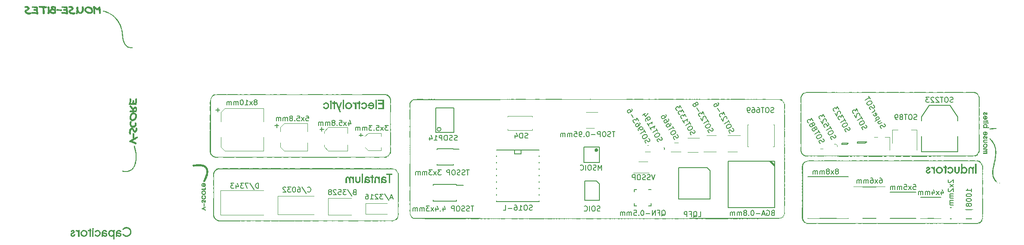
<source format=gbr>
G04 #@! TF.GenerationSoftware,KiCad,Pcbnew,5.0.0-fee4fd1~66~ubuntu16.04.1*
G04 #@! TF.CreationDate,2018-08-13T01:22:54+01:00*
G04 #@! TF.ProjectId,ruler,72756C65722E6B696361645F70636200,rev?*
G04 #@! TF.SameCoordinates,Original*
G04 #@! TF.FileFunction,Legend,Bot*
G04 #@! TF.FilePolarity,Positive*
%FSLAX45Y45*%
G04 Gerber Fmt 4.5, Leading zero omitted, Abs format (unit mm)*
G04 Created by KiCad (PCBNEW 5.0.0-fee4fd1~66~ubuntu16.04.1) date Mon Aug 13 01:22:54 2018*
%MOMM*%
%LPD*%
G01*
G04 APERTURE LIST*
%ADD10C,0.010000*%
%ADD11C,0.120000*%
%ADD12C,0.150000*%
%ADD13C,0.203200*%
%ADD14C,0.100000*%
%ADD15C,0.127000*%
%ADD16C,0.300000*%
%ADD17C,0.900000*%
%ADD18R,4.400000X2.900000*%
%ADD19R,3.000000X2.000000*%
%ADD20R,3.400000X2.000000*%
%ADD21R,2.600000X2.000000*%
%ADD22R,1.400000X1.900000*%
%ADD23R,1.416000X2.432000*%
%ADD24R,4.057600X2.432000*%
%ADD25R,0.800000X0.910000*%
%ADD26R,1.100000X0.800000*%
%ADD27R,0.650000X0.800000*%
%ADD28R,0.950000X1.250000*%
%ADD29R,1.000000X1.400000*%
%ADD30R,2.000000X6.300000*%
%ADD31R,1.900000X4.600000*%
%ADD32R,1.600000X4.100000*%
%ADD33R,1.950000X1.000000*%
%ADD34R,0.900000X1.600000*%
%ADD35R,1.600000X0.900000*%
%ADD36C,0.900380*%
%ADD37R,1.300000X1.300000*%
%ADD38O,0.700000X1.150000*%
%ADD39O,1.150000X0.700000*%
%ADD40R,2.950000X3.100000*%
%ADD41R,2.950000X2.900000*%
%ADD42R,2.350000X2.900000*%
%ADD43R,2.350000X1.900000*%
%ADD44R,1.421080X0.808940*%
%ADD45R,1.100000X0.910000*%
%ADD46R,1.500000X0.800000*%
%ADD47R,2.200000X8.100000*%
%ADD48R,1.050000X2.400000*%
%ADD49R,0.600000X0.600000*%
%ADD50R,1.460000X0.800000*%
%ADD51R,1.460000X1.050000*%
%ADD52R,1.797000X0.831800*%
%ADD53R,2.305000X1.035000*%
%ADD54R,1.400000X1.800000*%
%ADD55R,0.900000X0.775000*%
%ADD56R,1.050000X0.700000*%
%ADD57R,1.470000X0.700000*%
%ADD58R,2.700000X0.700000*%
%ADD59C,1.250000*%
%ADD60R,1.400000X2.200000*%
%ADD61R,2.600000X2.240000*%
%ADD62C,1.400000*%
%ADD63C,0.490002*%
%ADD64R,0.470000X0.580000*%
%ADD65C,0.525004*%
%ADD66R,0.650000X0.620000*%
%ADD67C,0.482000*%
%ADD68R,1.040000X0.740000*%
%ADD69R,0.740000X1.040000*%
%ADD70R,0.840000X1.290000*%
%ADD71R,4.340000X3.440000*%
%ADD72R,4.840000X1.690000*%
%ADD73R,1.850000X0.850000*%
%ADD74R,2.400000X1.040000*%
%ADD75R,1.200000X0.700000*%
G04 APERTURE END LIST*
D10*
G04 #@! TO.C,DRAWING1*
G36*
X22144901Y-9731847D02*
X22149145Y-9733188D01*
X22152835Y-9735802D01*
X22156329Y-9740004D01*
X22159986Y-9746103D01*
X22162745Y-9751490D01*
X22165614Y-9757256D01*
X22167692Y-9761129D01*
X22169298Y-9763500D01*
X22170746Y-9764764D01*
X22172352Y-9765314D01*
X22174009Y-9765507D01*
X22178325Y-9765055D01*
X22180953Y-9762758D01*
X22181999Y-9758507D01*
X22182028Y-9757421D01*
X22181231Y-9753750D01*
X22179235Y-9750195D01*
X22176633Y-9747579D01*
X22174314Y-9746710D01*
X22172943Y-9746107D01*
X22172810Y-9744056D01*
X22173908Y-9740192D01*
X22174155Y-9739498D01*
X22175562Y-9736529D01*
X22177290Y-9735499D01*
X22179905Y-9736320D01*
X22182889Y-9738168D01*
X22188319Y-9742872D01*
X22191565Y-9748413D01*
X22192888Y-9755293D01*
X22192950Y-9757502D01*
X22192749Y-9762399D01*
X22191929Y-9765913D01*
X22190159Y-9769183D01*
X22189177Y-9770587D01*
X22184471Y-9775140D01*
X22178734Y-9777713D01*
X22172551Y-9778216D01*
X22166511Y-9776562D01*
X22163219Y-9774513D01*
X22161270Y-9772270D01*
X22158700Y-9768336D01*
X22155905Y-9763351D01*
X22154196Y-9759937D01*
X22150770Y-9753068D01*
X22147938Y-9748259D01*
X22145419Y-9745181D01*
X22142934Y-9743509D01*
X22140200Y-9742918D01*
X22139527Y-9742900D01*
X22134142Y-9743980D01*
X22130143Y-9747095D01*
X22127683Y-9752060D01*
X22126910Y-9758175D01*
X22128087Y-9763414D01*
X22131256Y-9767876D01*
X22135871Y-9770918D01*
X22138322Y-9771662D01*
X22140823Y-9772362D01*
X22141879Y-9773660D01*
X22141983Y-9776387D01*
X22141897Y-9777679D01*
X22141432Y-9781082D01*
X22140383Y-9782696D01*
X22138340Y-9783263D01*
X22135340Y-9782904D01*
X22131385Y-9781585D01*
X22129524Y-9780723D01*
X22125153Y-9777848D01*
X22121065Y-9774173D01*
X22120036Y-9772991D01*
X22117844Y-9769841D01*
X22116576Y-9766668D01*
X22115915Y-9762483D01*
X22115698Y-9759445D01*
X22115560Y-9754352D01*
X22115993Y-9750647D01*
X22117226Y-9747201D01*
X22118771Y-9744182D01*
X22123424Y-9737783D01*
X22129239Y-9733630D01*
X22136319Y-9731661D01*
X22139744Y-9731470D01*
X22144901Y-9731847D01*
X22144901Y-9731847D01*
G37*
X22144901Y-9731847D02*
X22149145Y-9733188D01*
X22152835Y-9735802D01*
X22156329Y-9740004D01*
X22159986Y-9746103D01*
X22162745Y-9751490D01*
X22165614Y-9757256D01*
X22167692Y-9761129D01*
X22169298Y-9763500D01*
X22170746Y-9764764D01*
X22172352Y-9765314D01*
X22174009Y-9765507D01*
X22178325Y-9765055D01*
X22180953Y-9762758D01*
X22181999Y-9758507D01*
X22182028Y-9757421D01*
X22181231Y-9753750D01*
X22179235Y-9750195D01*
X22176633Y-9747579D01*
X22174314Y-9746710D01*
X22172943Y-9746107D01*
X22172810Y-9744056D01*
X22173908Y-9740192D01*
X22174155Y-9739498D01*
X22175562Y-9736529D01*
X22177290Y-9735499D01*
X22179905Y-9736320D01*
X22182889Y-9738168D01*
X22188319Y-9742872D01*
X22191565Y-9748413D01*
X22192888Y-9755293D01*
X22192950Y-9757502D01*
X22192749Y-9762399D01*
X22191929Y-9765913D01*
X22190159Y-9769183D01*
X22189177Y-9770587D01*
X22184471Y-9775140D01*
X22178734Y-9777713D01*
X22172551Y-9778216D01*
X22166511Y-9776562D01*
X22163219Y-9774513D01*
X22161270Y-9772270D01*
X22158700Y-9768336D01*
X22155905Y-9763351D01*
X22154196Y-9759937D01*
X22150770Y-9753068D01*
X22147938Y-9748259D01*
X22145419Y-9745181D01*
X22142934Y-9743509D01*
X22140200Y-9742918D01*
X22139527Y-9742900D01*
X22134142Y-9743980D01*
X22130143Y-9747095D01*
X22127683Y-9752060D01*
X22126910Y-9758175D01*
X22128087Y-9763414D01*
X22131256Y-9767876D01*
X22135871Y-9770918D01*
X22138322Y-9771662D01*
X22140823Y-9772362D01*
X22141879Y-9773660D01*
X22141983Y-9776387D01*
X22141897Y-9777679D01*
X22141432Y-9781082D01*
X22140383Y-9782696D01*
X22138340Y-9783263D01*
X22135340Y-9782904D01*
X22131385Y-9781585D01*
X22129524Y-9780723D01*
X22125153Y-9777848D01*
X22121065Y-9774173D01*
X22120036Y-9772991D01*
X22117844Y-9769841D01*
X22116576Y-9766668D01*
X22115915Y-9762483D01*
X22115698Y-9759445D01*
X22115560Y-9754352D01*
X22115993Y-9750647D01*
X22117226Y-9747201D01*
X22118771Y-9744182D01*
X22123424Y-9737783D01*
X22129239Y-9733630D01*
X22136319Y-9731661D01*
X22139744Y-9731470D01*
X22144901Y-9731847D01*
G36*
X22158970Y-9799263D02*
X22162174Y-9800145D01*
X22164108Y-9800669D01*
X22173621Y-9804260D01*
X22181407Y-9809528D01*
X22187311Y-9816286D01*
X22191178Y-9824345D01*
X22192851Y-9833516D01*
X22192910Y-9835610D01*
X22191726Y-9845059D01*
X22188254Y-9853612D01*
X22182666Y-9860996D01*
X22175138Y-9866937D01*
X22171815Y-9868755D01*
X22166120Y-9870700D01*
X22159104Y-9871879D01*
X22151733Y-9872233D01*
X22144974Y-9871703D01*
X22140716Y-9870627D01*
X22132148Y-9866166D01*
X22124982Y-9860018D01*
X22119590Y-9852578D01*
X22116592Y-9845210D01*
X22115585Y-9837047D01*
X22116572Y-9828399D01*
X22119330Y-9819973D01*
X22123632Y-9812478D01*
X22128715Y-9807049D01*
X22131983Y-9804576D01*
X22134602Y-9802956D01*
X22135634Y-9802590D01*
X22137095Y-9803631D01*
X22138815Y-9806200D01*
X22139144Y-9806853D01*
X22141177Y-9811116D01*
X22135477Y-9816816D01*
X22130420Y-9823053D01*
X22127692Y-9829529D01*
X22127096Y-9836756D01*
X22127208Y-9838267D01*
X22129104Y-9845724D01*
X22133197Y-9851939D01*
X22139408Y-9856804D01*
X22141044Y-9857679D01*
X22144458Y-9859404D01*
X22147104Y-9860604D01*
X22149080Y-9861038D01*
X22150483Y-9860466D01*
X22151411Y-9858647D01*
X22151960Y-9855343D01*
X22152229Y-9850312D01*
X22152314Y-9843315D01*
X22152313Y-9836245D01*
X22162470Y-9836245D01*
X22162513Y-9843654D01*
X22162633Y-9850103D01*
X22162815Y-9855198D01*
X22163046Y-9858542D01*
X22163311Y-9859740D01*
X22164807Y-9859148D01*
X22167687Y-9857638D01*
X22169627Y-9856531D01*
X22174613Y-9852540D01*
X22178460Y-9847593D01*
X22181073Y-9840798D01*
X22181419Y-9833692D01*
X22179636Y-9826782D01*
X22175865Y-9820573D01*
X22170241Y-9815574D01*
X22169625Y-9815187D01*
X22167196Y-9813751D01*
X22165390Y-9813005D01*
X22164115Y-9813222D01*
X22163279Y-9814673D01*
X22162788Y-9817631D01*
X22162552Y-9822366D01*
X22162476Y-9829152D01*
X22162470Y-9836245D01*
X22152313Y-9836245D01*
X22152313Y-9834112D01*
X22152310Y-9829895D01*
X22152290Y-9819944D01*
X22152301Y-9812269D01*
X22152450Y-9806606D01*
X22152842Y-9802692D01*
X22153583Y-9800264D01*
X22154781Y-9799059D01*
X22156541Y-9798813D01*
X22158970Y-9799263D01*
X22158970Y-9799263D01*
G37*
X22158970Y-9799263D02*
X22162174Y-9800145D01*
X22164108Y-9800669D01*
X22173621Y-9804260D01*
X22181407Y-9809528D01*
X22187311Y-9816286D01*
X22191178Y-9824345D01*
X22192851Y-9833516D01*
X22192910Y-9835610D01*
X22191726Y-9845059D01*
X22188254Y-9853612D01*
X22182666Y-9860996D01*
X22175138Y-9866937D01*
X22171815Y-9868755D01*
X22166120Y-9870700D01*
X22159104Y-9871879D01*
X22151733Y-9872233D01*
X22144974Y-9871703D01*
X22140716Y-9870627D01*
X22132148Y-9866166D01*
X22124982Y-9860018D01*
X22119590Y-9852578D01*
X22116592Y-9845210D01*
X22115585Y-9837047D01*
X22116572Y-9828399D01*
X22119330Y-9819973D01*
X22123632Y-9812478D01*
X22128715Y-9807049D01*
X22131983Y-9804576D01*
X22134602Y-9802956D01*
X22135634Y-9802590D01*
X22137095Y-9803631D01*
X22138815Y-9806200D01*
X22139144Y-9806853D01*
X22141177Y-9811116D01*
X22135477Y-9816816D01*
X22130420Y-9823053D01*
X22127692Y-9829529D01*
X22127096Y-9836756D01*
X22127208Y-9838267D01*
X22129104Y-9845724D01*
X22133197Y-9851939D01*
X22139408Y-9856804D01*
X22141044Y-9857679D01*
X22144458Y-9859404D01*
X22147104Y-9860604D01*
X22149080Y-9861038D01*
X22150483Y-9860466D01*
X22151411Y-9858647D01*
X22151960Y-9855343D01*
X22152229Y-9850312D01*
X22152314Y-9843315D01*
X22152313Y-9836245D01*
X22162470Y-9836245D01*
X22162513Y-9843654D01*
X22162633Y-9850103D01*
X22162815Y-9855198D01*
X22163046Y-9858542D01*
X22163311Y-9859740D01*
X22164807Y-9859148D01*
X22167687Y-9857638D01*
X22169627Y-9856531D01*
X22174613Y-9852540D01*
X22178460Y-9847593D01*
X22181073Y-9840798D01*
X22181419Y-9833692D01*
X22179636Y-9826782D01*
X22175865Y-9820573D01*
X22170241Y-9815574D01*
X22169625Y-9815187D01*
X22167196Y-9813751D01*
X22165390Y-9813005D01*
X22164115Y-9813222D01*
X22163279Y-9814673D01*
X22162788Y-9817631D01*
X22162552Y-9822366D01*
X22162476Y-9829152D01*
X22162470Y-9836245D01*
X22152313Y-9836245D01*
X22152313Y-9834112D01*
X22152310Y-9829895D01*
X22152290Y-9819944D01*
X22152301Y-9812269D01*
X22152450Y-9806606D01*
X22152842Y-9802692D01*
X22153583Y-9800264D01*
X22154781Y-9799059D01*
X22156541Y-9798813D01*
X22158970Y-9799263D01*
G36*
X22191280Y-9881231D02*
X22191607Y-9884350D01*
X22191877Y-9888824D01*
X22191946Y-9890538D01*
X22192315Y-9901015D01*
X22209460Y-9901766D01*
X22209460Y-9913080D01*
X22200570Y-9913080D01*
X22195925Y-9913127D01*
X22193267Y-9913399D01*
X22192042Y-9914093D01*
X22191696Y-9915408D01*
X22191680Y-9916255D01*
X22191403Y-9918301D01*
X22190095Y-9919210D01*
X22187042Y-9919429D01*
X22186600Y-9919430D01*
X22183327Y-9919257D01*
X22181872Y-9918439D01*
X22181522Y-9916531D01*
X22181520Y-9916255D01*
X22181520Y-9913080D01*
X22116750Y-9913080D01*
X22116750Y-9901694D01*
X22180885Y-9901015D01*
X22181263Y-9892353D01*
X22181519Y-9887755D01*
X22181991Y-9885015D01*
X22182986Y-9883449D01*
X22184812Y-9882377D01*
X22185984Y-9881875D01*
X22188976Y-9880689D01*
X22190808Y-9880081D01*
X22190953Y-9880060D01*
X22191280Y-9881231D01*
X22191280Y-9881231D01*
G37*
X22191280Y-9881231D02*
X22191607Y-9884350D01*
X22191877Y-9888824D01*
X22191946Y-9890538D01*
X22192315Y-9901015D01*
X22209460Y-9901766D01*
X22209460Y-9913080D01*
X22200570Y-9913080D01*
X22195925Y-9913127D01*
X22193267Y-9913399D01*
X22192042Y-9914093D01*
X22191696Y-9915408D01*
X22191680Y-9916255D01*
X22191403Y-9918301D01*
X22190095Y-9919210D01*
X22187042Y-9919429D01*
X22186600Y-9919430D01*
X22183327Y-9919257D01*
X22181872Y-9918439D01*
X22181522Y-9916531D01*
X22181520Y-9916255D01*
X22181520Y-9913080D01*
X22116750Y-9913080D01*
X22116750Y-9901694D01*
X22180885Y-9901015D01*
X22181263Y-9892353D01*
X22181519Y-9887755D01*
X22181991Y-9885015D01*
X22182986Y-9883449D01*
X22184812Y-9882377D01*
X22185984Y-9881875D01*
X22188976Y-9880689D01*
X22190808Y-9880081D01*
X22190953Y-9880060D01*
X22191280Y-9881231D01*
G36*
X22191680Y-9946100D02*
X22116750Y-9946100D01*
X22116750Y-9934670D01*
X22191680Y-9934670D01*
X22191680Y-9946100D01*
X22191680Y-9946100D01*
G37*
X22191680Y-9946100D02*
X22116750Y-9946100D01*
X22116750Y-9934670D01*
X22191680Y-9934670D01*
X22191680Y-9946100D01*
G36*
X22210985Y-9931877D02*
X22214633Y-9934666D01*
X22214858Y-9934921D01*
X22216855Y-9938834D01*
X22216379Y-9942816D01*
X22214141Y-9945879D01*
X22210322Y-9948255D01*
X22206682Y-9948111D01*
X22203329Y-9945453D01*
X22203202Y-9945294D01*
X22200948Y-9941265D01*
X22201103Y-9937646D01*
X22203689Y-9933976D01*
X22203766Y-9933898D01*
X22207351Y-9931620D01*
X22210985Y-9931877D01*
X22210985Y-9931877D01*
G37*
X22210985Y-9931877D02*
X22214633Y-9934666D01*
X22214858Y-9934921D01*
X22216855Y-9938834D01*
X22216379Y-9942816D01*
X22214141Y-9945879D01*
X22210322Y-9948255D01*
X22206682Y-9948111D01*
X22203329Y-9945453D01*
X22203202Y-9945294D01*
X22200948Y-9941265D01*
X22201103Y-9937646D01*
X22203689Y-9933976D01*
X22203766Y-9933898D01*
X22207351Y-9931620D01*
X22210985Y-9931877D01*
G36*
X22160321Y-9964642D02*
X22164756Y-9965106D01*
X22168382Y-9966066D01*
X22171897Y-9967592D01*
X22180276Y-9972947D01*
X22186548Y-9979703D01*
X22190677Y-9987806D01*
X22192625Y-9997200D01*
X22192700Y-9998228D01*
X22192159Y-10007091D01*
X22189336Y-10014905D01*
X22184677Y-10021325D01*
X22181471Y-10024783D01*
X22204673Y-10025129D01*
X22227875Y-10025475D01*
X22227875Y-10036905D01*
X22174535Y-10037545D01*
X22163070Y-10037707D01*
X22152345Y-10037905D01*
X22142638Y-10038132D01*
X22134224Y-10038378D01*
X22127382Y-10038635D01*
X22122388Y-10038895D01*
X22119520Y-10039148D01*
X22118973Y-10039268D01*
X22117669Y-10039620D01*
X22117003Y-10038691D01*
X22116769Y-10035977D01*
X22116750Y-10033826D01*
X22116869Y-10029867D01*
X22117642Y-10027676D01*
X22119687Y-10026481D01*
X22123395Y-10025563D01*
X22126865Y-10024803D01*
X22122494Y-10019077D01*
X22118007Y-10011317D01*
X22115868Y-10003158D01*
X22115938Y-9998437D01*
X22126985Y-9998437D01*
X22127618Y-10005472D01*
X22130302Y-10012102D01*
X22134823Y-10017860D01*
X22140963Y-10022281D01*
X22143458Y-10023427D01*
X22147861Y-10024415D01*
X22153601Y-10024710D01*
X22159582Y-10024339D01*
X22164705Y-10023330D01*
X22166003Y-10022868D01*
X22172917Y-10018796D01*
X22178000Y-10013305D01*
X22181053Y-10006750D01*
X22181878Y-9999490D01*
X22181314Y-9995341D01*
X22178548Y-9988441D01*
X22173876Y-9982798D01*
X22167704Y-9978623D01*
X22160443Y-9976132D01*
X22152502Y-9975536D01*
X22145553Y-9976672D01*
X22140708Y-9978914D01*
X22135680Y-9982653D01*
X22131346Y-9987125D01*
X22128621Y-9991462D01*
X22126985Y-9998437D01*
X22115938Y-9998437D01*
X22115990Y-9994914D01*
X22118281Y-9986902D01*
X22122654Y-9979436D01*
X22129019Y-9972831D01*
X22137070Y-9967514D01*
X22140447Y-9965991D01*
X22143925Y-9965080D01*
X22148326Y-9964639D01*
X22154215Y-9964524D01*
X22160321Y-9964642D01*
X22160321Y-9964642D01*
G37*
X22160321Y-9964642D02*
X22164756Y-9965106D01*
X22168382Y-9966066D01*
X22171897Y-9967592D01*
X22180276Y-9972947D01*
X22186548Y-9979703D01*
X22190677Y-9987806D01*
X22192625Y-9997200D01*
X22192700Y-9998228D01*
X22192159Y-10007091D01*
X22189336Y-10014905D01*
X22184677Y-10021325D01*
X22181471Y-10024783D01*
X22204673Y-10025129D01*
X22227875Y-10025475D01*
X22227875Y-10036905D01*
X22174535Y-10037545D01*
X22163070Y-10037707D01*
X22152345Y-10037905D01*
X22142638Y-10038132D01*
X22134224Y-10038378D01*
X22127382Y-10038635D01*
X22122388Y-10038895D01*
X22119520Y-10039148D01*
X22118973Y-10039268D01*
X22117669Y-10039620D01*
X22117003Y-10038691D01*
X22116769Y-10035977D01*
X22116750Y-10033826D01*
X22116869Y-10029867D01*
X22117642Y-10027676D01*
X22119687Y-10026481D01*
X22123395Y-10025563D01*
X22126865Y-10024803D01*
X22122494Y-10019077D01*
X22118007Y-10011317D01*
X22115868Y-10003158D01*
X22115938Y-9998437D01*
X22126985Y-9998437D01*
X22127618Y-10005472D01*
X22130302Y-10012102D01*
X22134823Y-10017860D01*
X22140963Y-10022281D01*
X22143458Y-10023427D01*
X22147861Y-10024415D01*
X22153601Y-10024710D01*
X22159582Y-10024339D01*
X22164705Y-10023330D01*
X22166003Y-10022868D01*
X22172917Y-10018796D01*
X22178000Y-10013305D01*
X22181053Y-10006750D01*
X22181878Y-9999490D01*
X22181314Y-9995341D01*
X22178548Y-9988441D01*
X22173876Y-9982798D01*
X22167704Y-9978623D01*
X22160443Y-9976132D01*
X22152502Y-9975536D01*
X22145553Y-9976672D01*
X22140708Y-9978914D01*
X22135680Y-9982653D01*
X22131346Y-9987125D01*
X22128621Y-9991462D01*
X22126985Y-9998437D01*
X22115938Y-9998437D01*
X22115990Y-9994914D01*
X22118281Y-9986902D01*
X22122654Y-9979436D01*
X22129019Y-9972831D01*
X22137070Y-9967514D01*
X22140447Y-9965991D01*
X22143925Y-9965080D01*
X22148326Y-9964639D01*
X22154215Y-9964524D01*
X22160321Y-9964642D01*
G36*
X22437297Y-10037637D02*
X22437729Y-10039129D01*
X22438153Y-10042181D01*
X22438251Y-10043219D01*
X22438680Y-10048263D01*
X22349152Y-10054802D01*
X22334085Y-10055902D01*
X22319586Y-10056960D01*
X22305881Y-10057960D01*
X22293199Y-10058885D01*
X22281764Y-10059718D01*
X22271804Y-10060444D01*
X22263546Y-10061045D01*
X22257215Y-10061504D01*
X22253040Y-10061807D01*
X22251560Y-10061913D01*
X22246632Y-10062048D01*
X22243740Y-10061639D01*
X22243094Y-10061125D01*
X22241939Y-10056148D01*
X22241926Y-10053027D01*
X22242483Y-10052143D01*
X22243112Y-10051949D01*
X22244510Y-10051715D01*
X22246814Y-10051431D01*
X22250158Y-10051086D01*
X22254677Y-10050670D01*
X22260506Y-10050171D01*
X22267781Y-10049579D01*
X22276636Y-10048884D01*
X22287207Y-10048073D01*
X22299629Y-10047137D01*
X22314037Y-10046065D01*
X22330567Y-10044846D01*
X22349353Y-10043469D01*
X22370530Y-10041924D01*
X22371693Y-10041839D01*
X22384286Y-10040933D01*
X22396095Y-10040104D01*
X22406884Y-10039367D01*
X22416412Y-10038739D01*
X22424440Y-10038234D01*
X22430729Y-10037868D01*
X22435040Y-10037655D01*
X22437134Y-10037612D01*
X22437297Y-10037637D01*
X22437297Y-10037637D01*
G37*
X22437297Y-10037637D02*
X22437729Y-10039129D01*
X22438153Y-10042181D01*
X22438251Y-10043219D01*
X22438680Y-10048263D01*
X22349152Y-10054802D01*
X22334085Y-10055902D01*
X22319586Y-10056960D01*
X22305881Y-10057960D01*
X22293199Y-10058885D01*
X22281764Y-10059718D01*
X22271804Y-10060444D01*
X22263546Y-10061045D01*
X22257215Y-10061504D01*
X22253040Y-10061807D01*
X22251560Y-10061913D01*
X22246632Y-10062048D01*
X22243740Y-10061639D01*
X22243094Y-10061125D01*
X22241939Y-10056148D01*
X22241926Y-10053027D01*
X22242483Y-10052143D01*
X22243112Y-10051949D01*
X22244510Y-10051715D01*
X22246814Y-10051431D01*
X22250158Y-10051086D01*
X22254677Y-10050670D01*
X22260506Y-10050171D01*
X22267781Y-10049579D01*
X22276636Y-10048884D01*
X22287207Y-10048073D01*
X22299629Y-10047137D01*
X22314037Y-10046065D01*
X22330567Y-10044846D01*
X22349353Y-10043469D01*
X22370530Y-10041924D01*
X22371693Y-10041839D01*
X22384286Y-10040933D01*
X22396095Y-10040104D01*
X22406884Y-10039367D01*
X22416412Y-10038739D01*
X22424440Y-10038234D01*
X22430729Y-10037868D01*
X22435040Y-10037655D01*
X22437134Y-10037612D01*
X22437297Y-10037637D01*
G36*
X22158898Y-10110477D02*
X22168347Y-10112906D01*
X22176897Y-10117395D01*
X22184108Y-10123627D01*
X22189542Y-10131288D01*
X22190508Y-10133251D01*
X22192508Y-10140225D01*
X22192929Y-10148167D01*
X22191793Y-10156068D01*
X22189930Y-10161365D01*
X22184987Y-10169143D01*
X22178289Y-10175745D01*
X22171577Y-10179982D01*
X22165207Y-10182084D01*
X22157520Y-10183156D01*
X22149544Y-10183152D01*
X22142305Y-10182021D01*
X22140456Y-10181463D01*
X22134629Y-10178550D01*
X22128580Y-10174052D01*
X22123146Y-10168693D01*
X22119161Y-10163199D01*
X22118931Y-10162778D01*
X22116711Y-10156345D01*
X22115901Y-10148658D01*
X22116482Y-10140562D01*
X22118435Y-10132902D01*
X22119685Y-10129965D01*
X22122325Y-10125565D01*
X22125731Y-10121211D01*
X22129387Y-10117434D01*
X22132778Y-10114766D01*
X22135388Y-10113740D01*
X22135414Y-10113740D01*
X22137001Y-10114787D01*
X22138819Y-10117384D01*
X22139246Y-10118217D01*
X22141381Y-10122694D01*
X22136800Y-10126470D01*
X22131720Y-10132101D01*
X22128396Y-10138854D01*
X22126998Y-10146108D01*
X22127699Y-10153247D01*
X22128637Y-10156008D01*
X22132567Y-10162226D01*
X22138348Y-10167284D01*
X22145387Y-10170713D01*
X22148183Y-10171473D01*
X22152310Y-10172362D01*
X22152310Y-10147329D01*
X22162470Y-10147329D01*
X22162470Y-10170758D01*
X22165963Y-10169501D01*
X22169667Y-10167691D01*
X22172226Y-10165941D01*
X22177436Y-10160184D01*
X22180583Y-10153571D01*
X22181626Y-10146570D01*
X22180520Y-10139644D01*
X22177225Y-10133259D01*
X22175407Y-10131089D01*
X22171884Y-10127961D01*
X22168036Y-10125428D01*
X22164726Y-10124026D01*
X22163803Y-10123900D01*
X22163261Y-10125164D01*
X22162858Y-10128941D01*
X22162597Y-10135205D01*
X22162478Y-10143935D01*
X22162470Y-10147329D01*
X22152310Y-10147329D01*
X22152310Y-10109603D01*
X22158898Y-10110477D01*
X22158898Y-10110477D01*
G37*
X22158898Y-10110477D02*
X22168347Y-10112906D01*
X22176897Y-10117395D01*
X22184108Y-10123627D01*
X22189542Y-10131288D01*
X22190508Y-10133251D01*
X22192508Y-10140225D01*
X22192929Y-10148167D01*
X22191793Y-10156068D01*
X22189930Y-10161365D01*
X22184987Y-10169143D01*
X22178289Y-10175745D01*
X22171577Y-10179982D01*
X22165207Y-10182084D01*
X22157520Y-10183156D01*
X22149544Y-10183152D01*
X22142305Y-10182021D01*
X22140456Y-10181463D01*
X22134629Y-10178550D01*
X22128580Y-10174052D01*
X22123146Y-10168693D01*
X22119161Y-10163199D01*
X22118931Y-10162778D01*
X22116711Y-10156345D01*
X22115901Y-10148658D01*
X22116482Y-10140562D01*
X22118435Y-10132902D01*
X22119685Y-10129965D01*
X22122325Y-10125565D01*
X22125731Y-10121211D01*
X22129387Y-10117434D01*
X22132778Y-10114766D01*
X22135388Y-10113740D01*
X22135414Y-10113740D01*
X22137001Y-10114787D01*
X22138819Y-10117384D01*
X22139246Y-10118217D01*
X22141381Y-10122694D01*
X22136800Y-10126470D01*
X22131720Y-10132101D01*
X22128396Y-10138854D01*
X22126998Y-10146108D01*
X22127699Y-10153247D01*
X22128637Y-10156008D01*
X22132567Y-10162226D01*
X22138348Y-10167284D01*
X22145387Y-10170713D01*
X22148183Y-10171473D01*
X22152310Y-10172362D01*
X22152310Y-10147329D01*
X22162470Y-10147329D01*
X22162470Y-10170758D01*
X22165963Y-10169501D01*
X22169667Y-10167691D01*
X22172226Y-10165941D01*
X22177436Y-10160184D01*
X22180583Y-10153571D01*
X22181626Y-10146570D01*
X22180520Y-10139644D01*
X22177225Y-10133259D01*
X22175407Y-10131089D01*
X22171884Y-10127961D01*
X22168036Y-10125428D01*
X22164726Y-10124026D01*
X22163803Y-10123900D01*
X22163261Y-10125164D01*
X22162858Y-10128941D01*
X22162597Y-10135205D01*
X22162478Y-10143935D01*
X22162470Y-10147329D01*
X22152310Y-10147329D01*
X22152310Y-10109603D01*
X22158898Y-10110477D01*
G36*
X22146641Y-10200000D02*
X22149748Y-10201536D01*
X22152501Y-10203330D01*
X22154666Y-10205180D01*
X22156592Y-10207571D01*
X22158632Y-10210992D01*
X22161137Y-10215931D01*
X22163146Y-10220113D01*
X22166576Y-10226782D01*
X22169535Y-10231202D01*
X22172251Y-10233568D01*
X22174954Y-10234072D01*
X22177873Y-10232907D01*
X22178137Y-10232738D01*
X22181204Y-10229425D01*
X22182266Y-10225279D01*
X22181373Y-10220959D01*
X22178578Y-10217122D01*
X22176814Y-10215791D01*
X22174275Y-10214199D01*
X22172893Y-10213330D01*
X22172859Y-10213308D01*
X22172808Y-10211970D01*
X22173526Y-10209292D01*
X22174665Y-10206217D01*
X22175877Y-10203686D01*
X22176809Y-10202640D01*
X22179464Y-10203525D01*
X22182972Y-10205791D01*
X22186572Y-10208859D01*
X22189504Y-10212146D01*
X22189817Y-10212590D01*
X22192164Y-10217968D01*
X22193078Y-10224429D01*
X22192534Y-10230941D01*
X22190507Y-10236474D01*
X22190417Y-10236624D01*
X22186094Y-10241571D01*
X22180608Y-10244672D01*
X22174536Y-10245783D01*
X22168453Y-10244761D01*
X22164880Y-10242963D01*
X22162070Y-10240449D01*
X22159143Y-10236411D01*
X22155826Y-10230451D01*
X22154801Y-10228408D01*
X22150800Y-10220765D01*
X22147319Y-10215347D01*
X22144105Y-10211959D01*
X22140902Y-10210406D01*
X22137458Y-10210496D01*
X22133517Y-10212032D01*
X22133444Y-10212070D01*
X22129571Y-10215451D01*
X22127390Y-10220635D01*
X22126910Y-10225462D01*
X22128048Y-10230814D01*
X22131107Y-10235307D01*
X22135557Y-10238282D01*
X22137782Y-10238933D01*
X22140692Y-10239725D01*
X22141899Y-10241206D01*
X22142131Y-10244286D01*
X22142131Y-10244374D01*
X22141779Y-10248592D01*
X22140542Y-10250720D01*
X22138078Y-10251147D01*
X22136435Y-10250879D01*
X22129681Y-10248410D01*
X22123620Y-10244338D01*
X22118934Y-10239208D01*
X22116831Y-10235260D01*
X22115703Y-10229858D01*
X22115658Y-10223397D01*
X22116637Y-10217086D01*
X22117888Y-10213435D01*
X22121976Y-10207092D01*
X22127351Y-10202407D01*
X22133556Y-10199550D01*
X22140138Y-10198691D01*
X22146641Y-10200000D01*
X22146641Y-10200000D01*
G37*
X22146641Y-10200000D02*
X22149748Y-10201536D01*
X22152501Y-10203330D01*
X22154666Y-10205180D01*
X22156592Y-10207571D01*
X22158632Y-10210992D01*
X22161137Y-10215931D01*
X22163146Y-10220113D01*
X22166576Y-10226782D01*
X22169535Y-10231202D01*
X22172251Y-10233568D01*
X22174954Y-10234072D01*
X22177873Y-10232907D01*
X22178137Y-10232738D01*
X22181204Y-10229425D01*
X22182266Y-10225279D01*
X22181373Y-10220959D01*
X22178578Y-10217122D01*
X22176814Y-10215791D01*
X22174275Y-10214199D01*
X22172893Y-10213330D01*
X22172859Y-10213308D01*
X22172808Y-10211970D01*
X22173526Y-10209292D01*
X22174665Y-10206217D01*
X22175877Y-10203686D01*
X22176809Y-10202640D01*
X22179464Y-10203525D01*
X22182972Y-10205791D01*
X22186572Y-10208859D01*
X22189504Y-10212146D01*
X22189817Y-10212590D01*
X22192164Y-10217968D01*
X22193078Y-10224429D01*
X22192534Y-10230941D01*
X22190507Y-10236474D01*
X22190417Y-10236624D01*
X22186094Y-10241571D01*
X22180608Y-10244672D01*
X22174536Y-10245783D01*
X22168453Y-10244761D01*
X22164880Y-10242963D01*
X22162070Y-10240449D01*
X22159143Y-10236411D01*
X22155826Y-10230451D01*
X22154801Y-10228408D01*
X22150800Y-10220765D01*
X22147319Y-10215347D01*
X22144105Y-10211959D01*
X22140902Y-10210406D01*
X22137458Y-10210496D01*
X22133517Y-10212032D01*
X22133444Y-10212070D01*
X22129571Y-10215451D01*
X22127390Y-10220635D01*
X22126910Y-10225462D01*
X22128048Y-10230814D01*
X22131107Y-10235307D01*
X22135557Y-10238282D01*
X22137782Y-10238933D01*
X22140692Y-10239725D01*
X22141899Y-10241206D01*
X22142131Y-10244286D01*
X22142131Y-10244374D01*
X22141779Y-10248592D01*
X22140542Y-10250720D01*
X22138078Y-10251147D01*
X22136435Y-10250879D01*
X22129681Y-10248410D01*
X22123620Y-10244338D01*
X22118934Y-10239208D01*
X22116831Y-10235260D01*
X22115703Y-10229858D01*
X22115658Y-10223397D01*
X22116637Y-10217086D01*
X22117888Y-10213435D01*
X22121976Y-10207092D01*
X22127351Y-10202407D01*
X22133556Y-10199550D01*
X22140138Y-10198691D01*
X22146641Y-10200000D01*
G36*
X22191680Y-10281380D02*
X22166598Y-10281382D01*
X22157684Y-10281412D01*
X22150923Y-10281521D01*
X22145930Y-10281737D01*
X22142317Y-10282090D01*
X22139698Y-10282609D01*
X22137688Y-10283323D01*
X22137095Y-10283604D01*
X22131824Y-10287461D01*
X22128498Y-10292416D01*
X22127101Y-10297968D01*
X22127621Y-10303615D01*
X22130043Y-10308855D01*
X22134353Y-10313185D01*
X22137982Y-10315199D01*
X22140408Y-10315873D01*
X22144259Y-10316367D01*
X22149816Y-10316699D01*
X22157357Y-10316884D01*
X22166874Y-10316940D01*
X22191680Y-10316940D01*
X22191680Y-10328370D01*
X22165328Y-10328273D01*
X22154331Y-10328147D01*
X22145619Y-10327861D01*
X22139267Y-10327419D01*
X22135353Y-10326824D01*
X22134704Y-10326631D01*
X22127447Y-10322791D01*
X22121849Y-10317387D01*
X22117984Y-10310842D01*
X22115930Y-10303581D01*
X22115765Y-10296027D01*
X22117564Y-10288604D01*
X22121404Y-10281736D01*
X22125742Y-10277142D01*
X22128620Y-10274879D01*
X22131551Y-10273141D01*
X22134917Y-10271861D01*
X22139096Y-10270971D01*
X22144467Y-10270403D01*
X22151412Y-10270090D01*
X22160308Y-10269964D01*
X22166110Y-10269950D01*
X22191680Y-10269950D01*
X22191680Y-10281380D01*
X22191680Y-10281380D01*
G37*
X22191680Y-10281380D02*
X22166598Y-10281382D01*
X22157684Y-10281412D01*
X22150923Y-10281521D01*
X22145930Y-10281737D01*
X22142317Y-10282090D01*
X22139698Y-10282609D01*
X22137688Y-10283323D01*
X22137095Y-10283604D01*
X22131824Y-10287461D01*
X22128498Y-10292416D01*
X22127101Y-10297968D01*
X22127621Y-10303615D01*
X22130043Y-10308855D01*
X22134353Y-10313185D01*
X22137982Y-10315199D01*
X22140408Y-10315873D01*
X22144259Y-10316367D01*
X22149816Y-10316699D01*
X22157357Y-10316884D01*
X22166874Y-10316940D01*
X22191680Y-10316940D01*
X22191680Y-10328370D01*
X22165328Y-10328273D01*
X22154331Y-10328147D01*
X22145619Y-10327861D01*
X22139267Y-10327419D01*
X22135353Y-10326824D01*
X22134704Y-10326631D01*
X22127447Y-10322791D01*
X22121849Y-10317387D01*
X22117984Y-10310842D01*
X22115930Y-10303581D01*
X22115765Y-10296027D01*
X22117564Y-10288604D01*
X22121404Y-10281736D01*
X22125742Y-10277142D01*
X22128620Y-10274879D01*
X22131551Y-10273141D01*
X22134917Y-10271861D01*
X22139096Y-10270971D01*
X22144467Y-10270403D01*
X22151412Y-10270090D01*
X22160308Y-10269964D01*
X22166110Y-10269950D01*
X22191680Y-10269950D01*
X22191680Y-10281380D01*
G36*
X22164650Y-10348370D02*
X22173051Y-10351881D01*
X22180558Y-10357485D01*
X22186862Y-10365077D01*
X22189304Y-10369270D01*
X22191619Y-10375863D01*
X22192744Y-10383775D01*
X22192644Y-10392062D01*
X22191285Y-10399783D01*
X22190491Y-10402217D01*
X22185915Y-10411039D01*
X22179635Y-10418195D01*
X22171970Y-10423497D01*
X22163238Y-10426756D01*
X22153758Y-10427782D01*
X22148247Y-10427312D01*
X22139138Y-10424686D01*
X22131178Y-10419964D01*
X22124611Y-10413420D01*
X22119680Y-10405331D01*
X22116628Y-10395973D01*
X22115856Y-10390591D01*
X22115962Y-10387071D01*
X22126853Y-10387071D01*
X22128031Y-10395886D01*
X22128360Y-10397049D01*
X22131648Y-10403963D01*
X22136669Y-10409470D01*
X22142950Y-10413396D01*
X22150020Y-10415569D01*
X22157409Y-10415817D01*
X22164643Y-10413966D01*
X22168661Y-10411811D01*
X22175027Y-10406288D01*
X22179168Y-10399566D01*
X22181158Y-10391514D01*
X22181292Y-10389943D01*
X22181139Y-10381984D01*
X22179376Y-10375405D01*
X22175743Y-10369436D01*
X22173556Y-10366879D01*
X22167223Y-10361700D01*
X22160122Y-10358803D01*
X22152643Y-10358208D01*
X22145177Y-10359936D01*
X22138115Y-10364008D01*
X22137009Y-10364911D01*
X22131428Y-10371267D01*
X22128014Y-10378759D01*
X22126853Y-10387071D01*
X22115962Y-10387071D01*
X22116164Y-10380383D01*
X22118760Y-10371024D01*
X22123503Y-10362773D01*
X22130251Y-10355893D01*
X22137177Y-10351458D01*
X22146403Y-10348053D01*
X22155664Y-10347059D01*
X22164650Y-10348370D01*
X22164650Y-10348370D01*
G37*
X22164650Y-10348370D02*
X22173051Y-10351881D01*
X22180558Y-10357485D01*
X22186862Y-10365077D01*
X22189304Y-10369270D01*
X22191619Y-10375863D01*
X22192744Y-10383775D01*
X22192644Y-10392062D01*
X22191285Y-10399783D01*
X22190491Y-10402217D01*
X22185915Y-10411039D01*
X22179635Y-10418195D01*
X22171970Y-10423497D01*
X22163238Y-10426756D01*
X22153758Y-10427782D01*
X22148247Y-10427312D01*
X22139138Y-10424686D01*
X22131178Y-10419964D01*
X22124611Y-10413420D01*
X22119680Y-10405331D01*
X22116628Y-10395973D01*
X22115856Y-10390591D01*
X22115962Y-10387071D01*
X22126853Y-10387071D01*
X22128031Y-10395886D01*
X22128360Y-10397049D01*
X22131648Y-10403963D01*
X22136669Y-10409470D01*
X22142950Y-10413396D01*
X22150020Y-10415569D01*
X22157409Y-10415817D01*
X22164643Y-10413966D01*
X22168661Y-10411811D01*
X22175027Y-10406288D01*
X22179168Y-10399566D01*
X22181158Y-10391514D01*
X22181292Y-10389943D01*
X22181139Y-10381984D01*
X22179376Y-10375405D01*
X22175743Y-10369436D01*
X22173556Y-10366879D01*
X22167223Y-10361700D01*
X22160122Y-10358803D01*
X22152643Y-10358208D01*
X22145177Y-10359936D01*
X22138115Y-10364008D01*
X22137009Y-10364911D01*
X22131428Y-10371267D01*
X22128014Y-10378759D01*
X22126853Y-10387071D01*
X22115962Y-10387071D01*
X22116164Y-10380383D01*
X22118760Y-10371024D01*
X22123503Y-10362773D01*
X22130251Y-10355893D01*
X22137177Y-10351458D01*
X22146403Y-10348053D01*
X22155664Y-10347059D01*
X22164650Y-10348370D01*
G36*
X22145643Y-10446731D02*
X22155014Y-10446869D01*
X22162222Y-10447025D01*
X22167643Y-10447235D01*
X22171655Y-10447536D01*
X22174634Y-10447964D01*
X22176957Y-10448555D01*
X22179000Y-10449345D01*
X22180559Y-10450082D01*
X22186774Y-10454244D01*
X22190768Y-10459571D01*
X22192640Y-10466196D01*
X22192647Y-10466260D01*
X22192604Y-10471932D01*
X22190896Y-10476933D01*
X22187246Y-10481856D01*
X22183915Y-10485104D01*
X22177757Y-10490641D01*
X22181621Y-10492242D01*
X22186486Y-10495537D01*
X22190230Y-10500601D01*
X22192391Y-10506748D01*
X22192648Y-10508553D01*
X22192538Y-10514209D01*
X22190813Y-10519129D01*
X22187175Y-10523954D01*
X22184192Y-10526855D01*
X22179079Y-10531474D01*
X22183792Y-10532268D01*
X22188494Y-10533121D01*
X22191226Y-10534028D01*
X22192524Y-10535470D01*
X22192921Y-10537931D01*
X22192950Y-10540546D01*
X22192828Y-10544336D01*
X22192067Y-10546162D01*
X22190075Y-10546447D01*
X22186260Y-10545615D01*
X22185965Y-10545540D01*
X22183680Y-10545270D01*
X22179243Y-10545017D01*
X22173045Y-10544792D01*
X22165474Y-10544609D01*
X22156920Y-10544479D01*
X22149453Y-10544420D01*
X22116750Y-10544270D01*
X22116750Y-10531570D01*
X22138354Y-10531570D01*
X22146510Y-10531538D01*
X22152582Y-10531413D01*
X22157028Y-10531151D01*
X22160304Y-10530711D01*
X22162865Y-10530048D01*
X22165169Y-10529120D01*
X22165380Y-10529021D01*
X22172407Y-10525034D01*
X22177548Y-10520685D01*
X22180698Y-10516200D01*
X22181753Y-10511806D01*
X22180608Y-10507732D01*
X22177159Y-10504205D01*
X22176886Y-10504022D01*
X22175458Y-10503258D01*
X22173568Y-10502670D01*
X22170868Y-10502227D01*
X22167013Y-10501900D01*
X22161656Y-10501659D01*
X22154451Y-10501476D01*
X22145068Y-10501320D01*
X22116750Y-10500915D01*
X22116750Y-10489660D01*
X22135569Y-10489660D01*
X22145358Y-10489515D01*
X22153105Y-10489004D01*
X22159299Y-10488013D01*
X22164425Y-10486429D01*
X22168970Y-10484138D01*
X22173422Y-10481026D01*
X22173796Y-10480732D01*
X22178676Y-10475971D01*
X22181224Y-10471365D01*
X22181430Y-10467106D01*
X22179285Y-10463382D01*
X22174808Y-10460396D01*
X22172715Y-10459564D01*
X22170351Y-10458943D01*
X22167322Y-10458502D01*
X22163236Y-10458212D01*
X22157700Y-10458041D01*
X22150321Y-10457959D01*
X22143103Y-10457938D01*
X22116750Y-10457910D01*
X22116750Y-10446347D01*
X22145643Y-10446731D01*
X22145643Y-10446731D01*
G37*
X22145643Y-10446731D02*
X22155014Y-10446869D01*
X22162222Y-10447025D01*
X22167643Y-10447235D01*
X22171655Y-10447536D01*
X22174634Y-10447964D01*
X22176957Y-10448555D01*
X22179000Y-10449345D01*
X22180559Y-10450082D01*
X22186774Y-10454244D01*
X22190768Y-10459571D01*
X22192640Y-10466196D01*
X22192647Y-10466260D01*
X22192604Y-10471932D01*
X22190896Y-10476933D01*
X22187246Y-10481856D01*
X22183915Y-10485104D01*
X22177757Y-10490641D01*
X22181621Y-10492242D01*
X22186486Y-10495537D01*
X22190230Y-10500601D01*
X22192391Y-10506748D01*
X22192648Y-10508553D01*
X22192538Y-10514209D01*
X22190813Y-10519129D01*
X22187175Y-10523954D01*
X22184192Y-10526855D01*
X22179079Y-10531474D01*
X22183792Y-10532268D01*
X22188494Y-10533121D01*
X22191226Y-10534028D01*
X22192524Y-10535470D01*
X22192921Y-10537931D01*
X22192950Y-10540546D01*
X22192828Y-10544336D01*
X22192067Y-10546162D01*
X22190075Y-10546447D01*
X22186260Y-10545615D01*
X22185965Y-10545540D01*
X22183680Y-10545270D01*
X22179243Y-10545017D01*
X22173045Y-10544792D01*
X22165474Y-10544609D01*
X22156920Y-10544479D01*
X22149453Y-10544420D01*
X22116750Y-10544270D01*
X22116750Y-10531570D01*
X22138354Y-10531570D01*
X22146510Y-10531538D01*
X22152582Y-10531413D01*
X22157028Y-10531151D01*
X22160304Y-10530711D01*
X22162865Y-10530048D01*
X22165169Y-10529120D01*
X22165380Y-10529021D01*
X22172407Y-10525034D01*
X22177548Y-10520685D01*
X22180698Y-10516200D01*
X22181753Y-10511806D01*
X22180608Y-10507732D01*
X22177159Y-10504205D01*
X22176886Y-10504022D01*
X22175458Y-10503258D01*
X22173568Y-10502670D01*
X22170868Y-10502227D01*
X22167013Y-10501900D01*
X22161656Y-10501659D01*
X22154451Y-10501476D01*
X22145068Y-10501320D01*
X22116750Y-10500915D01*
X22116750Y-10489660D01*
X22135569Y-10489660D01*
X22145358Y-10489515D01*
X22153105Y-10489004D01*
X22159299Y-10488013D01*
X22164425Y-10486429D01*
X22168970Y-10484138D01*
X22173422Y-10481026D01*
X22173796Y-10480732D01*
X22178676Y-10475971D01*
X22181224Y-10471365D01*
X22181430Y-10467106D01*
X22179285Y-10463382D01*
X22174808Y-10460396D01*
X22172715Y-10459564D01*
X22170351Y-10458943D01*
X22167322Y-10458502D01*
X22163236Y-10458212D01*
X22157700Y-10458041D01*
X22150321Y-10457959D01*
X22143103Y-10457938D01*
X22116750Y-10457910D01*
X22116750Y-10446347D01*
X22145643Y-10446731D01*
G36*
X19453005Y-9331610D02*
X19504298Y-9331612D01*
X19557651Y-9331615D01*
X19613105Y-9331619D01*
X19670699Y-9331625D01*
X19730474Y-9331632D01*
X19792470Y-9331640D01*
X19856727Y-9331650D01*
X19923285Y-9331660D01*
X19992185Y-9331672D01*
X20063466Y-9331684D01*
X20137169Y-9331698D01*
X20213334Y-9331713D01*
X20287950Y-9331727D01*
X21938315Y-9332055D01*
X21948475Y-9335007D01*
X21965625Y-9341232D01*
X21981365Y-9349454D01*
X21995564Y-9359521D01*
X22008093Y-9371283D01*
X22018822Y-9384586D01*
X22027621Y-9399280D01*
X22034361Y-9415212D01*
X22038911Y-9432231D01*
X22040503Y-9442604D01*
X22040632Y-9444519D01*
X22040753Y-9447945D01*
X22040865Y-9452928D01*
X22040970Y-9459512D01*
X22041067Y-9467743D01*
X22041156Y-9477669D01*
X22041238Y-9489333D01*
X22041312Y-9502782D01*
X22041378Y-9518062D01*
X22041437Y-9535218D01*
X22041489Y-9554296D01*
X22041534Y-9575342D01*
X22041571Y-9598402D01*
X22041602Y-9623521D01*
X22041625Y-9650745D01*
X22041642Y-9680120D01*
X22041652Y-9711691D01*
X22041655Y-9745505D01*
X22041652Y-9781606D01*
X22041642Y-9820041D01*
X22041626Y-9860856D01*
X22041604Y-9904096D01*
X22041575Y-9949807D01*
X22041558Y-9974040D01*
X22041185Y-10492835D01*
X22037808Y-10505051D01*
X22031705Y-10522653D01*
X22023593Y-10538736D01*
X22013560Y-10553210D01*
X22001695Y-10565986D01*
X21988086Y-10576977D01*
X21972823Y-10586092D01*
X21955994Y-10593243D01*
X21946721Y-10596138D01*
X21934505Y-10599515D01*
X20288585Y-10599674D01*
X20218374Y-10599680D01*
X20149141Y-10599684D01*
X20080925Y-10599687D01*
X20013765Y-10599687D01*
X19947702Y-10599686D01*
X19882776Y-10599683D01*
X19819025Y-10599679D01*
X19756489Y-10599672D01*
X19695208Y-10599664D01*
X19635222Y-10599655D01*
X19576570Y-10599644D01*
X19519292Y-10599631D01*
X19463427Y-10599617D01*
X19409016Y-10599601D01*
X19356097Y-10599583D01*
X19304711Y-10599565D01*
X19254896Y-10599544D01*
X19206694Y-10599523D01*
X19160142Y-10599499D01*
X19115281Y-10599475D01*
X19072151Y-10599449D01*
X19030791Y-10599422D01*
X18991240Y-10599393D01*
X18953539Y-10599363D01*
X18917727Y-10599332D01*
X18883844Y-10599299D01*
X18851929Y-10599266D01*
X18822022Y-10599231D01*
X18794162Y-10599195D01*
X18768389Y-10599158D01*
X18744743Y-10599119D01*
X18723263Y-10599080D01*
X18703990Y-10599039D01*
X18686962Y-10598997D01*
X18672219Y-10598955D01*
X18659802Y-10598911D01*
X18649748Y-10598866D01*
X18642099Y-10598821D01*
X18636894Y-10598774D01*
X18634172Y-10598726D01*
X18633775Y-10598706D01*
X18616957Y-10595317D01*
X18600727Y-10589585D01*
X18585401Y-10581688D01*
X18571293Y-10571803D01*
X18558720Y-10560109D01*
X18552465Y-10552835D01*
X18545790Y-10543797D01*
X18540324Y-10534924D01*
X18535703Y-10525495D01*
X18531564Y-10514789D01*
X18528571Y-10505535D01*
X18525870Y-10496645D01*
X18525519Y-9969836D01*
X18525491Y-9926264D01*
X18525464Y-9885159D01*
X18525440Y-9846446D01*
X18525419Y-9810052D01*
X18525401Y-9775904D01*
X18525387Y-9743928D01*
X18525380Y-9726645D01*
X18535549Y-9726645D01*
X18535549Y-9762210D01*
X18535557Y-9800118D01*
X18535570Y-9840409D01*
X18535591Y-9883123D01*
X18535618Y-9928301D01*
X18535649Y-9972770D01*
X18536037Y-10492835D01*
X18538978Y-10502995D01*
X18545026Y-10519636D01*
X18553047Y-10534824D01*
X18562907Y-10548432D01*
X18574471Y-10560329D01*
X18587602Y-10570387D01*
X18602165Y-10578478D01*
X18618026Y-10584471D01*
X18626932Y-10586758D01*
X18627603Y-10586843D01*
X18628849Y-10586925D01*
X18630708Y-10587004D01*
X18633219Y-10587081D01*
X18636420Y-10587156D01*
X18640350Y-10587228D01*
X18645046Y-10587297D01*
X18650548Y-10587364D01*
X18656894Y-10587429D01*
X18664123Y-10587492D01*
X18672272Y-10587552D01*
X18681381Y-10587610D01*
X18691487Y-10587666D01*
X18702630Y-10587720D01*
X18714847Y-10587771D01*
X18728177Y-10587821D01*
X18742659Y-10587869D01*
X18758331Y-10587914D01*
X18775232Y-10587958D01*
X18793400Y-10588000D01*
X18812873Y-10588040D01*
X18833690Y-10588079D01*
X18855889Y-10588115D01*
X18879509Y-10588150D01*
X18904589Y-10588184D01*
X18931166Y-10588215D01*
X18959280Y-10588245D01*
X18988968Y-10588274D01*
X19020269Y-10588301D01*
X19053222Y-10588327D01*
X19087864Y-10588351D01*
X19124236Y-10588374D01*
X19162374Y-10588396D01*
X19202318Y-10588416D01*
X19244105Y-10588436D01*
X19287775Y-10588454D01*
X19333366Y-10588471D01*
X19380916Y-10588486D01*
X19430463Y-10588501D01*
X19482047Y-10588515D01*
X19535705Y-10588528D01*
X19591477Y-10588540D01*
X19649400Y-10588551D01*
X19709513Y-10588561D01*
X19771854Y-10588571D01*
X19836463Y-10588579D01*
X19903377Y-10588587D01*
X19972634Y-10588595D01*
X20044274Y-10588601D01*
X20118335Y-10588608D01*
X20194855Y-10588613D01*
X20273872Y-10588619D01*
X20281971Y-10588619D01*
X20360374Y-10588624D01*
X20436277Y-10588628D01*
X20509720Y-10588631D01*
X20580745Y-10588634D01*
X20649390Y-10588636D01*
X20715696Y-10588637D01*
X20779704Y-10588638D01*
X20841454Y-10588638D01*
X20900985Y-10588637D01*
X20958339Y-10588635D01*
X21013555Y-10588632D01*
X21066674Y-10588628D01*
X21117736Y-10588623D01*
X21166781Y-10588616D01*
X21213849Y-10588609D01*
X21258981Y-10588600D01*
X21302217Y-10588591D01*
X21343597Y-10588579D01*
X21383162Y-10588567D01*
X21420951Y-10588553D01*
X21457005Y-10588538D01*
X21491364Y-10588521D01*
X21524068Y-10588503D01*
X21555158Y-10588483D01*
X21584674Y-10588462D01*
X21612656Y-10588439D01*
X21639144Y-10588414D01*
X21664179Y-10588387D01*
X21687801Y-10588359D01*
X21710050Y-10588329D01*
X21730966Y-10588296D01*
X21750589Y-10588262D01*
X21768961Y-10588226D01*
X21786120Y-10588188D01*
X21802108Y-10588148D01*
X21816964Y-10588106D01*
X21830729Y-10588061D01*
X21843444Y-10588015D01*
X21855147Y-10587966D01*
X21865880Y-10587915D01*
X21875682Y-10587861D01*
X21884595Y-10587805D01*
X21892658Y-10587747D01*
X21899911Y-10587686D01*
X21906395Y-10587622D01*
X21912150Y-10587556D01*
X21917216Y-10587488D01*
X21921634Y-10587417D01*
X21925443Y-10587342D01*
X21928684Y-10587266D01*
X21931398Y-10587186D01*
X21933624Y-10587104D01*
X21935402Y-10587018D01*
X21936774Y-10586930D01*
X21937778Y-10586838D01*
X21938456Y-10586744D01*
X21938563Y-10586723D01*
X21955070Y-10582066D01*
X21970390Y-10575231D01*
X21984369Y-10566362D01*
X21996854Y-10555602D01*
X22007694Y-10543094D01*
X22016734Y-10528980D01*
X22023822Y-10513402D01*
X22026832Y-10504265D01*
X22029755Y-10494105D01*
X22029755Y-9436195D01*
X22026830Y-9426092D01*
X22020945Y-9410129D01*
X22012990Y-9395415D01*
X22003152Y-9382122D01*
X21991622Y-9370422D01*
X21978589Y-9360485D01*
X21964243Y-9352485D01*
X21948771Y-9346592D01*
X21935714Y-9343510D01*
X21935002Y-9343418D01*
X21933913Y-9343328D01*
X21932407Y-9343242D01*
X21930444Y-9343158D01*
X21927985Y-9343078D01*
X21924989Y-9343000D01*
X21921417Y-9342924D01*
X21917227Y-9342852D01*
X21912381Y-9342782D01*
X21906838Y-9342714D01*
X21900557Y-9342649D01*
X21893500Y-9342587D01*
X21885626Y-9342527D01*
X21876895Y-9342469D01*
X21867267Y-9342414D01*
X21856702Y-9342361D01*
X21845160Y-9342310D01*
X21832601Y-9342262D01*
X21818985Y-9342215D01*
X21804271Y-9342171D01*
X21788421Y-9342129D01*
X21771393Y-9342088D01*
X21753148Y-9342050D01*
X21733645Y-9342014D01*
X21712846Y-9341979D01*
X21690709Y-9341946D01*
X21667194Y-9341915D01*
X21642262Y-9341886D01*
X21615873Y-9341859D01*
X21587987Y-9341833D01*
X21558562Y-9341809D01*
X21527561Y-9341786D01*
X21494942Y-9341765D01*
X21460665Y-9341745D01*
X21424691Y-9341726D01*
X21386979Y-9341709D01*
X21347489Y-9341694D01*
X21306182Y-9341679D01*
X21263017Y-9341666D01*
X21217954Y-9341654D01*
X21170953Y-9341643D01*
X21121975Y-9341633D01*
X21070979Y-9341624D01*
X21017925Y-9341616D01*
X20962773Y-9341609D01*
X20905483Y-9341603D01*
X20846015Y-9341598D01*
X20784329Y-9341593D01*
X20720386Y-9341589D01*
X20654144Y-9341586D01*
X20585564Y-9341584D01*
X20514606Y-9341582D01*
X20441230Y-9341581D01*
X20365395Y-9341580D01*
X20287063Y-9341580D01*
X20283505Y-9341580D01*
X20204952Y-9341580D01*
X20128899Y-9341581D01*
X20055306Y-9341582D01*
X19984134Y-9341584D01*
X19915343Y-9341587D01*
X19848893Y-9341590D01*
X19784743Y-9341594D01*
X19722855Y-9341598D01*
X19663189Y-9341604D01*
X19605704Y-9341610D01*
X19550361Y-9341617D01*
X19497120Y-9341625D01*
X19445941Y-9341635D01*
X19396785Y-9341645D01*
X19349611Y-9341656D01*
X19304380Y-9341669D01*
X19261052Y-9341682D01*
X19219587Y-9341697D01*
X19179945Y-9341713D01*
X19142087Y-9341730D01*
X19105972Y-9341749D01*
X19071561Y-9341769D01*
X19038814Y-9341791D01*
X19007692Y-9341814D01*
X18978154Y-9341839D01*
X18950160Y-9341865D01*
X18923672Y-9341893D01*
X18898648Y-9341923D01*
X18875049Y-9341954D01*
X18852836Y-9341987D01*
X18831968Y-9342022D01*
X18812406Y-9342059D01*
X18794110Y-9342097D01*
X18777039Y-9342138D01*
X18761155Y-9342181D01*
X18746418Y-9342225D01*
X18732787Y-9342272D01*
X18720223Y-9342321D01*
X18708685Y-9342372D01*
X18698135Y-9342426D01*
X18688533Y-9342481D01*
X18679837Y-9342539D01*
X18672010Y-9342599D01*
X18665010Y-9342662D01*
X18658799Y-9342727D01*
X18653335Y-9342795D01*
X18648580Y-9342865D01*
X18644494Y-9342938D01*
X18641037Y-9343013D01*
X18638168Y-9343091D01*
X18635849Y-9343172D01*
X18634039Y-9343256D01*
X18632699Y-9343342D01*
X18631788Y-9343432D01*
X18631495Y-9343475D01*
X18614825Y-9347629D01*
X18599180Y-9354056D01*
X18584739Y-9362660D01*
X18571678Y-9373348D01*
X18567510Y-9377517D01*
X18556708Y-9390680D01*
X18548016Y-9405125D01*
X18541549Y-9420608D01*
X18537424Y-9436884D01*
X18536658Y-9441910D01*
X18536531Y-9443742D01*
X18536412Y-9447239D01*
X18536302Y-9452441D01*
X18536199Y-9459388D01*
X18536104Y-9468121D01*
X18536016Y-9478677D01*
X18535937Y-9491099D01*
X18535865Y-9505425D01*
X18535801Y-9521696D01*
X18535744Y-9539951D01*
X18535694Y-9560230D01*
X18535652Y-9582573D01*
X18535618Y-9607020D01*
X18535590Y-9633611D01*
X18535569Y-9662385D01*
X18535556Y-9693383D01*
X18535549Y-9726645D01*
X18525380Y-9726645D01*
X18525376Y-9714051D01*
X18525369Y-9686198D01*
X18525366Y-9660296D01*
X18525368Y-9636272D01*
X18525375Y-9614051D01*
X18525387Y-9593561D01*
X18525404Y-9574728D01*
X18525427Y-9557478D01*
X18525456Y-9541737D01*
X18525491Y-9527432D01*
X18525533Y-9514490D01*
X18525581Y-9502836D01*
X18525637Y-9492397D01*
X18525699Y-9483100D01*
X18525770Y-9474870D01*
X18525848Y-9467635D01*
X18525935Y-9461320D01*
X18526030Y-9455853D01*
X18526134Y-9451159D01*
X18526247Y-9447164D01*
X18526369Y-9443796D01*
X18526501Y-9440981D01*
X18526643Y-9438644D01*
X18526795Y-9436713D01*
X18526958Y-9435114D01*
X18527131Y-9433773D01*
X18527315Y-9432616D01*
X18527511Y-9431570D01*
X18527584Y-9431206D01*
X18532283Y-9414352D01*
X18539185Y-9398550D01*
X18548108Y-9383976D01*
X18558873Y-9370808D01*
X18571298Y-9359224D01*
X18585204Y-9349401D01*
X18600410Y-9341517D01*
X18616736Y-9335748D01*
X18627010Y-9333374D01*
X18627676Y-9333280D01*
X18628675Y-9333189D01*
X18630050Y-9333101D01*
X18631839Y-9333016D01*
X18634083Y-9332934D01*
X18636822Y-9332855D01*
X18640096Y-9332779D01*
X18643946Y-9332706D01*
X18648411Y-9332635D01*
X18653532Y-9332568D01*
X18659348Y-9332503D01*
X18665901Y-9332440D01*
X18673229Y-9332380D01*
X18681373Y-9332323D01*
X18690374Y-9332269D01*
X18700271Y-9332216D01*
X18711105Y-9332167D01*
X18722916Y-9332119D01*
X18735743Y-9332075D01*
X18749627Y-9332032D01*
X18764609Y-9331992D01*
X18780727Y-9331954D01*
X18798023Y-9331918D01*
X18816537Y-9331885D01*
X18836308Y-9331853D01*
X18857377Y-9331824D01*
X18879784Y-9331797D01*
X18903569Y-9331771D01*
X18928772Y-9331748D01*
X18955434Y-9331727D01*
X18983594Y-9331708D01*
X19013293Y-9331690D01*
X19044570Y-9331674D01*
X19077466Y-9331661D01*
X19112022Y-9331649D01*
X19148276Y-9331638D01*
X19186270Y-9331629D01*
X19226043Y-9331622D01*
X19267636Y-9331617D01*
X19311088Y-9331613D01*
X19356441Y-9331610D01*
X19403733Y-9331609D01*
X19453005Y-9331610D01*
X19453005Y-9331610D01*
G37*
X19453005Y-9331610D02*
X19504298Y-9331612D01*
X19557651Y-9331615D01*
X19613105Y-9331619D01*
X19670699Y-9331625D01*
X19730474Y-9331632D01*
X19792470Y-9331640D01*
X19856727Y-9331650D01*
X19923285Y-9331660D01*
X19992185Y-9331672D01*
X20063466Y-9331684D01*
X20137169Y-9331698D01*
X20213334Y-9331713D01*
X20287950Y-9331727D01*
X21938315Y-9332055D01*
X21948475Y-9335007D01*
X21965625Y-9341232D01*
X21981365Y-9349454D01*
X21995564Y-9359521D01*
X22008093Y-9371283D01*
X22018822Y-9384586D01*
X22027621Y-9399280D01*
X22034361Y-9415212D01*
X22038911Y-9432231D01*
X22040503Y-9442604D01*
X22040632Y-9444519D01*
X22040753Y-9447945D01*
X22040865Y-9452928D01*
X22040970Y-9459512D01*
X22041067Y-9467743D01*
X22041156Y-9477669D01*
X22041238Y-9489333D01*
X22041312Y-9502782D01*
X22041378Y-9518062D01*
X22041437Y-9535218D01*
X22041489Y-9554296D01*
X22041534Y-9575342D01*
X22041571Y-9598402D01*
X22041602Y-9623521D01*
X22041625Y-9650745D01*
X22041642Y-9680120D01*
X22041652Y-9711691D01*
X22041655Y-9745505D01*
X22041652Y-9781606D01*
X22041642Y-9820041D01*
X22041626Y-9860856D01*
X22041604Y-9904096D01*
X22041575Y-9949807D01*
X22041558Y-9974040D01*
X22041185Y-10492835D01*
X22037808Y-10505051D01*
X22031705Y-10522653D01*
X22023593Y-10538736D01*
X22013560Y-10553210D01*
X22001695Y-10565986D01*
X21988086Y-10576977D01*
X21972823Y-10586092D01*
X21955994Y-10593243D01*
X21946721Y-10596138D01*
X21934505Y-10599515D01*
X20288585Y-10599674D01*
X20218374Y-10599680D01*
X20149141Y-10599684D01*
X20080925Y-10599687D01*
X20013765Y-10599687D01*
X19947702Y-10599686D01*
X19882776Y-10599683D01*
X19819025Y-10599679D01*
X19756489Y-10599672D01*
X19695208Y-10599664D01*
X19635222Y-10599655D01*
X19576570Y-10599644D01*
X19519292Y-10599631D01*
X19463427Y-10599617D01*
X19409016Y-10599601D01*
X19356097Y-10599583D01*
X19304711Y-10599565D01*
X19254896Y-10599544D01*
X19206694Y-10599523D01*
X19160142Y-10599499D01*
X19115281Y-10599475D01*
X19072151Y-10599449D01*
X19030791Y-10599422D01*
X18991240Y-10599393D01*
X18953539Y-10599363D01*
X18917727Y-10599332D01*
X18883844Y-10599299D01*
X18851929Y-10599266D01*
X18822022Y-10599231D01*
X18794162Y-10599195D01*
X18768389Y-10599158D01*
X18744743Y-10599119D01*
X18723263Y-10599080D01*
X18703990Y-10599039D01*
X18686962Y-10598997D01*
X18672219Y-10598955D01*
X18659802Y-10598911D01*
X18649748Y-10598866D01*
X18642099Y-10598821D01*
X18636894Y-10598774D01*
X18634172Y-10598726D01*
X18633775Y-10598706D01*
X18616957Y-10595317D01*
X18600727Y-10589585D01*
X18585401Y-10581688D01*
X18571293Y-10571803D01*
X18558720Y-10560109D01*
X18552465Y-10552835D01*
X18545790Y-10543797D01*
X18540324Y-10534924D01*
X18535703Y-10525495D01*
X18531564Y-10514789D01*
X18528571Y-10505535D01*
X18525870Y-10496645D01*
X18525519Y-9969836D01*
X18525491Y-9926264D01*
X18525464Y-9885159D01*
X18525440Y-9846446D01*
X18525419Y-9810052D01*
X18525401Y-9775904D01*
X18525387Y-9743928D01*
X18525380Y-9726645D01*
X18535549Y-9726645D01*
X18535549Y-9762210D01*
X18535557Y-9800118D01*
X18535570Y-9840409D01*
X18535591Y-9883123D01*
X18535618Y-9928301D01*
X18535649Y-9972770D01*
X18536037Y-10492835D01*
X18538978Y-10502995D01*
X18545026Y-10519636D01*
X18553047Y-10534824D01*
X18562907Y-10548432D01*
X18574471Y-10560329D01*
X18587602Y-10570387D01*
X18602165Y-10578478D01*
X18618026Y-10584471D01*
X18626932Y-10586758D01*
X18627603Y-10586843D01*
X18628849Y-10586925D01*
X18630708Y-10587004D01*
X18633219Y-10587081D01*
X18636420Y-10587156D01*
X18640350Y-10587228D01*
X18645046Y-10587297D01*
X18650548Y-10587364D01*
X18656894Y-10587429D01*
X18664123Y-10587492D01*
X18672272Y-10587552D01*
X18681381Y-10587610D01*
X18691487Y-10587666D01*
X18702630Y-10587720D01*
X18714847Y-10587771D01*
X18728177Y-10587821D01*
X18742659Y-10587869D01*
X18758331Y-10587914D01*
X18775232Y-10587958D01*
X18793400Y-10588000D01*
X18812873Y-10588040D01*
X18833690Y-10588079D01*
X18855889Y-10588115D01*
X18879509Y-10588150D01*
X18904589Y-10588184D01*
X18931166Y-10588215D01*
X18959280Y-10588245D01*
X18988968Y-10588274D01*
X19020269Y-10588301D01*
X19053222Y-10588327D01*
X19087864Y-10588351D01*
X19124236Y-10588374D01*
X19162374Y-10588396D01*
X19202318Y-10588416D01*
X19244105Y-10588436D01*
X19287775Y-10588454D01*
X19333366Y-10588471D01*
X19380916Y-10588486D01*
X19430463Y-10588501D01*
X19482047Y-10588515D01*
X19535705Y-10588528D01*
X19591477Y-10588540D01*
X19649400Y-10588551D01*
X19709513Y-10588561D01*
X19771854Y-10588571D01*
X19836463Y-10588579D01*
X19903377Y-10588587D01*
X19972634Y-10588595D01*
X20044274Y-10588601D01*
X20118335Y-10588608D01*
X20194855Y-10588613D01*
X20273872Y-10588619D01*
X20281971Y-10588619D01*
X20360374Y-10588624D01*
X20436277Y-10588628D01*
X20509720Y-10588631D01*
X20580745Y-10588634D01*
X20649390Y-10588636D01*
X20715696Y-10588637D01*
X20779704Y-10588638D01*
X20841454Y-10588638D01*
X20900985Y-10588637D01*
X20958339Y-10588635D01*
X21013555Y-10588632D01*
X21066674Y-10588628D01*
X21117736Y-10588623D01*
X21166781Y-10588616D01*
X21213849Y-10588609D01*
X21258981Y-10588600D01*
X21302217Y-10588591D01*
X21343597Y-10588579D01*
X21383162Y-10588567D01*
X21420951Y-10588553D01*
X21457005Y-10588538D01*
X21491364Y-10588521D01*
X21524068Y-10588503D01*
X21555158Y-10588483D01*
X21584674Y-10588462D01*
X21612656Y-10588439D01*
X21639144Y-10588414D01*
X21664179Y-10588387D01*
X21687801Y-10588359D01*
X21710050Y-10588329D01*
X21730966Y-10588296D01*
X21750589Y-10588262D01*
X21768961Y-10588226D01*
X21786120Y-10588188D01*
X21802108Y-10588148D01*
X21816964Y-10588106D01*
X21830729Y-10588061D01*
X21843444Y-10588015D01*
X21855147Y-10587966D01*
X21865880Y-10587915D01*
X21875682Y-10587861D01*
X21884595Y-10587805D01*
X21892658Y-10587747D01*
X21899911Y-10587686D01*
X21906395Y-10587622D01*
X21912150Y-10587556D01*
X21917216Y-10587488D01*
X21921634Y-10587417D01*
X21925443Y-10587342D01*
X21928684Y-10587266D01*
X21931398Y-10587186D01*
X21933624Y-10587104D01*
X21935402Y-10587018D01*
X21936774Y-10586930D01*
X21937778Y-10586838D01*
X21938456Y-10586744D01*
X21938563Y-10586723D01*
X21955070Y-10582066D01*
X21970390Y-10575231D01*
X21984369Y-10566362D01*
X21996854Y-10555602D01*
X22007694Y-10543094D01*
X22016734Y-10528980D01*
X22023822Y-10513402D01*
X22026832Y-10504265D01*
X22029755Y-10494105D01*
X22029755Y-9436195D01*
X22026830Y-9426092D01*
X22020945Y-9410129D01*
X22012990Y-9395415D01*
X22003152Y-9382122D01*
X21991622Y-9370422D01*
X21978589Y-9360485D01*
X21964243Y-9352485D01*
X21948771Y-9346592D01*
X21935714Y-9343510D01*
X21935002Y-9343418D01*
X21933913Y-9343328D01*
X21932407Y-9343242D01*
X21930444Y-9343158D01*
X21927985Y-9343078D01*
X21924989Y-9343000D01*
X21921417Y-9342924D01*
X21917227Y-9342852D01*
X21912381Y-9342782D01*
X21906838Y-9342714D01*
X21900557Y-9342649D01*
X21893500Y-9342587D01*
X21885626Y-9342527D01*
X21876895Y-9342469D01*
X21867267Y-9342414D01*
X21856702Y-9342361D01*
X21845160Y-9342310D01*
X21832601Y-9342262D01*
X21818985Y-9342215D01*
X21804271Y-9342171D01*
X21788421Y-9342129D01*
X21771393Y-9342088D01*
X21753148Y-9342050D01*
X21733645Y-9342014D01*
X21712846Y-9341979D01*
X21690709Y-9341946D01*
X21667194Y-9341915D01*
X21642262Y-9341886D01*
X21615873Y-9341859D01*
X21587987Y-9341833D01*
X21558562Y-9341809D01*
X21527561Y-9341786D01*
X21494942Y-9341765D01*
X21460665Y-9341745D01*
X21424691Y-9341726D01*
X21386979Y-9341709D01*
X21347489Y-9341694D01*
X21306182Y-9341679D01*
X21263017Y-9341666D01*
X21217954Y-9341654D01*
X21170953Y-9341643D01*
X21121975Y-9341633D01*
X21070979Y-9341624D01*
X21017925Y-9341616D01*
X20962773Y-9341609D01*
X20905483Y-9341603D01*
X20846015Y-9341598D01*
X20784329Y-9341593D01*
X20720386Y-9341589D01*
X20654144Y-9341586D01*
X20585564Y-9341584D01*
X20514606Y-9341582D01*
X20441230Y-9341581D01*
X20365395Y-9341580D01*
X20287063Y-9341580D01*
X20283505Y-9341580D01*
X20204952Y-9341580D01*
X20128899Y-9341581D01*
X20055306Y-9341582D01*
X19984134Y-9341584D01*
X19915343Y-9341587D01*
X19848893Y-9341590D01*
X19784743Y-9341594D01*
X19722855Y-9341598D01*
X19663189Y-9341604D01*
X19605704Y-9341610D01*
X19550361Y-9341617D01*
X19497120Y-9341625D01*
X19445941Y-9341635D01*
X19396785Y-9341645D01*
X19349611Y-9341656D01*
X19304380Y-9341669D01*
X19261052Y-9341682D01*
X19219587Y-9341697D01*
X19179945Y-9341713D01*
X19142087Y-9341730D01*
X19105972Y-9341749D01*
X19071561Y-9341769D01*
X19038814Y-9341791D01*
X19007692Y-9341814D01*
X18978154Y-9341839D01*
X18950160Y-9341865D01*
X18923672Y-9341893D01*
X18898648Y-9341923D01*
X18875049Y-9341954D01*
X18852836Y-9341987D01*
X18831968Y-9342022D01*
X18812406Y-9342059D01*
X18794110Y-9342097D01*
X18777039Y-9342138D01*
X18761155Y-9342181D01*
X18746418Y-9342225D01*
X18732787Y-9342272D01*
X18720223Y-9342321D01*
X18708685Y-9342372D01*
X18698135Y-9342426D01*
X18688533Y-9342481D01*
X18679837Y-9342539D01*
X18672010Y-9342599D01*
X18665010Y-9342662D01*
X18658799Y-9342727D01*
X18653335Y-9342795D01*
X18648580Y-9342865D01*
X18644494Y-9342938D01*
X18641037Y-9343013D01*
X18638168Y-9343091D01*
X18635849Y-9343172D01*
X18634039Y-9343256D01*
X18632699Y-9343342D01*
X18631788Y-9343432D01*
X18631495Y-9343475D01*
X18614825Y-9347629D01*
X18599180Y-9354056D01*
X18584739Y-9362660D01*
X18571678Y-9373348D01*
X18567510Y-9377517D01*
X18556708Y-9390680D01*
X18548016Y-9405125D01*
X18541549Y-9420608D01*
X18537424Y-9436884D01*
X18536658Y-9441910D01*
X18536531Y-9443742D01*
X18536412Y-9447239D01*
X18536302Y-9452441D01*
X18536199Y-9459388D01*
X18536104Y-9468121D01*
X18536016Y-9478677D01*
X18535937Y-9491099D01*
X18535865Y-9505425D01*
X18535801Y-9521696D01*
X18535744Y-9539951D01*
X18535694Y-9560230D01*
X18535652Y-9582573D01*
X18535618Y-9607020D01*
X18535590Y-9633611D01*
X18535569Y-9662385D01*
X18535556Y-9693383D01*
X18535549Y-9726645D01*
X18525380Y-9726645D01*
X18525376Y-9714051D01*
X18525369Y-9686198D01*
X18525366Y-9660296D01*
X18525368Y-9636272D01*
X18525375Y-9614051D01*
X18525387Y-9593561D01*
X18525404Y-9574728D01*
X18525427Y-9557478D01*
X18525456Y-9541737D01*
X18525491Y-9527432D01*
X18525533Y-9514490D01*
X18525581Y-9502836D01*
X18525637Y-9492397D01*
X18525699Y-9483100D01*
X18525770Y-9474870D01*
X18525848Y-9467635D01*
X18525935Y-9461320D01*
X18526030Y-9455853D01*
X18526134Y-9451159D01*
X18526247Y-9447164D01*
X18526369Y-9443796D01*
X18526501Y-9440981D01*
X18526643Y-9438644D01*
X18526795Y-9436713D01*
X18526958Y-9435114D01*
X18527131Y-9433773D01*
X18527315Y-9432616D01*
X18527511Y-9431570D01*
X18527584Y-9431206D01*
X18532283Y-9414352D01*
X18539185Y-9398550D01*
X18548108Y-9383976D01*
X18558873Y-9370808D01*
X18571298Y-9359224D01*
X18585204Y-9349401D01*
X18600410Y-9341517D01*
X18616736Y-9335748D01*
X18627010Y-9333374D01*
X18627676Y-9333280D01*
X18628675Y-9333189D01*
X18630050Y-9333101D01*
X18631839Y-9333016D01*
X18634083Y-9332934D01*
X18636822Y-9332855D01*
X18640096Y-9332779D01*
X18643946Y-9332706D01*
X18648411Y-9332635D01*
X18653532Y-9332568D01*
X18659348Y-9332503D01*
X18665901Y-9332440D01*
X18673229Y-9332380D01*
X18681373Y-9332323D01*
X18690374Y-9332269D01*
X18700271Y-9332216D01*
X18711105Y-9332167D01*
X18722916Y-9332119D01*
X18735743Y-9332075D01*
X18749627Y-9332032D01*
X18764609Y-9331992D01*
X18780727Y-9331954D01*
X18798023Y-9331918D01*
X18816537Y-9331885D01*
X18836308Y-9331853D01*
X18857377Y-9331824D01*
X18879784Y-9331797D01*
X18903569Y-9331771D01*
X18928772Y-9331748D01*
X18955434Y-9331727D01*
X18983594Y-9331708D01*
X19013293Y-9331690D01*
X19044570Y-9331674D01*
X19077466Y-9331661D01*
X19112022Y-9331649D01*
X19148276Y-9331638D01*
X19186270Y-9331629D01*
X19226043Y-9331622D01*
X19267636Y-9331617D01*
X19311088Y-9331613D01*
X19356441Y-9331610D01*
X19403733Y-9331609D01*
X19453005Y-9331610D01*
G36*
X8768211Y-9374600D02*
X8844880Y-9374601D01*
X8919089Y-9374602D01*
X8990876Y-9374604D01*
X9060279Y-9374607D01*
X9127340Y-9374610D01*
X9192097Y-9374614D01*
X9254589Y-9374619D01*
X9314856Y-9374624D01*
X9372937Y-9374631D01*
X9428871Y-9374638D01*
X9482698Y-9374647D01*
X9534457Y-9374656D01*
X9584188Y-9374666D01*
X9631929Y-9374678D01*
X9677720Y-9374690D01*
X9721601Y-9374704D01*
X9763611Y-9374719D01*
X9803789Y-9374735D01*
X9842174Y-9374753D01*
X9878806Y-9374772D01*
X9913724Y-9374792D01*
X9946968Y-9374814D01*
X9978577Y-9374837D01*
X10008590Y-9374862D01*
X10037046Y-9374888D01*
X10063985Y-9374916D01*
X10089446Y-9374945D01*
X10113469Y-9374977D01*
X10136093Y-9375010D01*
X10157357Y-9375044D01*
X10177301Y-9375081D01*
X10195963Y-9375119D01*
X10213384Y-9375160D01*
X10229602Y-9375202D01*
X10244658Y-9375247D01*
X10258589Y-9375293D01*
X10271436Y-9375341D01*
X10283238Y-9375392D01*
X10294035Y-9375445D01*
X10303865Y-9375500D01*
X10312768Y-9375557D01*
X10320783Y-9375617D01*
X10327950Y-9375679D01*
X10334308Y-9375743D01*
X10339897Y-9375810D01*
X10344755Y-9375880D01*
X10348922Y-9375951D01*
X10352437Y-9376026D01*
X10355340Y-9376103D01*
X10357670Y-9376183D01*
X10359467Y-9376265D01*
X10360769Y-9376350D01*
X10361616Y-9376438D01*
X10361781Y-9376464D01*
X10379364Y-9380775D01*
X10395761Y-9387291D01*
X10410840Y-9395913D01*
X10424470Y-9406540D01*
X10436517Y-9419073D01*
X10446851Y-9433413D01*
X10453636Y-9445784D01*
X10456546Y-9452348D01*
X10459362Y-9459592D01*
X10461625Y-9466302D01*
X10462276Y-9468580D01*
X10465135Y-9479375D01*
X10465135Y-10519505D01*
X10461689Y-10530476D01*
X10458142Y-10540904D01*
X10454457Y-10549742D01*
X10450198Y-10557923D01*
X10444928Y-10566379D01*
X10444878Y-10566456D01*
X10434156Y-10580406D01*
X10421795Y-10592468D01*
X10407737Y-10602681D01*
X10391928Y-10611086D01*
X10374691Y-10617606D01*
X10363535Y-10621105D01*
X8692850Y-10621276D01*
X8620623Y-10621282D01*
X8549482Y-10621287D01*
X8479464Y-10621290D01*
X8410605Y-10621291D01*
X8342943Y-10621290D01*
X8276515Y-10621288D01*
X8211358Y-10621284D01*
X8147508Y-10621278D01*
X8085002Y-10621271D01*
X8023878Y-10621262D01*
X7964172Y-10621251D01*
X7905921Y-10621239D01*
X7849162Y-10621225D01*
X7793932Y-10621209D01*
X7740269Y-10621192D01*
X7688208Y-10621174D01*
X7637787Y-10621154D01*
X7589042Y-10621132D01*
X7542012Y-10621109D01*
X7496732Y-10621085D01*
X7453239Y-10621059D01*
X7411571Y-10621032D01*
X7371764Y-10621003D01*
X7333856Y-10620973D01*
X7297882Y-10620942D01*
X7263881Y-10620909D01*
X7231889Y-10620875D01*
X7201943Y-10620840D01*
X7174080Y-10620804D01*
X7148337Y-10620766D01*
X7124750Y-10620727D01*
X7103357Y-10620687D01*
X7084195Y-10620646D01*
X7067301Y-10620604D01*
X7052710Y-10620560D01*
X7040461Y-10620516D01*
X7030591Y-10620470D01*
X7023136Y-10620424D01*
X7018133Y-10620376D01*
X7015618Y-10620327D01*
X7015324Y-10620309D01*
X7008264Y-10618735D01*
X6999979Y-10616276D01*
X6991421Y-10613264D01*
X6983542Y-10610031D01*
X6977715Y-10607152D01*
X6962519Y-10597240D01*
X6949089Y-10585612D01*
X6937544Y-10572431D01*
X6928002Y-10557856D01*
X6920582Y-10542049D01*
X6915404Y-10525170D01*
X6914704Y-10521953D01*
X6914502Y-10520919D01*
X6914312Y-10519801D01*
X6914133Y-10518523D01*
X6913965Y-10517012D01*
X6913808Y-10515193D01*
X6913662Y-10512992D01*
X6913526Y-10510334D01*
X6913399Y-10507145D01*
X6913282Y-10503351D01*
X6913175Y-10498877D01*
X6913076Y-10493648D01*
X6912987Y-10487591D01*
X6912905Y-10480631D01*
X6912832Y-10472693D01*
X6912766Y-10463703D01*
X6912708Y-10453587D01*
X6912658Y-10442270D01*
X6912614Y-10429679D01*
X6912577Y-10415737D01*
X6912546Y-10400372D01*
X6912521Y-10383508D01*
X6912502Y-10365072D01*
X6912489Y-10344988D01*
X6912480Y-10323183D01*
X6912477Y-10299582D01*
X6912478Y-10274110D01*
X6912483Y-10246694D01*
X6912493Y-10217258D01*
X6912506Y-10185729D01*
X6912522Y-10152031D01*
X6912542Y-10116092D01*
X6912565Y-10077835D01*
X6912590Y-10037187D01*
X6912617Y-9994118D01*
X6912942Y-9483185D01*
X6923105Y-9483185D01*
X6923105Y-9998170D01*
X6923105Y-10041322D01*
X6923107Y-10082007D01*
X6923110Y-10120299D01*
X6923114Y-10156273D01*
X6923121Y-10190001D01*
X6923129Y-10221558D01*
X6923141Y-10251016D01*
X6923155Y-10278451D01*
X6923172Y-10303934D01*
X6923193Y-10327541D01*
X6923218Y-10349345D01*
X6923247Y-10369419D01*
X6923280Y-10387837D01*
X6923318Y-10404673D01*
X6923362Y-10420000D01*
X6923410Y-10433892D01*
X6923464Y-10446423D01*
X6923525Y-10457667D01*
X6923591Y-10467697D01*
X6923664Y-10476586D01*
X6923745Y-10484409D01*
X6923832Y-10491239D01*
X6923927Y-10497150D01*
X6924030Y-10502216D01*
X6924140Y-10506509D01*
X6924260Y-10510105D01*
X6924388Y-10513076D01*
X6924525Y-10515496D01*
X6924672Y-10517439D01*
X6924828Y-10518978D01*
X6924995Y-10520188D01*
X6925172Y-10521142D01*
X6925305Y-10521711D01*
X6930658Y-10538397D01*
X6937751Y-10553340D01*
X6946748Y-10566790D01*
X6957812Y-10578994D01*
X6969460Y-10588957D01*
X6980415Y-10596136D01*
X6992993Y-10602313D01*
X7006361Y-10607145D01*
X7019690Y-10610290D01*
X7022165Y-10610671D01*
X7023576Y-10610692D01*
X7027481Y-10610712D01*
X7033831Y-10610732D01*
X7042580Y-10610751D01*
X7053681Y-10610770D01*
X7067086Y-10610789D01*
X7082749Y-10610807D01*
X7100623Y-10610824D01*
X7120660Y-10610841D01*
X7142813Y-10610858D01*
X7167035Y-10610874D01*
X7193280Y-10610889D01*
X7221499Y-10610904D01*
X7251647Y-10610919D01*
X7283676Y-10610932D01*
X7317538Y-10610946D01*
X7353187Y-10610958D01*
X7390576Y-10610971D01*
X7429658Y-10610982D01*
X7470385Y-10610993D01*
X7512711Y-10611003D01*
X7556588Y-10611013D01*
X7601969Y-10611022D01*
X7648808Y-10611031D01*
X7697057Y-10611038D01*
X7746669Y-10611045D01*
X7797597Y-10611052D01*
X7849794Y-10611057D01*
X7903213Y-10611062D01*
X7957807Y-10611067D01*
X8013528Y-10611070D01*
X8070330Y-10611073D01*
X8128166Y-10611075D01*
X8186988Y-10611076D01*
X8246749Y-10611077D01*
X8307403Y-10611076D01*
X8368903Y-10611075D01*
X8431200Y-10611073D01*
X8494249Y-10611071D01*
X8558001Y-10611067D01*
X8622411Y-10611063D01*
X8687430Y-10611058D01*
X8692850Y-10611057D01*
X10359725Y-10610911D01*
X10369783Y-10607986D01*
X10385229Y-10602533D01*
X10398960Y-10595554D01*
X10411492Y-10586738D01*
X10423340Y-10575774D01*
X10423440Y-10575670D01*
X10433234Y-10564256D01*
X10440935Y-10552440D01*
X10446974Y-10539542D01*
X10448002Y-10536825D01*
X10448636Y-10535157D01*
X10449235Y-10533681D01*
X10449799Y-10532323D01*
X10450329Y-10531009D01*
X10450826Y-10529665D01*
X10451291Y-10528215D01*
X10451725Y-10526586D01*
X10452129Y-10524703D01*
X10452504Y-10522491D01*
X10452852Y-10519877D01*
X10453172Y-10516786D01*
X10453467Y-10513144D01*
X10453736Y-10508876D01*
X10453982Y-10503908D01*
X10454204Y-10498165D01*
X10454405Y-10491573D01*
X10454585Y-10484058D01*
X10454745Y-10475546D01*
X10454886Y-10465961D01*
X10455009Y-10455230D01*
X10455115Y-10443279D01*
X10455206Y-10430032D01*
X10455281Y-10415415D01*
X10455342Y-10399355D01*
X10455391Y-10381776D01*
X10455427Y-10362605D01*
X10455452Y-10341767D01*
X10455468Y-10319187D01*
X10455475Y-10294792D01*
X10455473Y-10268506D01*
X10455465Y-10240256D01*
X10455451Y-10209967D01*
X10455432Y-10177565D01*
X10455409Y-10142975D01*
X10455383Y-10106123D01*
X10455355Y-10066934D01*
X10455326Y-10025335D01*
X10455304Y-9993090D01*
X10454975Y-9481915D01*
X10452105Y-9471755D01*
X10449348Y-9463457D01*
X10445673Y-9454444D01*
X10441497Y-9445635D01*
X10437241Y-9437950D01*
X10435299Y-9434938D01*
X10425158Y-9422383D01*
X10413109Y-9411255D01*
X10399481Y-9401780D01*
X10384607Y-9394184D01*
X10368814Y-9388694D01*
X10367189Y-9388267D01*
X10355915Y-9385395D01*
X7022165Y-9385395D01*
X7010987Y-9388244D01*
X6994469Y-9393713D01*
X6979253Y-9401294D01*
X6965490Y-9410840D01*
X6953327Y-9422203D01*
X6942914Y-9435237D01*
X6934398Y-9449794D01*
X6927928Y-9465728D01*
X6925964Y-9472390D01*
X6923105Y-9483185D01*
X6912942Y-9483185D01*
X6912945Y-9478105D01*
X6915897Y-9467945D01*
X6922166Y-9450616D01*
X6930414Y-9434743D01*
X6940507Y-9420447D01*
X6952313Y-9407851D01*
X6965697Y-9397076D01*
X6980527Y-9388242D01*
X6996668Y-9381473D01*
X7013988Y-9376890D01*
X7016299Y-9376464D01*
X7017023Y-9376375D01*
X7018190Y-9376289D01*
X7019840Y-9376206D01*
X7022013Y-9376126D01*
X7024747Y-9376048D01*
X7028083Y-9375973D01*
X7032058Y-9375900D01*
X7036714Y-9375830D01*
X7042088Y-9375762D01*
X7048221Y-9375697D01*
X7055151Y-9375635D01*
X7062918Y-9375574D01*
X7071562Y-9375516D01*
X7081122Y-9375461D01*
X7091636Y-9375407D01*
X7103145Y-9375356D01*
X7115688Y-9375307D01*
X7129304Y-9375260D01*
X7144032Y-9375215D01*
X7159912Y-9375172D01*
X7176983Y-9375131D01*
X7195284Y-9375092D01*
X7214855Y-9375055D01*
X7235736Y-9375019D01*
X7257965Y-9374986D01*
X7281581Y-9374954D01*
X7306625Y-9374924D01*
X7333135Y-9374896D01*
X7361152Y-9374869D01*
X7390713Y-9374844D01*
X7421859Y-9374820D01*
X7454628Y-9374798D01*
X7489061Y-9374777D01*
X7525196Y-9374758D01*
X7563074Y-9374740D01*
X7602732Y-9374724D01*
X7644211Y-9374708D01*
X7687550Y-9374694D01*
X7732788Y-9374681D01*
X7779965Y-9374669D01*
X7829120Y-9374659D01*
X7880291Y-9374649D01*
X7933520Y-9374641D01*
X7988844Y-9374633D01*
X8046304Y-9374626D01*
X8105938Y-9374620D01*
X8167787Y-9374615D01*
X8231888Y-9374611D01*
X8298283Y-9374608D01*
X8367009Y-9374605D01*
X8438106Y-9374603D01*
X8511615Y-9374601D01*
X8587573Y-9374600D01*
X8666020Y-9374600D01*
X8689040Y-9374600D01*
X8768211Y-9374600D01*
X8768211Y-9374600D01*
G37*
X8768211Y-9374600D02*
X8844880Y-9374601D01*
X8919089Y-9374602D01*
X8990876Y-9374604D01*
X9060279Y-9374607D01*
X9127340Y-9374610D01*
X9192097Y-9374614D01*
X9254589Y-9374619D01*
X9314856Y-9374624D01*
X9372937Y-9374631D01*
X9428871Y-9374638D01*
X9482698Y-9374647D01*
X9534457Y-9374656D01*
X9584188Y-9374666D01*
X9631929Y-9374678D01*
X9677720Y-9374690D01*
X9721601Y-9374704D01*
X9763611Y-9374719D01*
X9803789Y-9374735D01*
X9842174Y-9374753D01*
X9878806Y-9374772D01*
X9913724Y-9374792D01*
X9946968Y-9374814D01*
X9978577Y-9374837D01*
X10008590Y-9374862D01*
X10037046Y-9374888D01*
X10063985Y-9374916D01*
X10089446Y-9374945D01*
X10113469Y-9374977D01*
X10136093Y-9375010D01*
X10157357Y-9375044D01*
X10177301Y-9375081D01*
X10195963Y-9375119D01*
X10213384Y-9375160D01*
X10229602Y-9375202D01*
X10244658Y-9375247D01*
X10258589Y-9375293D01*
X10271436Y-9375341D01*
X10283238Y-9375392D01*
X10294035Y-9375445D01*
X10303865Y-9375500D01*
X10312768Y-9375557D01*
X10320783Y-9375617D01*
X10327950Y-9375679D01*
X10334308Y-9375743D01*
X10339897Y-9375810D01*
X10344755Y-9375880D01*
X10348922Y-9375951D01*
X10352437Y-9376026D01*
X10355340Y-9376103D01*
X10357670Y-9376183D01*
X10359467Y-9376265D01*
X10360769Y-9376350D01*
X10361616Y-9376438D01*
X10361781Y-9376464D01*
X10379364Y-9380775D01*
X10395761Y-9387291D01*
X10410840Y-9395913D01*
X10424470Y-9406540D01*
X10436517Y-9419073D01*
X10446851Y-9433413D01*
X10453636Y-9445784D01*
X10456546Y-9452348D01*
X10459362Y-9459592D01*
X10461625Y-9466302D01*
X10462276Y-9468580D01*
X10465135Y-9479375D01*
X10465135Y-10519505D01*
X10461689Y-10530476D01*
X10458142Y-10540904D01*
X10454457Y-10549742D01*
X10450198Y-10557923D01*
X10444928Y-10566379D01*
X10444878Y-10566456D01*
X10434156Y-10580406D01*
X10421795Y-10592468D01*
X10407737Y-10602681D01*
X10391928Y-10611086D01*
X10374691Y-10617606D01*
X10363535Y-10621105D01*
X8692850Y-10621276D01*
X8620623Y-10621282D01*
X8549482Y-10621287D01*
X8479464Y-10621290D01*
X8410605Y-10621291D01*
X8342943Y-10621290D01*
X8276515Y-10621288D01*
X8211358Y-10621284D01*
X8147508Y-10621278D01*
X8085002Y-10621271D01*
X8023878Y-10621262D01*
X7964172Y-10621251D01*
X7905921Y-10621239D01*
X7849162Y-10621225D01*
X7793932Y-10621209D01*
X7740269Y-10621192D01*
X7688208Y-10621174D01*
X7637787Y-10621154D01*
X7589042Y-10621132D01*
X7542012Y-10621109D01*
X7496732Y-10621085D01*
X7453239Y-10621059D01*
X7411571Y-10621032D01*
X7371764Y-10621003D01*
X7333856Y-10620973D01*
X7297882Y-10620942D01*
X7263881Y-10620909D01*
X7231889Y-10620875D01*
X7201943Y-10620840D01*
X7174080Y-10620804D01*
X7148337Y-10620766D01*
X7124750Y-10620727D01*
X7103357Y-10620687D01*
X7084195Y-10620646D01*
X7067301Y-10620604D01*
X7052710Y-10620560D01*
X7040461Y-10620516D01*
X7030591Y-10620470D01*
X7023136Y-10620424D01*
X7018133Y-10620376D01*
X7015618Y-10620327D01*
X7015324Y-10620309D01*
X7008264Y-10618735D01*
X6999979Y-10616276D01*
X6991421Y-10613264D01*
X6983542Y-10610031D01*
X6977715Y-10607152D01*
X6962519Y-10597240D01*
X6949089Y-10585612D01*
X6937544Y-10572431D01*
X6928002Y-10557856D01*
X6920582Y-10542049D01*
X6915404Y-10525170D01*
X6914704Y-10521953D01*
X6914502Y-10520919D01*
X6914312Y-10519801D01*
X6914133Y-10518523D01*
X6913965Y-10517012D01*
X6913808Y-10515193D01*
X6913662Y-10512992D01*
X6913526Y-10510334D01*
X6913399Y-10507145D01*
X6913282Y-10503351D01*
X6913175Y-10498877D01*
X6913076Y-10493648D01*
X6912987Y-10487591D01*
X6912905Y-10480631D01*
X6912832Y-10472693D01*
X6912766Y-10463703D01*
X6912708Y-10453587D01*
X6912658Y-10442270D01*
X6912614Y-10429679D01*
X6912577Y-10415737D01*
X6912546Y-10400372D01*
X6912521Y-10383508D01*
X6912502Y-10365072D01*
X6912489Y-10344988D01*
X6912480Y-10323183D01*
X6912477Y-10299582D01*
X6912478Y-10274110D01*
X6912483Y-10246694D01*
X6912493Y-10217258D01*
X6912506Y-10185729D01*
X6912522Y-10152031D01*
X6912542Y-10116092D01*
X6912565Y-10077835D01*
X6912590Y-10037187D01*
X6912617Y-9994118D01*
X6912942Y-9483185D01*
X6923105Y-9483185D01*
X6923105Y-9998170D01*
X6923105Y-10041322D01*
X6923107Y-10082007D01*
X6923110Y-10120299D01*
X6923114Y-10156273D01*
X6923121Y-10190001D01*
X6923129Y-10221558D01*
X6923141Y-10251016D01*
X6923155Y-10278451D01*
X6923172Y-10303934D01*
X6923193Y-10327541D01*
X6923218Y-10349345D01*
X6923247Y-10369419D01*
X6923280Y-10387837D01*
X6923318Y-10404673D01*
X6923362Y-10420000D01*
X6923410Y-10433892D01*
X6923464Y-10446423D01*
X6923525Y-10457667D01*
X6923591Y-10467697D01*
X6923664Y-10476586D01*
X6923745Y-10484409D01*
X6923832Y-10491239D01*
X6923927Y-10497150D01*
X6924030Y-10502216D01*
X6924140Y-10506509D01*
X6924260Y-10510105D01*
X6924388Y-10513076D01*
X6924525Y-10515496D01*
X6924672Y-10517439D01*
X6924828Y-10518978D01*
X6924995Y-10520188D01*
X6925172Y-10521142D01*
X6925305Y-10521711D01*
X6930658Y-10538397D01*
X6937751Y-10553340D01*
X6946748Y-10566790D01*
X6957812Y-10578994D01*
X6969460Y-10588957D01*
X6980415Y-10596136D01*
X6992993Y-10602313D01*
X7006361Y-10607145D01*
X7019690Y-10610290D01*
X7022165Y-10610671D01*
X7023576Y-10610692D01*
X7027481Y-10610712D01*
X7033831Y-10610732D01*
X7042580Y-10610751D01*
X7053681Y-10610770D01*
X7067086Y-10610789D01*
X7082749Y-10610807D01*
X7100623Y-10610824D01*
X7120660Y-10610841D01*
X7142813Y-10610858D01*
X7167035Y-10610874D01*
X7193280Y-10610889D01*
X7221499Y-10610904D01*
X7251647Y-10610919D01*
X7283676Y-10610932D01*
X7317538Y-10610946D01*
X7353187Y-10610958D01*
X7390576Y-10610971D01*
X7429658Y-10610982D01*
X7470385Y-10610993D01*
X7512711Y-10611003D01*
X7556588Y-10611013D01*
X7601969Y-10611022D01*
X7648808Y-10611031D01*
X7697057Y-10611038D01*
X7746669Y-10611045D01*
X7797597Y-10611052D01*
X7849794Y-10611057D01*
X7903213Y-10611062D01*
X7957807Y-10611067D01*
X8013528Y-10611070D01*
X8070330Y-10611073D01*
X8128166Y-10611075D01*
X8186988Y-10611076D01*
X8246749Y-10611077D01*
X8307403Y-10611076D01*
X8368903Y-10611075D01*
X8431200Y-10611073D01*
X8494249Y-10611071D01*
X8558001Y-10611067D01*
X8622411Y-10611063D01*
X8687430Y-10611058D01*
X8692850Y-10611057D01*
X10359725Y-10610911D01*
X10369783Y-10607986D01*
X10385229Y-10602533D01*
X10398960Y-10595554D01*
X10411492Y-10586738D01*
X10423340Y-10575774D01*
X10423440Y-10575670D01*
X10433234Y-10564256D01*
X10440935Y-10552440D01*
X10446974Y-10539542D01*
X10448002Y-10536825D01*
X10448636Y-10535157D01*
X10449235Y-10533681D01*
X10449799Y-10532323D01*
X10450329Y-10531009D01*
X10450826Y-10529665D01*
X10451291Y-10528215D01*
X10451725Y-10526586D01*
X10452129Y-10524703D01*
X10452504Y-10522491D01*
X10452852Y-10519877D01*
X10453172Y-10516786D01*
X10453467Y-10513144D01*
X10453736Y-10508876D01*
X10453982Y-10503908D01*
X10454204Y-10498165D01*
X10454405Y-10491573D01*
X10454585Y-10484058D01*
X10454745Y-10475546D01*
X10454886Y-10465961D01*
X10455009Y-10455230D01*
X10455115Y-10443279D01*
X10455206Y-10430032D01*
X10455281Y-10415415D01*
X10455342Y-10399355D01*
X10455391Y-10381776D01*
X10455427Y-10362605D01*
X10455452Y-10341767D01*
X10455468Y-10319187D01*
X10455475Y-10294792D01*
X10455473Y-10268506D01*
X10455465Y-10240256D01*
X10455451Y-10209967D01*
X10455432Y-10177565D01*
X10455409Y-10142975D01*
X10455383Y-10106123D01*
X10455355Y-10066934D01*
X10455326Y-10025335D01*
X10455304Y-9993090D01*
X10454975Y-9481915D01*
X10452105Y-9471755D01*
X10449348Y-9463457D01*
X10445673Y-9454444D01*
X10441497Y-9445635D01*
X10437241Y-9437950D01*
X10435299Y-9434938D01*
X10425158Y-9422383D01*
X10413109Y-9411255D01*
X10399481Y-9401780D01*
X10384607Y-9394184D01*
X10368814Y-9388694D01*
X10367189Y-9388267D01*
X10355915Y-9385395D01*
X7022165Y-9385395D01*
X7010987Y-9388244D01*
X6994469Y-9393713D01*
X6979253Y-9401294D01*
X6965490Y-9410840D01*
X6953327Y-9422203D01*
X6942914Y-9435237D01*
X6934398Y-9449794D01*
X6927928Y-9465728D01*
X6925964Y-9472390D01*
X6923105Y-9483185D01*
X6912942Y-9483185D01*
X6912945Y-9478105D01*
X6915897Y-9467945D01*
X6922166Y-9450616D01*
X6930414Y-9434743D01*
X6940507Y-9420447D01*
X6952313Y-9407851D01*
X6965697Y-9397076D01*
X6980527Y-9388242D01*
X6996668Y-9381473D01*
X7013988Y-9376890D01*
X7016299Y-9376464D01*
X7017023Y-9376375D01*
X7018190Y-9376289D01*
X7019840Y-9376206D01*
X7022013Y-9376126D01*
X7024747Y-9376048D01*
X7028083Y-9375973D01*
X7032058Y-9375900D01*
X7036714Y-9375830D01*
X7042088Y-9375762D01*
X7048221Y-9375697D01*
X7055151Y-9375635D01*
X7062918Y-9375574D01*
X7071562Y-9375516D01*
X7081122Y-9375461D01*
X7091636Y-9375407D01*
X7103145Y-9375356D01*
X7115688Y-9375307D01*
X7129304Y-9375260D01*
X7144032Y-9375215D01*
X7159912Y-9375172D01*
X7176983Y-9375131D01*
X7195284Y-9375092D01*
X7214855Y-9375055D01*
X7235736Y-9375019D01*
X7257965Y-9374986D01*
X7281581Y-9374954D01*
X7306625Y-9374924D01*
X7333135Y-9374896D01*
X7361152Y-9374869D01*
X7390713Y-9374844D01*
X7421859Y-9374820D01*
X7454628Y-9374798D01*
X7489061Y-9374777D01*
X7525196Y-9374758D01*
X7563074Y-9374740D01*
X7602732Y-9374724D01*
X7644211Y-9374708D01*
X7687550Y-9374694D01*
X7732788Y-9374681D01*
X7779965Y-9374669D01*
X7829120Y-9374659D01*
X7880291Y-9374649D01*
X7933520Y-9374641D01*
X7988844Y-9374633D01*
X8046304Y-9374626D01*
X8105938Y-9374620D01*
X8167787Y-9374615D01*
X8231888Y-9374611D01*
X8298283Y-9374608D01*
X8367009Y-9374605D01*
X8438106Y-9374603D01*
X8511615Y-9374601D01*
X8587573Y-9374600D01*
X8666020Y-9374600D01*
X8689040Y-9374600D01*
X8768211Y-9374600D01*
G36*
X6708096Y-10758027D02*
X6732598Y-10759823D01*
X6755138Y-10763206D01*
X6775722Y-10768178D01*
X6794357Y-10774741D01*
X6811049Y-10782896D01*
X6825805Y-10792645D01*
X6838631Y-10803989D01*
X6849534Y-10816930D01*
X6852107Y-10820634D01*
X6859411Y-10833005D01*
X6865028Y-10845807D01*
X6869047Y-10859411D01*
X6871557Y-10874186D01*
X6872649Y-10890502D01*
X6872560Y-10904950D01*
X6871137Y-10924733D01*
X6868125Y-10944842D01*
X6863453Y-10965566D01*
X6857049Y-10987197D01*
X6848841Y-11010024D01*
X6842890Y-11024724D01*
X6839221Y-11033162D01*
X6835089Y-11042182D01*
X6830643Y-11051500D01*
X6826031Y-11060836D01*
X6821404Y-11069905D01*
X6816910Y-11078427D01*
X6812700Y-11086119D01*
X6808923Y-11092699D01*
X6805728Y-11097883D01*
X6803264Y-11101391D01*
X6801681Y-11102939D01*
X6801459Y-11102989D01*
X6799791Y-11102292D01*
X6796556Y-11100483D01*
X6792295Y-11097873D01*
X6789437Y-11096032D01*
X6785004Y-11093083D01*
X6781500Y-11090678D01*
X6779380Y-11089133D01*
X6778960Y-11088742D01*
X6779555Y-11087549D01*
X6781183Y-11084576D01*
X6783611Y-11080244D01*
X6786604Y-11074974D01*
X6787281Y-11073791D01*
X6799492Y-11051247D01*
X6810435Y-11028568D01*
X6820028Y-11006005D01*
X6828188Y-10983809D01*
X6834834Y-10962230D01*
X6839883Y-10941520D01*
X6843255Y-10921928D01*
X6844866Y-10903706D01*
X6845000Y-10897212D01*
X6843995Y-10879720D01*
X6840972Y-10863761D01*
X6835918Y-10849320D01*
X6828820Y-10836378D01*
X6819667Y-10824921D01*
X6808444Y-10814931D01*
X6795140Y-10806391D01*
X6779741Y-10799285D01*
X6767446Y-10795076D01*
X6750305Y-10790894D01*
X6731100Y-10787984D01*
X6709969Y-10786346D01*
X6687048Y-10785982D01*
X6662472Y-10786892D01*
X6636377Y-10789076D01*
X6608899Y-10792535D01*
X6596393Y-10794463D01*
X6590274Y-10795437D01*
X6584993Y-10796237D01*
X6581097Y-10796785D01*
X6579132Y-10796999D01*
X6579093Y-10797000D01*
X6578063Y-10795924D01*
X6576971Y-10792613D01*
X6575780Y-10786946D01*
X6575197Y-10783567D01*
X6574337Y-10778064D01*
X6573717Y-10773585D01*
X6573406Y-10770661D01*
X6573424Y-10769796D01*
X6574908Y-10769398D01*
X6578463Y-10768723D01*
X6583644Y-10767838D01*
X6590006Y-10766813D01*
X6597104Y-10765717D01*
X6604493Y-10764619D01*
X6611727Y-10763588D01*
X6618362Y-10762694D01*
X6622750Y-10762145D01*
X6653178Y-10759189D01*
X6681625Y-10757816D01*
X6708096Y-10758027D01*
X6708096Y-10758027D01*
G37*
X6708096Y-10758027D02*
X6732598Y-10759823D01*
X6755138Y-10763206D01*
X6775722Y-10768178D01*
X6794357Y-10774741D01*
X6811049Y-10782896D01*
X6825805Y-10792645D01*
X6838631Y-10803989D01*
X6849534Y-10816930D01*
X6852107Y-10820634D01*
X6859411Y-10833005D01*
X6865028Y-10845807D01*
X6869047Y-10859411D01*
X6871557Y-10874186D01*
X6872649Y-10890502D01*
X6872560Y-10904950D01*
X6871137Y-10924733D01*
X6868125Y-10944842D01*
X6863453Y-10965566D01*
X6857049Y-10987197D01*
X6848841Y-11010024D01*
X6842890Y-11024724D01*
X6839221Y-11033162D01*
X6835089Y-11042182D01*
X6830643Y-11051500D01*
X6826031Y-11060836D01*
X6821404Y-11069905D01*
X6816910Y-11078427D01*
X6812700Y-11086119D01*
X6808923Y-11092699D01*
X6805728Y-11097883D01*
X6803264Y-11101391D01*
X6801681Y-11102939D01*
X6801459Y-11102989D01*
X6799791Y-11102292D01*
X6796556Y-11100483D01*
X6792295Y-11097873D01*
X6789437Y-11096032D01*
X6785004Y-11093083D01*
X6781500Y-11090678D01*
X6779380Y-11089133D01*
X6778960Y-11088742D01*
X6779555Y-11087549D01*
X6781183Y-11084576D01*
X6783611Y-11080244D01*
X6786604Y-11074974D01*
X6787281Y-11073791D01*
X6799492Y-11051247D01*
X6810435Y-11028568D01*
X6820028Y-11006005D01*
X6828188Y-10983809D01*
X6834834Y-10962230D01*
X6839883Y-10941520D01*
X6843255Y-10921928D01*
X6844866Y-10903706D01*
X6845000Y-10897212D01*
X6843995Y-10879720D01*
X6840972Y-10863761D01*
X6835918Y-10849320D01*
X6828820Y-10836378D01*
X6819667Y-10824921D01*
X6808444Y-10814931D01*
X6795140Y-10806391D01*
X6779741Y-10799285D01*
X6767446Y-10795076D01*
X6750305Y-10790894D01*
X6731100Y-10787984D01*
X6709969Y-10786346D01*
X6687048Y-10785982D01*
X6662472Y-10786892D01*
X6636377Y-10789076D01*
X6608899Y-10792535D01*
X6596393Y-10794463D01*
X6590274Y-10795437D01*
X6584993Y-10796237D01*
X6581097Y-10796785D01*
X6579132Y-10796999D01*
X6579093Y-10797000D01*
X6578063Y-10795924D01*
X6576971Y-10792613D01*
X6575780Y-10786946D01*
X6575197Y-10783567D01*
X6574337Y-10778064D01*
X6573717Y-10773585D01*
X6573406Y-10770661D01*
X6573424Y-10769796D01*
X6574908Y-10769398D01*
X6578463Y-10768723D01*
X6583644Y-10767838D01*
X6590006Y-10766813D01*
X6597104Y-10765717D01*
X6604493Y-10764619D01*
X6611727Y-10763588D01*
X6618362Y-10762694D01*
X6622750Y-10762145D01*
X6653178Y-10759189D01*
X6681625Y-10757816D01*
X6708096Y-10758027D01*
G36*
X22245820Y-10250099D02*
X22248479Y-10251919D01*
X22252319Y-10254952D01*
X22257013Y-10258925D01*
X22262239Y-10263565D01*
X22267670Y-10268597D01*
X22272355Y-10273125D01*
X22290705Y-10293034D01*
X22307080Y-10314538D01*
X22321479Y-10337638D01*
X22333901Y-10362330D01*
X22344346Y-10388614D01*
X22352812Y-10416487D01*
X22359299Y-10445947D01*
X22361773Y-10461085D01*
X22364243Y-10481215D01*
X22365817Y-10501726D01*
X22366478Y-10522814D01*
X22366209Y-10544673D01*
X22364992Y-10567498D01*
X22362809Y-10591482D01*
X22359644Y-10616820D01*
X22355480Y-10643707D01*
X22350298Y-10672337D01*
X22344082Y-10702905D01*
X22337667Y-10731892D01*
X22332865Y-10752948D01*
X22328619Y-10771742D01*
X22324893Y-10788484D01*
X22321652Y-10803383D01*
X22318859Y-10816647D01*
X22316478Y-10828486D01*
X22314473Y-10839107D01*
X22312809Y-10848721D01*
X22311450Y-10857535D01*
X22310358Y-10865760D01*
X22309500Y-10873603D01*
X22308838Y-10881274D01*
X22308337Y-10888981D01*
X22307960Y-10896933D01*
X22307672Y-10905339D01*
X22307644Y-10906324D01*
X22307412Y-10921529D01*
X22307684Y-10934976D01*
X22308514Y-10947405D01*
X22309961Y-10959558D01*
X22312078Y-10972176D01*
X22312976Y-10976779D01*
X22318398Y-10998221D01*
X22325766Y-11018569D01*
X22334968Y-11037631D01*
X22345888Y-11055216D01*
X22358411Y-11071133D01*
X22372422Y-11085188D01*
X22382973Y-11093757D01*
X22391410Y-11099475D01*
X22401123Y-11105194D01*
X22411252Y-11110459D01*
X22420936Y-11114815D01*
X22426947Y-11117063D01*
X22431152Y-11118548D01*
X22434209Y-11119783D01*
X22435510Y-11120522D01*
X22435520Y-11120557D01*
X22435144Y-11122558D01*
X22434239Y-11125527D01*
X22433143Y-11128515D01*
X22432190Y-11130575D01*
X22431826Y-11130971D01*
X22430403Y-11130528D01*
X22427126Y-11129361D01*
X22422509Y-11127655D01*
X22418027Y-11125963D01*
X22399159Y-11117531D01*
X22381629Y-11107167D01*
X22365678Y-11095037D01*
X22351543Y-11081309D01*
X22347271Y-11076400D01*
X22333788Y-11058297D01*
X22322358Y-11038812D01*
X22312978Y-11017927D01*
X22305644Y-10995622D01*
X22300353Y-10971880D01*
X22297100Y-10946681D01*
X22295882Y-10920007D01*
X22296695Y-10891840D01*
X22299535Y-10862160D01*
X22300978Y-10851610D01*
X22302195Y-10843695D01*
X22303578Y-10835481D01*
X22305184Y-10826689D01*
X22307069Y-10817043D01*
X22309290Y-10806264D01*
X22311905Y-10794075D01*
X22314970Y-10780199D01*
X22318542Y-10764357D01*
X22321814Y-10750036D01*
X22326067Y-10731410D01*
X22329777Y-10714941D01*
X22333004Y-10700323D01*
X22335812Y-10687246D01*
X22338261Y-10675403D01*
X22340413Y-10664484D01*
X22342330Y-10654182D01*
X22344074Y-10644187D01*
X22345707Y-10634192D01*
X22347290Y-10623889D01*
X22347873Y-10619959D01*
X22352262Y-10583741D01*
X22354580Y-10548948D01*
X22354828Y-10515588D01*
X22353007Y-10483666D01*
X22349117Y-10453192D01*
X22343160Y-10424171D01*
X22335136Y-10396610D01*
X22325046Y-10370517D01*
X22317305Y-10354199D01*
X22306288Y-10334491D01*
X22293993Y-10316078D01*
X22280100Y-10298555D01*
X22264292Y-10281517D01*
X22248021Y-10266136D01*
X22238958Y-10258028D01*
X22241667Y-10254146D01*
X22243504Y-10251494D01*
X22244588Y-10249893D01*
X22244666Y-10249768D01*
X22245820Y-10250099D01*
X22245820Y-10250099D01*
G37*
X22245820Y-10250099D02*
X22248479Y-10251919D01*
X22252319Y-10254952D01*
X22257013Y-10258925D01*
X22262239Y-10263565D01*
X22267670Y-10268597D01*
X22272355Y-10273125D01*
X22290705Y-10293034D01*
X22307080Y-10314538D01*
X22321479Y-10337638D01*
X22333901Y-10362330D01*
X22344346Y-10388614D01*
X22352812Y-10416487D01*
X22359299Y-10445947D01*
X22361773Y-10461085D01*
X22364243Y-10481215D01*
X22365817Y-10501726D01*
X22366478Y-10522814D01*
X22366209Y-10544673D01*
X22364992Y-10567498D01*
X22362809Y-10591482D01*
X22359644Y-10616820D01*
X22355480Y-10643707D01*
X22350298Y-10672337D01*
X22344082Y-10702905D01*
X22337667Y-10731892D01*
X22332865Y-10752948D01*
X22328619Y-10771742D01*
X22324893Y-10788484D01*
X22321652Y-10803383D01*
X22318859Y-10816647D01*
X22316478Y-10828486D01*
X22314473Y-10839107D01*
X22312809Y-10848721D01*
X22311450Y-10857535D01*
X22310358Y-10865760D01*
X22309500Y-10873603D01*
X22308838Y-10881274D01*
X22308337Y-10888981D01*
X22307960Y-10896933D01*
X22307672Y-10905339D01*
X22307644Y-10906324D01*
X22307412Y-10921529D01*
X22307684Y-10934976D01*
X22308514Y-10947405D01*
X22309961Y-10959558D01*
X22312078Y-10972176D01*
X22312976Y-10976779D01*
X22318398Y-10998221D01*
X22325766Y-11018569D01*
X22334968Y-11037631D01*
X22345888Y-11055216D01*
X22358411Y-11071133D01*
X22372422Y-11085188D01*
X22382973Y-11093757D01*
X22391410Y-11099475D01*
X22401123Y-11105194D01*
X22411252Y-11110459D01*
X22420936Y-11114815D01*
X22426947Y-11117063D01*
X22431152Y-11118548D01*
X22434209Y-11119783D01*
X22435510Y-11120522D01*
X22435520Y-11120557D01*
X22435144Y-11122558D01*
X22434239Y-11125527D01*
X22433143Y-11128515D01*
X22432190Y-11130575D01*
X22431826Y-11130971D01*
X22430403Y-11130528D01*
X22427126Y-11129361D01*
X22422509Y-11127655D01*
X22418027Y-11125963D01*
X22399159Y-11117531D01*
X22381629Y-11107167D01*
X22365678Y-11095037D01*
X22351543Y-11081309D01*
X22347271Y-11076400D01*
X22333788Y-11058297D01*
X22322358Y-11038812D01*
X22312978Y-11017927D01*
X22305644Y-10995622D01*
X22300353Y-10971880D01*
X22297100Y-10946681D01*
X22295882Y-10920007D01*
X22296695Y-10891840D01*
X22299535Y-10862160D01*
X22300978Y-10851610D01*
X22302195Y-10843695D01*
X22303578Y-10835481D01*
X22305184Y-10826689D01*
X22307069Y-10817043D01*
X22309290Y-10806264D01*
X22311905Y-10794075D01*
X22314970Y-10780199D01*
X22318542Y-10764357D01*
X22321814Y-10750036D01*
X22326067Y-10731410D01*
X22329777Y-10714941D01*
X22333004Y-10700323D01*
X22335812Y-10687246D01*
X22338261Y-10675403D01*
X22340413Y-10664484D01*
X22342330Y-10654182D01*
X22344074Y-10644187D01*
X22345707Y-10634192D01*
X22347290Y-10623889D01*
X22347873Y-10619959D01*
X22352262Y-10583741D01*
X22354580Y-10548948D01*
X22354828Y-10515588D01*
X22353007Y-10483666D01*
X22349117Y-10453192D01*
X22343160Y-10424171D01*
X22335136Y-10396610D01*
X22325046Y-10370517D01*
X22317305Y-10354199D01*
X22306288Y-10334491D01*
X22293993Y-10316078D01*
X22280100Y-10298555D01*
X22264292Y-10281517D01*
X22248021Y-10266136D01*
X22238958Y-10258028D01*
X22241667Y-10254146D01*
X22243504Y-10251494D01*
X22244588Y-10249893D01*
X22244666Y-10249768D01*
X22245820Y-10250099D01*
G36*
X6792861Y-11124747D02*
X6802281Y-11127026D01*
X6810890Y-11131366D01*
X6818227Y-11137440D01*
X6823827Y-11144923D01*
X6825159Y-11147520D01*
X6827226Y-11154445D01*
X6827868Y-11162424D01*
X6827088Y-11170409D01*
X6825052Y-11177009D01*
X6820077Y-11184980D01*
X6813311Y-11191440D01*
X6805129Y-11196202D01*
X6795909Y-11199075D01*
X6786029Y-11199871D01*
X6780505Y-11199363D01*
X6770901Y-11196725D01*
X6762695Y-11192131D01*
X6756103Y-11185827D01*
X6751341Y-11178060D01*
X6748625Y-11169076D01*
X6748057Y-11162256D01*
X6749056Y-11152596D01*
X6752154Y-11144088D01*
X6757503Y-11136423D01*
X6763500Y-11130693D01*
X6766307Y-11128545D01*
X6768319Y-11127314D01*
X6768704Y-11127200D01*
X6769777Y-11128249D01*
X6771312Y-11130885D01*
X6771933Y-11132186D01*
X6774181Y-11137173D01*
X6769511Y-11141274D01*
X6764005Y-11147491D01*
X6760851Y-11154525D01*
X6759910Y-11162137D01*
X6760441Y-11168433D01*
X6762302Y-11173508D01*
X6765895Y-11178227D01*
X6768628Y-11180868D01*
X6773076Y-11184094D01*
X6778192Y-11186641D01*
X6782938Y-11188029D01*
X6784357Y-11188153D01*
X6784613Y-11186955D01*
X6796740Y-11186955D01*
X6800867Y-11184873D01*
X6804744Y-11182487D01*
X6808461Y-11179571D01*
X6808601Y-11179443D01*
X6813048Y-11174165D01*
X6815392Y-11168239D01*
X6815971Y-11162125D01*
X6814835Y-11154389D01*
X6811425Y-11147784D01*
X6805741Y-11142310D01*
X6800867Y-11139377D01*
X6796740Y-11137295D01*
X6796740Y-11186955D01*
X6784613Y-11186955D01*
X6784616Y-11186941D01*
X6784848Y-11183527D01*
X6785044Y-11178249D01*
X6785192Y-11171445D01*
X6785284Y-11163451D01*
X6785310Y-11156008D01*
X6785310Y-11123856D01*
X6792861Y-11124747D01*
X6792861Y-11124747D01*
G37*
X6792861Y-11124747D02*
X6802281Y-11127026D01*
X6810890Y-11131366D01*
X6818227Y-11137440D01*
X6823827Y-11144923D01*
X6825159Y-11147520D01*
X6827226Y-11154445D01*
X6827868Y-11162424D01*
X6827088Y-11170409D01*
X6825052Y-11177009D01*
X6820077Y-11184980D01*
X6813311Y-11191440D01*
X6805129Y-11196202D01*
X6795909Y-11199075D01*
X6786029Y-11199871D01*
X6780505Y-11199363D01*
X6770901Y-11196725D01*
X6762695Y-11192131D01*
X6756103Y-11185827D01*
X6751341Y-11178060D01*
X6748625Y-11169076D01*
X6748057Y-11162256D01*
X6749056Y-11152596D01*
X6752154Y-11144088D01*
X6757503Y-11136423D01*
X6763500Y-11130693D01*
X6766307Y-11128545D01*
X6768319Y-11127314D01*
X6768704Y-11127200D01*
X6769777Y-11128249D01*
X6771312Y-11130885D01*
X6771933Y-11132186D01*
X6774181Y-11137173D01*
X6769511Y-11141274D01*
X6764005Y-11147491D01*
X6760851Y-11154525D01*
X6759910Y-11162137D01*
X6760441Y-11168433D01*
X6762302Y-11173508D01*
X6765895Y-11178227D01*
X6768628Y-11180868D01*
X6773076Y-11184094D01*
X6778192Y-11186641D01*
X6782938Y-11188029D01*
X6784357Y-11188153D01*
X6784613Y-11186955D01*
X6796740Y-11186955D01*
X6800867Y-11184873D01*
X6804744Y-11182487D01*
X6808461Y-11179571D01*
X6808601Y-11179443D01*
X6813048Y-11174165D01*
X6815392Y-11168239D01*
X6815971Y-11162125D01*
X6814835Y-11154389D01*
X6811425Y-11147784D01*
X6805741Y-11142310D01*
X6800867Y-11139377D01*
X6796740Y-11137295D01*
X6796740Y-11186955D01*
X6784613Y-11186955D01*
X6784616Y-11186941D01*
X6784848Y-11183527D01*
X6785044Y-11178249D01*
X6785192Y-11171445D01*
X6785284Y-11163451D01*
X6785310Y-11156008D01*
X6785310Y-11123856D01*
X6792861Y-11124747D01*
G36*
X6818931Y-11209913D02*
X6820966Y-11212116D01*
X6823549Y-11215510D01*
X6823746Y-11215791D01*
X6828815Y-11223026D01*
X6826010Y-11228314D01*
X6823353Y-11232513D01*
X6820221Y-11236408D01*
X6819417Y-11237230D01*
X6815629Y-11240859D01*
X6821107Y-11242187D01*
X6826585Y-11243515D01*
X6826969Y-11250127D01*
X6827008Y-11253797D01*
X6826698Y-11256132D01*
X6826334Y-11256594D01*
X6824535Y-11256263D01*
X6821308Y-11255618D01*
X6820235Y-11255397D01*
X6817600Y-11255109D01*
X6812827Y-11254845D01*
X6806320Y-11254618D01*
X6798481Y-11254439D01*
X6789712Y-11254319D01*
X6781817Y-11254273D01*
X6748480Y-11254200D01*
X6748480Y-11241500D01*
X6771150Y-11241500D01*
X6780534Y-11241439D01*
X6787803Y-11241210D01*
X6793385Y-11240738D01*
X6797702Y-11239953D01*
X6801181Y-11238781D01*
X6804245Y-11237150D01*
X6806719Y-11235441D01*
X6810448Y-11231538D01*
X6813751Y-11226115D01*
X6816120Y-11220191D01*
X6817047Y-11214784D01*
X6817047Y-11214724D01*
X6817262Y-11211488D01*
X6817773Y-11209491D01*
X6817869Y-11209364D01*
X6818931Y-11209913D01*
X6818931Y-11209913D01*
G37*
X6818931Y-11209913D02*
X6820966Y-11212116D01*
X6823549Y-11215510D01*
X6823746Y-11215791D01*
X6828815Y-11223026D01*
X6826010Y-11228314D01*
X6823353Y-11232513D01*
X6820221Y-11236408D01*
X6819417Y-11237230D01*
X6815629Y-11240859D01*
X6821107Y-11242187D01*
X6826585Y-11243515D01*
X6826969Y-11250127D01*
X6827008Y-11253797D01*
X6826698Y-11256132D01*
X6826334Y-11256594D01*
X6824535Y-11256263D01*
X6821308Y-11255618D01*
X6820235Y-11255397D01*
X6817600Y-11255109D01*
X6812827Y-11254845D01*
X6806320Y-11254618D01*
X6798481Y-11254439D01*
X6789712Y-11254319D01*
X6781817Y-11254273D01*
X6748480Y-11254200D01*
X6748480Y-11241500D01*
X6771150Y-11241500D01*
X6780534Y-11241439D01*
X6787803Y-11241210D01*
X6793385Y-11240738D01*
X6797702Y-11239953D01*
X6801181Y-11238781D01*
X6804245Y-11237150D01*
X6806719Y-11235441D01*
X6810448Y-11231538D01*
X6813751Y-11226115D01*
X6816120Y-11220191D01*
X6817047Y-11214784D01*
X6817047Y-11214724D01*
X6817262Y-11211488D01*
X6817773Y-11209491D01*
X6817869Y-11209364D01*
X6818931Y-11209913D01*
G36*
X6801472Y-11274944D02*
X6804565Y-11276251D01*
X6812762Y-11281466D01*
X6819269Y-11288262D01*
X6824015Y-11296268D01*
X6826929Y-11305108D01*
X6827943Y-11314410D01*
X6826985Y-11323800D01*
X6823985Y-11332905D01*
X6818874Y-11341350D01*
X6817170Y-11343416D01*
X6813785Y-11346500D01*
X6809179Y-11349747D01*
X6805348Y-11351930D01*
X6800684Y-11354051D01*
X6796634Y-11355230D01*
X6792036Y-11355724D01*
X6787850Y-11355800D01*
X6782180Y-11355635D01*
X6777871Y-11354966D01*
X6773758Y-11353534D01*
X6770279Y-11351894D01*
X6761900Y-11346425D01*
X6755459Y-11339343D01*
X6750922Y-11330597D01*
X6748523Y-11321750D01*
X6748090Y-11314684D01*
X6759673Y-11314684D01*
X6760845Y-11322992D01*
X6764069Y-11330429D01*
X6769053Y-11336581D01*
X6775509Y-11341033D01*
X6779107Y-11342463D01*
X6784157Y-11343816D01*
X6788227Y-11344161D01*
X6792558Y-11343502D01*
X6796214Y-11342503D01*
X6803364Y-11339120D01*
X6809205Y-11333829D01*
X6813435Y-11327053D01*
X6815753Y-11319215D01*
X6816103Y-11314598D01*
X6815038Y-11305628D01*
X6811990Y-11297972D01*
X6807166Y-11291849D01*
X6800772Y-11287480D01*
X6793016Y-11285081D01*
X6787850Y-11284680D01*
X6779375Y-11285800D01*
X6772152Y-11289017D01*
X6766386Y-11294113D01*
X6762280Y-11300872D01*
X6760038Y-11309075D01*
X6759673Y-11314684D01*
X6748090Y-11314684D01*
X6747887Y-11311376D01*
X6749763Y-11301302D01*
X6753150Y-11293382D01*
X6758753Y-11285557D01*
X6765883Y-11279450D01*
X6774131Y-11275198D01*
X6783085Y-11272939D01*
X6792336Y-11272808D01*
X6801472Y-11274944D01*
X6801472Y-11274944D01*
G37*
X6801472Y-11274944D02*
X6804565Y-11276251D01*
X6812762Y-11281466D01*
X6819269Y-11288262D01*
X6824015Y-11296268D01*
X6826929Y-11305108D01*
X6827943Y-11314410D01*
X6826985Y-11323800D01*
X6823985Y-11332905D01*
X6818874Y-11341350D01*
X6817170Y-11343416D01*
X6813785Y-11346500D01*
X6809179Y-11349747D01*
X6805348Y-11351930D01*
X6800684Y-11354051D01*
X6796634Y-11355230D01*
X6792036Y-11355724D01*
X6787850Y-11355800D01*
X6782180Y-11355635D01*
X6777871Y-11354966D01*
X6773758Y-11353534D01*
X6770279Y-11351894D01*
X6761900Y-11346425D01*
X6755459Y-11339343D01*
X6750922Y-11330597D01*
X6748523Y-11321750D01*
X6748090Y-11314684D01*
X6759673Y-11314684D01*
X6760845Y-11322992D01*
X6764069Y-11330429D01*
X6769053Y-11336581D01*
X6775509Y-11341033D01*
X6779107Y-11342463D01*
X6784157Y-11343816D01*
X6788227Y-11344161D01*
X6792558Y-11343502D01*
X6796214Y-11342503D01*
X6803364Y-11339120D01*
X6809205Y-11333829D01*
X6813435Y-11327053D01*
X6815753Y-11319215D01*
X6816103Y-11314598D01*
X6815038Y-11305628D01*
X6811990Y-11297972D01*
X6807166Y-11291849D01*
X6800772Y-11287480D01*
X6793016Y-11285081D01*
X6787850Y-11284680D01*
X6779375Y-11285800D01*
X6772152Y-11289017D01*
X6766386Y-11294113D01*
X6762280Y-11300872D01*
X6760038Y-11309075D01*
X6759673Y-11314684D01*
X6748090Y-11314684D01*
X6747887Y-11311376D01*
X6749763Y-11301302D01*
X6753150Y-11293382D01*
X6758753Y-11285557D01*
X6765883Y-11279450D01*
X6774131Y-11275198D01*
X6783085Y-11272939D01*
X6792336Y-11272808D01*
X6801472Y-11274944D01*
G36*
X6814836Y-11377319D02*
X6821059Y-11383895D01*
X6825102Y-11390483D01*
X6827251Y-11397693D01*
X6827805Y-11404695D01*
X6826684Y-11414182D01*
X6823261Y-11422659D01*
X6817618Y-11430001D01*
X6809836Y-11436082D01*
X6806503Y-11437951D01*
X6799668Y-11440414D01*
X6791590Y-11441745D01*
X6783296Y-11441877D01*
X6775813Y-11440739D01*
X6773880Y-11440140D01*
X6765442Y-11436051D01*
X6758537Y-11430252D01*
X6752809Y-11422424D01*
X6751425Y-11419935D01*
X6748795Y-11412540D01*
X6747897Y-11404251D01*
X6748751Y-11396017D01*
X6750862Y-11389782D01*
X6753131Y-11386086D01*
X6756366Y-11382010D01*
X6760049Y-11378081D01*
X6763660Y-11374823D01*
X6766681Y-11372761D01*
X6768131Y-11372310D01*
X6769911Y-11373361D01*
X6771823Y-11375962D01*
X6772214Y-11376720D01*
X6774317Y-11381130D01*
X6768472Y-11386275D01*
X6763581Y-11391593D01*
X6760857Y-11397324D01*
X6760036Y-11404137D01*
X6760187Y-11407390D01*
X6761919Y-11414463D01*
X6765584Y-11420406D01*
X6770777Y-11425081D01*
X6777094Y-11428349D01*
X6784130Y-11430071D01*
X6791478Y-11430108D01*
X6798734Y-11428322D01*
X6805494Y-11424574D01*
X6806953Y-11423405D01*
X6812049Y-11417925D01*
X6814897Y-11411887D01*
X6815790Y-11404669D01*
X6815790Y-11404610D01*
X6814706Y-11397197D01*
X6811364Y-11390712D01*
X6806619Y-11385699D01*
X6803426Y-11382523D01*
X6802358Y-11379810D01*
X6803338Y-11376788D01*
X6805424Y-11373784D01*
X6807717Y-11370813D01*
X6814836Y-11377319D01*
X6814836Y-11377319D01*
G37*
X6814836Y-11377319D02*
X6821059Y-11383895D01*
X6825102Y-11390483D01*
X6827251Y-11397693D01*
X6827805Y-11404695D01*
X6826684Y-11414182D01*
X6823261Y-11422659D01*
X6817618Y-11430001D01*
X6809836Y-11436082D01*
X6806503Y-11437951D01*
X6799668Y-11440414D01*
X6791590Y-11441745D01*
X6783296Y-11441877D01*
X6775813Y-11440739D01*
X6773880Y-11440140D01*
X6765442Y-11436051D01*
X6758537Y-11430252D01*
X6752809Y-11422424D01*
X6751425Y-11419935D01*
X6748795Y-11412540D01*
X6747897Y-11404251D01*
X6748751Y-11396017D01*
X6750862Y-11389782D01*
X6753131Y-11386086D01*
X6756366Y-11382010D01*
X6760049Y-11378081D01*
X6763660Y-11374823D01*
X6766681Y-11372761D01*
X6768131Y-11372310D01*
X6769911Y-11373361D01*
X6771823Y-11375962D01*
X6772214Y-11376720D01*
X6774317Y-11381130D01*
X6768472Y-11386275D01*
X6763581Y-11391593D01*
X6760857Y-11397324D01*
X6760036Y-11404137D01*
X6760187Y-11407390D01*
X6761919Y-11414463D01*
X6765584Y-11420406D01*
X6770777Y-11425081D01*
X6777094Y-11428349D01*
X6784130Y-11430071D01*
X6791478Y-11430108D01*
X6798734Y-11428322D01*
X6805494Y-11424574D01*
X6806953Y-11423405D01*
X6812049Y-11417925D01*
X6814897Y-11411887D01*
X6815790Y-11404669D01*
X6815790Y-11404610D01*
X6814706Y-11397197D01*
X6811364Y-11390712D01*
X6806619Y-11385699D01*
X6803426Y-11382523D01*
X6802358Y-11379810D01*
X6803338Y-11376788D01*
X6805424Y-11373784D01*
X6807717Y-11370813D01*
X6814836Y-11377319D01*
G36*
X6780480Y-11459102D02*
X6780588Y-11459148D01*
X6785125Y-11461861D01*
X6789197Y-11466078D01*
X6793103Y-11472163D01*
X6796186Y-11478360D01*
X6799640Y-11485358D01*
X6802644Y-11490155D01*
X6805405Y-11493009D01*
X6808127Y-11494172D01*
X6808934Y-11494230D01*
X6811904Y-11493134D01*
X6814712Y-11490420D01*
X6816632Y-11486943D01*
X6817060Y-11484631D01*
X6816255Y-11481807D01*
X6814272Y-11478546D01*
X6811760Y-11475681D01*
X6809366Y-11474041D01*
X6808692Y-11473910D01*
X6807219Y-11473178D01*
X6807086Y-11470806D01*
X6808278Y-11466526D01*
X6808294Y-11466479D01*
X6809927Y-11463509D01*
X6812242Y-11462657D01*
X6815593Y-11463876D01*
X6817731Y-11465223D01*
X6823200Y-11470362D01*
X6826748Y-11476683D01*
X6828238Y-11483664D01*
X6827532Y-11490781D01*
X6825693Y-11495500D01*
X6821641Y-11500861D01*
X6816361Y-11504502D01*
X6810392Y-11506285D01*
X6804272Y-11506070D01*
X6798541Y-11503719D01*
X6797266Y-11502807D01*
X6795361Y-11500606D01*
X6792786Y-11496678D01*
X6789906Y-11491616D01*
X6787559Y-11487009D01*
X6784782Y-11481564D01*
X6782106Y-11476861D01*
X6779861Y-11473451D01*
X6778533Y-11471976D01*
X6773986Y-11470173D01*
X6769194Y-11470520D01*
X6764755Y-11472769D01*
X6761268Y-11476675D01*
X6759902Y-11479649D01*
X6759069Y-11485717D01*
X6760450Y-11491290D01*
X6763778Y-11495855D01*
X6768786Y-11498899D01*
X6770138Y-11499328D01*
X6773235Y-11500313D01*
X6774690Y-11501623D01*
X6775123Y-11504126D01*
X6775150Y-11506344D01*
X6775028Y-11509841D01*
X6774381Y-11511486D01*
X6772783Y-11511965D01*
X6771657Y-11511982D01*
X6768264Y-11511432D01*
X6764150Y-11510099D01*
X6763074Y-11509641D01*
X6756566Y-11505356D01*
X6751517Y-11499341D01*
X6748283Y-11492153D01*
X6747217Y-11484852D01*
X6748260Y-11477439D01*
X6751167Y-11470787D01*
X6755563Y-11465186D01*
X6761068Y-11460927D01*
X6767308Y-11458300D01*
X6773904Y-11457595D01*
X6780480Y-11459102D01*
X6780480Y-11459102D01*
G37*
X6780480Y-11459102D02*
X6780588Y-11459148D01*
X6785125Y-11461861D01*
X6789197Y-11466078D01*
X6793103Y-11472163D01*
X6796186Y-11478360D01*
X6799640Y-11485358D01*
X6802644Y-11490155D01*
X6805405Y-11493009D01*
X6808127Y-11494172D01*
X6808934Y-11494230D01*
X6811904Y-11493134D01*
X6814712Y-11490420D01*
X6816632Y-11486943D01*
X6817060Y-11484631D01*
X6816255Y-11481807D01*
X6814272Y-11478546D01*
X6811760Y-11475681D01*
X6809366Y-11474041D01*
X6808692Y-11473910D01*
X6807219Y-11473178D01*
X6807086Y-11470806D01*
X6808278Y-11466526D01*
X6808294Y-11466479D01*
X6809927Y-11463509D01*
X6812242Y-11462657D01*
X6815593Y-11463876D01*
X6817731Y-11465223D01*
X6823200Y-11470362D01*
X6826748Y-11476683D01*
X6828238Y-11483664D01*
X6827532Y-11490781D01*
X6825693Y-11495500D01*
X6821641Y-11500861D01*
X6816361Y-11504502D01*
X6810392Y-11506285D01*
X6804272Y-11506070D01*
X6798541Y-11503719D01*
X6797266Y-11502807D01*
X6795361Y-11500606D01*
X6792786Y-11496678D01*
X6789906Y-11491616D01*
X6787559Y-11487009D01*
X6784782Y-11481564D01*
X6782106Y-11476861D01*
X6779861Y-11473451D01*
X6778533Y-11471976D01*
X6773986Y-11470173D01*
X6769194Y-11470520D01*
X6764755Y-11472769D01*
X6761268Y-11476675D01*
X6759902Y-11479649D01*
X6759069Y-11485717D01*
X6760450Y-11491290D01*
X6763778Y-11495855D01*
X6768786Y-11498899D01*
X6770138Y-11499328D01*
X6773235Y-11500313D01*
X6774690Y-11501623D01*
X6775123Y-11504126D01*
X6775150Y-11506344D01*
X6775028Y-11509841D01*
X6774381Y-11511486D01*
X6772783Y-11511965D01*
X6771657Y-11511982D01*
X6768264Y-11511432D01*
X6764150Y-11510099D01*
X6763074Y-11509641D01*
X6756566Y-11505356D01*
X6751517Y-11499341D01*
X6748283Y-11492153D01*
X6747217Y-11484852D01*
X6748260Y-11477439D01*
X6751167Y-11470787D01*
X6755563Y-11465186D01*
X6761068Y-11460927D01*
X6767308Y-11458300D01*
X6773904Y-11457595D01*
X6780480Y-11459102D01*
G36*
X6800550Y-11581860D02*
X6789120Y-11581860D01*
X6789120Y-11528520D01*
X6800550Y-11528520D01*
X6800550Y-11581860D01*
X6800550Y-11581860D01*
G37*
X6800550Y-11581860D02*
X6789120Y-11581860D01*
X6789120Y-11528520D01*
X6800550Y-11528520D01*
X6800550Y-11581860D01*
G36*
X6826844Y-11593162D02*
X6827163Y-11596078D01*
X6827220Y-11598296D01*
X6827220Y-11604571D01*
X6803090Y-11616282D01*
X6795938Y-11619788D01*
X6789633Y-11622946D01*
X6784509Y-11625582D01*
X6780899Y-11627525D01*
X6779137Y-11628602D01*
X6779017Y-11628739D01*
X6780126Y-11629490D01*
X6783185Y-11631143D01*
X6787845Y-11633523D01*
X6793755Y-11636450D01*
X6800568Y-11639747D01*
X6801560Y-11640221D01*
X6808601Y-11643616D01*
X6814913Y-11646720D01*
X6820113Y-11649340D01*
X6823819Y-11651284D01*
X6825647Y-11652358D01*
X6825710Y-11652409D01*
X6826797Y-11654831D01*
X6827012Y-11659145D01*
X6826980Y-11659697D01*
X6826585Y-11665532D01*
X6788271Y-11647509D01*
X6779101Y-11643183D01*
X6770672Y-11639184D01*
X6763258Y-11635643D01*
X6757133Y-11632692D01*
X6752571Y-11630463D01*
X6749846Y-11629088D01*
X6749180Y-11628706D01*
X6750132Y-11628051D01*
X6753069Y-11626483D01*
X6757669Y-11624155D01*
X6763612Y-11621219D01*
X6770578Y-11617829D01*
X6778244Y-11614136D01*
X6786289Y-11610293D01*
X6794394Y-11606454D01*
X6802237Y-11602770D01*
X6809496Y-11599394D01*
X6815851Y-11596479D01*
X6820982Y-11594178D01*
X6824566Y-11592642D01*
X6826283Y-11592025D01*
X6826339Y-11592020D01*
X6826844Y-11593162D01*
X6826844Y-11593162D01*
G37*
X6826844Y-11593162D02*
X6827163Y-11596078D01*
X6827220Y-11598296D01*
X6827220Y-11604571D01*
X6803090Y-11616282D01*
X6795938Y-11619788D01*
X6789633Y-11622946D01*
X6784509Y-11625582D01*
X6780899Y-11627525D01*
X6779137Y-11628602D01*
X6779017Y-11628739D01*
X6780126Y-11629490D01*
X6783185Y-11631143D01*
X6787845Y-11633523D01*
X6793755Y-11636450D01*
X6800568Y-11639747D01*
X6801560Y-11640221D01*
X6808601Y-11643616D01*
X6814913Y-11646720D01*
X6820113Y-11649340D01*
X6823819Y-11651284D01*
X6825647Y-11652358D01*
X6825710Y-11652409D01*
X6826797Y-11654831D01*
X6827012Y-11659145D01*
X6826980Y-11659697D01*
X6826585Y-11665532D01*
X6788271Y-11647509D01*
X6779101Y-11643183D01*
X6770672Y-11639184D01*
X6763258Y-11635643D01*
X6757133Y-11632692D01*
X6752571Y-11630463D01*
X6749846Y-11629088D01*
X6749180Y-11628706D01*
X6750132Y-11628051D01*
X6753069Y-11626483D01*
X6757669Y-11624155D01*
X6763612Y-11621219D01*
X6770578Y-11617829D01*
X6778244Y-11614136D01*
X6786289Y-11610293D01*
X6794394Y-11606454D01*
X6802237Y-11602770D01*
X6809496Y-11599394D01*
X6815851Y-11596479D01*
X6820982Y-11594178D01*
X6824566Y-11592642D01*
X6826283Y-11592025D01*
X6826339Y-11592020D01*
X6826844Y-11593162D01*
G36*
X12656570Y-9472553D02*
X12729922Y-9472554D01*
X12805300Y-9472556D01*
X12882729Y-9472558D01*
X12962237Y-9472561D01*
X13043852Y-9472565D01*
X13127601Y-9472569D01*
X13213510Y-9472574D01*
X13301608Y-9472580D01*
X13391921Y-9472586D01*
X13484477Y-9472592D01*
X13579303Y-9472599D01*
X13676426Y-9472606D01*
X13775873Y-9472614D01*
X13877673Y-9472623D01*
X13981851Y-9472632D01*
X14088436Y-9472641D01*
X14197454Y-9472651D01*
X14308932Y-9472661D01*
X14422899Y-9472672D01*
X14528500Y-9472682D01*
X14644267Y-9472693D01*
X14757521Y-9472704D01*
X14868291Y-9472715D01*
X14976603Y-9472725D01*
X15082486Y-9472736D01*
X15185967Y-9472746D01*
X15287073Y-9472757D01*
X15385833Y-9472767D01*
X15482274Y-9472777D01*
X15576423Y-9472787D01*
X15668308Y-9472798D01*
X15757957Y-9472808D01*
X15845397Y-9472818D01*
X15930657Y-9472829D01*
X16013762Y-9472839D01*
X16094742Y-9472850D01*
X16173624Y-9472860D01*
X16250435Y-9472871D01*
X16325203Y-9472882D01*
X16397956Y-9472894D01*
X16468721Y-9472905D01*
X16537525Y-9472917D01*
X16604397Y-9472929D01*
X16669365Y-9472941D01*
X16732454Y-9472954D01*
X16793694Y-9472967D01*
X16853112Y-9472980D01*
X16910736Y-9472994D01*
X16966592Y-9473007D01*
X17020709Y-9473022D01*
X17073115Y-9473037D01*
X17123836Y-9473052D01*
X17172901Y-9473068D01*
X17220337Y-9473084D01*
X17266172Y-9473101D01*
X17310433Y-9473118D01*
X17353148Y-9473136D01*
X17394344Y-9473154D01*
X17434050Y-9473173D01*
X17472293Y-9473193D01*
X17509100Y-9473213D01*
X17544499Y-9473234D01*
X17578518Y-9473255D01*
X17611183Y-9473278D01*
X17642524Y-9473301D01*
X17672567Y-9473324D01*
X17701341Y-9473349D01*
X17728872Y-9473374D01*
X17755188Y-9473400D01*
X17780317Y-9473427D01*
X17804287Y-9473455D01*
X17827124Y-9473483D01*
X17848858Y-9473513D01*
X17869515Y-9473543D01*
X17889122Y-9473574D01*
X17907709Y-9473606D01*
X17925301Y-9473640D01*
X17941927Y-9473674D01*
X17957615Y-9473709D01*
X17972392Y-9473745D01*
X17986285Y-9473782D01*
X17999322Y-9473821D01*
X18011532Y-9473860D01*
X18022940Y-9473901D01*
X18033576Y-9473942D01*
X18043467Y-9473985D01*
X18052639Y-9474029D01*
X18061122Y-9474074D01*
X18068942Y-9474121D01*
X18076127Y-9474168D01*
X18082705Y-9474217D01*
X18088703Y-9474268D01*
X18094149Y-9474319D01*
X18099071Y-9474372D01*
X18103496Y-9474426D01*
X18107451Y-9474481D01*
X18110965Y-9474538D01*
X18114065Y-9474597D01*
X18116778Y-9474656D01*
X18119133Y-9474718D01*
X18121157Y-9474780D01*
X18122877Y-9474844D01*
X18124321Y-9474910D01*
X18125516Y-9474977D01*
X18126491Y-9475046D01*
X18127273Y-9475116D01*
X18127889Y-9475188D01*
X18128367Y-9475261D01*
X18128735Y-9475336D01*
X18128950Y-9475392D01*
X18144990Y-9481225D01*
X18159728Y-9489063D01*
X18173001Y-9498727D01*
X18184646Y-9510039D01*
X18194503Y-9522819D01*
X18202409Y-9536889D01*
X18208202Y-9552070D01*
X18211448Y-9566370D01*
X18211524Y-9568115D01*
X18211598Y-9572328D01*
X18211669Y-9578938D01*
X18211738Y-9587874D01*
X18211805Y-9599063D01*
X18211870Y-9612435D01*
X18211933Y-9627917D01*
X18211994Y-9645438D01*
X18212052Y-9664927D01*
X18212108Y-9686311D01*
X18212162Y-9709520D01*
X18212214Y-9734482D01*
X18212264Y-9761126D01*
X18212312Y-9789378D01*
X18212357Y-9819169D01*
X18212400Y-9850427D01*
X18212441Y-9883080D01*
X18212480Y-9917056D01*
X18212517Y-9952284D01*
X18212552Y-9988692D01*
X18212584Y-10026209D01*
X18212615Y-10064763D01*
X18212643Y-10104283D01*
X18212669Y-10144697D01*
X18212692Y-10185934D01*
X18212714Y-10227922D01*
X18212733Y-10270589D01*
X18212751Y-10313864D01*
X18212766Y-10357675D01*
X18212779Y-10401951D01*
X18212790Y-10446620D01*
X18212798Y-10491610D01*
X18212805Y-10536851D01*
X18212809Y-10582270D01*
X18212811Y-10627796D01*
X18212811Y-10673358D01*
X18212809Y-10718883D01*
X18212805Y-10764301D01*
X18212798Y-10809539D01*
X18212790Y-10854527D01*
X18212779Y-10899191D01*
X18212766Y-10943462D01*
X18212751Y-10987268D01*
X18212733Y-11030536D01*
X18212714Y-11073196D01*
X18212692Y-11115175D01*
X18212668Y-11156403D01*
X18212642Y-11196807D01*
X18212614Y-11236316D01*
X18212584Y-11274859D01*
X18212551Y-11312364D01*
X18212517Y-11348759D01*
X18212480Y-11383973D01*
X18212441Y-11417934D01*
X18212400Y-11450571D01*
X18212357Y-11481812D01*
X18212311Y-11511586D01*
X18212263Y-11539820D01*
X18212214Y-11566445D01*
X18212162Y-11591387D01*
X18212108Y-11614575D01*
X18212051Y-11635938D01*
X18211993Y-11655405D01*
X18211932Y-11672903D01*
X18211870Y-11688361D01*
X18211805Y-11701708D01*
X18211738Y-11712872D01*
X18211668Y-11721781D01*
X18211597Y-11728364D01*
X18211523Y-11732549D01*
X18211448Y-11734260D01*
X18207688Y-11750178D01*
X18201682Y-11765194D01*
X18193625Y-11779102D01*
X18183712Y-11791698D01*
X18172139Y-11802778D01*
X18159101Y-11812137D01*
X18144792Y-11819571D01*
X18129408Y-11824876D01*
X18123606Y-11826233D01*
X18123145Y-11826298D01*
X18122386Y-11826362D01*
X18121300Y-11826424D01*
X18119862Y-11826485D01*
X18118043Y-11826544D01*
X18115816Y-11826602D01*
X18113155Y-11826659D01*
X18110032Y-11826714D01*
X18106420Y-11826768D01*
X18102291Y-11826821D01*
X18097619Y-11826873D01*
X18092376Y-11826923D01*
X18086535Y-11826972D01*
X18080069Y-11827019D01*
X18072950Y-11827066D01*
X18065152Y-11827111D01*
X18056647Y-11827155D01*
X18047409Y-11827198D01*
X18037409Y-11827240D01*
X18026620Y-11827280D01*
X18015016Y-11827320D01*
X18002569Y-11827358D01*
X17989253Y-11827395D01*
X17975039Y-11827431D01*
X17959900Y-11827466D01*
X17943810Y-11827500D01*
X17926742Y-11827533D01*
X17908667Y-11827565D01*
X17889559Y-11827595D01*
X17869390Y-11827625D01*
X17848134Y-11827654D01*
X17825763Y-11827682D01*
X17802250Y-11827709D01*
X17777568Y-11827734D01*
X17751689Y-11827759D01*
X17724587Y-11827783D01*
X17696234Y-11827806D01*
X17666603Y-11827828D01*
X17635666Y-11827850D01*
X17603397Y-11827870D01*
X17569769Y-11827889D01*
X17534753Y-11827908D01*
X17498324Y-11827926D01*
X17460453Y-11827943D01*
X17421113Y-11827959D01*
X17380278Y-11827975D01*
X17337921Y-11827989D01*
X17294013Y-11828003D01*
X17248527Y-11828016D01*
X17201438Y-11828029D01*
X17152716Y-11828040D01*
X17102336Y-11828051D01*
X17050269Y-11828062D01*
X16996489Y-11828071D01*
X16940969Y-11828080D01*
X16883681Y-11828089D01*
X16824598Y-11828096D01*
X16763693Y-11828103D01*
X16700939Y-11828110D01*
X16636308Y-11828116D01*
X16569773Y-11828121D01*
X16501307Y-11828126D01*
X16430884Y-11828130D01*
X16358474Y-11828134D01*
X16284053Y-11828137D01*
X16207591Y-11828140D01*
X16129063Y-11828142D01*
X16048440Y-11828144D01*
X15965696Y-11828145D01*
X15880804Y-11828146D01*
X15793736Y-11828146D01*
X15704464Y-11828146D01*
X15612963Y-11828146D01*
X15519204Y-11828145D01*
X15423161Y-11828143D01*
X15324806Y-11828142D01*
X15224111Y-11828140D01*
X15121051Y-11828138D01*
X15015597Y-11828135D01*
X14907723Y-11828132D01*
X14797400Y-11828129D01*
X14684603Y-11828126D01*
X14569304Y-11828122D01*
X14523791Y-11828121D01*
X14405611Y-11828116D01*
X14289945Y-11828112D01*
X14176769Y-11828108D01*
X14066057Y-11828103D01*
X13957783Y-11828098D01*
X13851922Y-11828092D01*
X13748449Y-11828087D01*
X13647339Y-11828081D01*
X13548565Y-11828074D01*
X13452104Y-11828068D01*
X13357928Y-11828061D01*
X13266014Y-11828053D01*
X13176335Y-11828046D01*
X13088867Y-11828038D01*
X13003583Y-11828029D01*
X12920459Y-11828020D01*
X12839469Y-11828011D01*
X12760588Y-11828001D01*
X12683790Y-11827991D01*
X12609050Y-11827980D01*
X12536343Y-11827969D01*
X12465643Y-11827958D01*
X12396925Y-11827945D01*
X12330164Y-11827933D01*
X12265334Y-11827920D01*
X12202409Y-11827906D01*
X12141366Y-11827892D01*
X12082177Y-11827877D01*
X12024818Y-11827861D01*
X11969263Y-11827845D01*
X11915488Y-11827829D01*
X11863466Y-11827812D01*
X11813172Y-11827794D01*
X11764581Y-11827775D01*
X11717668Y-11827756D01*
X11672407Y-11827736D01*
X11628773Y-11827716D01*
X11586740Y-11827695D01*
X11546283Y-11827673D01*
X11507377Y-11827650D01*
X11469997Y-11827627D01*
X11434116Y-11827603D01*
X11399710Y-11827578D01*
X11366753Y-11827553D01*
X11335220Y-11827526D01*
X11305086Y-11827499D01*
X11276324Y-11827471D01*
X11248911Y-11827442D01*
X11222820Y-11827413D01*
X11198026Y-11827382D01*
X11174503Y-11827351D01*
X11152227Y-11827319D01*
X11131172Y-11827286D01*
X11111313Y-11827252D01*
X11092623Y-11827217D01*
X11075079Y-11827181D01*
X11058654Y-11827144D01*
X11043323Y-11827107D01*
X11029061Y-11827068D01*
X11015842Y-11827028D01*
X11003641Y-11826988D01*
X10992433Y-11826946D01*
X10982192Y-11826903D01*
X10972893Y-11826860D01*
X10964511Y-11826815D01*
X10957020Y-11826769D01*
X10950394Y-11826723D01*
X10944609Y-11826675D01*
X10939639Y-11826626D01*
X10935459Y-11826576D01*
X10932043Y-11826525D01*
X10929367Y-11826472D01*
X10927403Y-11826419D01*
X10926128Y-11826364D01*
X10925516Y-11826309D01*
X10925510Y-11826307D01*
X10909180Y-11821720D01*
X10894109Y-11814980D01*
X10880420Y-11806210D01*
X10868237Y-11795530D01*
X10857684Y-11783061D01*
X10848884Y-11768923D01*
X10841961Y-11753237D01*
X10838210Y-11741059D01*
X10838079Y-11740474D01*
X10837954Y-11739719D01*
X10837834Y-11738745D01*
X10837719Y-11737501D01*
X10837609Y-11735937D01*
X10837504Y-11734001D01*
X10837403Y-11731644D01*
X10837306Y-11728814D01*
X10837214Y-11725463D01*
X10837127Y-11721538D01*
X10837043Y-11716990D01*
X10836964Y-11711768D01*
X10836889Y-11705822D01*
X10836817Y-11699102D01*
X10836750Y-11691556D01*
X10836686Y-11683134D01*
X10836626Y-11673787D01*
X10836569Y-11663463D01*
X10836515Y-11652112D01*
X10836465Y-11639683D01*
X10836418Y-11626127D01*
X10836374Y-11611392D01*
X10836333Y-11595428D01*
X10836295Y-11578185D01*
X10836260Y-11559612D01*
X10836228Y-11539659D01*
X10836198Y-11518276D01*
X10836170Y-11495411D01*
X10836145Y-11471015D01*
X10836122Y-11445036D01*
X10836101Y-11417425D01*
X10836082Y-11388132D01*
X10836065Y-11357104D01*
X10836050Y-11324293D01*
X10836037Y-11289648D01*
X10836025Y-11253118D01*
X10836015Y-11214652D01*
X10836006Y-11174201D01*
X10835999Y-11131714D01*
X10835993Y-11087140D01*
X10835988Y-11040429D01*
X10835984Y-10991530D01*
X10835981Y-10940394D01*
X10835978Y-10886969D01*
X10835977Y-10831205D01*
X10835976Y-10773052D01*
X10835975Y-10712458D01*
X10835975Y-10650315D01*
X10835975Y-9568275D01*
X10836311Y-9567005D01*
X10846135Y-9567005D01*
X10846135Y-10650315D01*
X10846135Y-10713384D01*
X10846136Y-10773963D01*
X10846137Y-10832103D01*
X10846138Y-10887855D01*
X10846140Y-10941268D01*
X10846144Y-10992393D01*
X10846147Y-11041281D01*
X10846152Y-11087982D01*
X10846158Y-11132547D01*
X10846166Y-11175025D01*
X10846174Y-11215468D01*
X10846184Y-11253926D01*
X10846196Y-11290449D01*
X10846209Y-11325087D01*
X10846223Y-11357892D01*
X10846240Y-11388914D01*
X10846259Y-11418202D01*
X10846279Y-11445808D01*
X10846302Y-11471782D01*
X10846327Y-11496174D01*
X10846354Y-11519034D01*
X10846384Y-11540414D01*
X10846417Y-11560364D01*
X10846452Y-11578934D01*
X10846489Y-11596174D01*
X10846530Y-11612135D01*
X10846574Y-11626868D01*
X10846620Y-11640422D01*
X10846670Y-11652849D01*
X10846723Y-11664198D01*
X10846780Y-11674521D01*
X10846840Y-11683867D01*
X10846904Y-11692287D01*
X10846971Y-11699832D01*
X10847042Y-11706551D01*
X10847118Y-11712496D01*
X10847197Y-11717717D01*
X10847280Y-11722263D01*
X10847367Y-11726187D01*
X10847459Y-11729537D01*
X10847555Y-11732365D01*
X10847656Y-11734721D01*
X10847762Y-11736656D01*
X10847872Y-11738219D01*
X10847987Y-11739462D01*
X10848107Y-11740434D01*
X10848232Y-11741186D01*
X10848362Y-11741769D01*
X10848392Y-11741880D01*
X10853799Y-11757069D01*
X10861277Y-11771016D01*
X10870628Y-11783543D01*
X10881653Y-11794473D01*
X10894156Y-11803629D01*
X10907936Y-11810834D01*
X10922797Y-11815910D01*
X10933530Y-11818071D01*
X10934971Y-11818097D01*
X10938919Y-11818122D01*
X10945344Y-11818147D01*
X10954212Y-11818172D01*
X10965492Y-11818196D01*
X10979151Y-11818221D01*
X10995159Y-11818244D01*
X11013481Y-11818268D01*
X11034088Y-11818291D01*
X11056945Y-11818314D01*
X11082022Y-11818337D01*
X11109287Y-11818359D01*
X11138706Y-11818381D01*
X11170249Y-11818402D01*
X11203883Y-11818424D01*
X11239575Y-11818444D01*
X11277295Y-11818465D01*
X11317010Y-11818485D01*
X11358687Y-11818504D01*
X11402295Y-11818524D01*
X11447802Y-11818542D01*
X11495176Y-11818561D01*
X11544384Y-11818579D01*
X11595394Y-11818596D01*
X11648175Y-11818613D01*
X11702695Y-11818630D01*
X11758920Y-11818646D01*
X11816820Y-11818662D01*
X11876362Y-11818677D01*
X11937514Y-11818692D01*
X12000245Y-11818707D01*
X12064521Y-11818720D01*
X12130311Y-11818734D01*
X12197583Y-11818747D01*
X12266304Y-11818759D01*
X12336444Y-11818771D01*
X12407969Y-11818782D01*
X12480848Y-11818793D01*
X12555048Y-11818803D01*
X12630537Y-11818813D01*
X12707284Y-11818822D01*
X12785257Y-11818830D01*
X12864422Y-11818839D01*
X12944749Y-11818846D01*
X13026205Y-11818853D01*
X13108758Y-11818859D01*
X13192376Y-11818865D01*
X13277027Y-11818870D01*
X13362678Y-11818874D01*
X13449299Y-11818878D01*
X13536856Y-11818881D01*
X13625318Y-11818884D01*
X13714652Y-11818886D01*
X13804827Y-11818887D01*
X13895811Y-11818888D01*
X13987571Y-11818888D01*
X14080075Y-11818887D01*
X14173292Y-11818886D01*
X14267188Y-11818884D01*
X14361733Y-11818881D01*
X14456894Y-11818878D01*
X14528500Y-11818875D01*
X18116885Y-11818715D01*
X18126758Y-11815902D01*
X18142052Y-11810263D01*
X18156079Y-11802512D01*
X18168661Y-11792831D01*
X18179617Y-11781402D01*
X18188772Y-11768408D01*
X18195945Y-11754032D01*
X18200417Y-11740610D01*
X18203245Y-11729815D01*
X18203245Y-9570815D01*
X18200380Y-9560065D01*
X18195597Y-9545600D01*
X18189276Y-9532777D01*
X18181092Y-9521054D01*
X18170719Y-9509885D01*
X18169819Y-9509032D01*
X18158075Y-9499654D01*
X18144694Y-9491955D01*
X18130143Y-9486186D01*
X18125140Y-9484743D01*
X18114345Y-9481915D01*
X14408222Y-9481915D01*
X14294902Y-9481915D01*
X14184067Y-9481915D01*
X14075690Y-9481916D01*
X13969742Y-9481916D01*
X13866196Y-9481917D01*
X13765025Y-9481918D01*
X13666201Y-9481919D01*
X13569696Y-9481920D01*
X13475484Y-9481922D01*
X13383536Y-9481924D01*
X13293825Y-9481926D01*
X13206324Y-9481928D01*
X13121004Y-9481931D01*
X13037839Y-9481934D01*
X12956800Y-9481937D01*
X12877860Y-9481941D01*
X12800992Y-9481945D01*
X12726169Y-9481949D01*
X12653361Y-9481954D01*
X12582543Y-9481959D01*
X12513686Y-9481965D01*
X12446762Y-9481971D01*
X12381746Y-9481977D01*
X12318607Y-9481985D01*
X12257321Y-9481992D01*
X12197857Y-9482000D01*
X12140190Y-9482009D01*
X12084291Y-9482018D01*
X12030134Y-9482028D01*
X11977689Y-9482038D01*
X11926931Y-9482049D01*
X11877831Y-9482061D01*
X11830362Y-9482073D01*
X11784496Y-9482086D01*
X11740205Y-9482100D01*
X11697463Y-9482114D01*
X11656241Y-9482129D01*
X11616513Y-9482145D01*
X11578249Y-9482162D01*
X11541424Y-9482179D01*
X11506009Y-9482197D01*
X11471977Y-9482216D01*
X11439300Y-9482236D01*
X11407951Y-9482256D01*
X11377902Y-9482277D01*
X11349125Y-9482300D01*
X11321594Y-9482323D01*
X11295280Y-9482347D01*
X11270156Y-9482372D01*
X11246195Y-9482398D01*
X11223368Y-9482425D01*
X11201648Y-9482452D01*
X11181009Y-9482481D01*
X11161421Y-9482511D01*
X11142858Y-9482542D01*
X11125293Y-9482574D01*
X11108696Y-9482607D01*
X11093042Y-9482641D01*
X11078302Y-9482676D01*
X11064449Y-9482712D01*
X11051455Y-9482749D01*
X11039293Y-9482788D01*
X11027935Y-9482827D01*
X11017354Y-9482868D01*
X11007522Y-9482910D01*
X10998412Y-9482954D01*
X10989995Y-9482998D01*
X10982245Y-9483044D01*
X10975134Y-9483091D01*
X10968634Y-9483139D01*
X10962718Y-9483188D01*
X10957359Y-9483239D01*
X10952527Y-9483292D01*
X10948198Y-9483345D01*
X10944341Y-9483400D01*
X10940931Y-9483456D01*
X10937939Y-9483514D01*
X10935338Y-9483573D01*
X10933101Y-9483634D01*
X10931199Y-9483696D01*
X10929605Y-9483759D01*
X10928293Y-9483824D01*
X10927233Y-9483891D01*
X10926399Y-9483958D01*
X10925763Y-9484028D01*
X10925298Y-9484099D01*
X10925032Y-9484156D01*
X10909147Y-9489462D01*
X10894692Y-9496796D01*
X10881792Y-9506039D01*
X10870576Y-9517067D01*
X10861171Y-9529760D01*
X10853702Y-9543994D01*
X10849006Y-9557100D01*
X10846135Y-9567005D01*
X10836311Y-9567005D01*
X10838834Y-9557480D01*
X10844387Y-9541190D01*
X10851980Y-9526262D01*
X10861463Y-9512841D01*
X10872685Y-9501070D01*
X10885496Y-9491092D01*
X10899743Y-9483052D01*
X10915277Y-9477093D01*
X10926165Y-9474368D01*
X10926628Y-9474303D01*
X10927371Y-9474239D01*
X10928422Y-9474176D01*
X10929808Y-9474114D01*
X10931555Y-9474054D01*
X10933693Y-9473996D01*
X10936247Y-9473939D01*
X10939244Y-9473883D01*
X10942713Y-9473828D01*
X10946681Y-9473775D01*
X10951174Y-9473724D01*
X10956220Y-9473673D01*
X10961846Y-9473624D01*
X10968080Y-9473576D01*
X10974948Y-9473530D01*
X10982478Y-9473484D01*
X10990698Y-9473440D01*
X10999634Y-9473398D01*
X11009313Y-9473356D01*
X11019764Y-9473316D01*
X11031013Y-9473277D01*
X11043087Y-9473239D01*
X11056014Y-9473202D01*
X11069821Y-9473166D01*
X11084535Y-9473132D01*
X11100184Y-9473098D01*
X11116794Y-9473066D01*
X11134394Y-9473035D01*
X11153009Y-9473005D01*
X11172669Y-9472976D01*
X11193398Y-9472949D01*
X11215226Y-9472922D01*
X11238180Y-9472896D01*
X11262286Y-9472872D01*
X11287571Y-9472848D01*
X11314064Y-9472825D01*
X11341791Y-9472804D01*
X11370779Y-9472783D01*
X11401056Y-9472764D01*
X11432650Y-9472745D01*
X11465586Y-9472727D01*
X11499894Y-9472710D01*
X11535599Y-9472695D01*
X11572729Y-9472680D01*
X11611311Y-9472666D01*
X11651373Y-9472652D01*
X11692942Y-9472640D01*
X11736045Y-9472629D01*
X11780710Y-9472618D01*
X11826962Y-9472608D01*
X11874831Y-9472599D01*
X11924343Y-9472591D01*
X11975525Y-9472584D01*
X12028405Y-9472578D01*
X12083010Y-9472572D01*
X12139367Y-9472567D01*
X12197503Y-9472563D01*
X12257446Y-9472559D01*
X12319223Y-9472556D01*
X12382861Y-9472554D01*
X12448388Y-9472553D01*
X12515830Y-9472552D01*
X12585215Y-9472552D01*
X12656570Y-9472553D01*
X12656570Y-9472553D01*
G37*
X12656570Y-9472553D02*
X12729922Y-9472554D01*
X12805300Y-9472556D01*
X12882729Y-9472558D01*
X12962237Y-9472561D01*
X13043852Y-9472565D01*
X13127601Y-9472569D01*
X13213510Y-9472574D01*
X13301608Y-9472580D01*
X13391921Y-9472586D01*
X13484477Y-9472592D01*
X13579303Y-9472599D01*
X13676426Y-9472606D01*
X13775873Y-9472614D01*
X13877673Y-9472623D01*
X13981851Y-9472632D01*
X14088436Y-9472641D01*
X14197454Y-9472651D01*
X14308932Y-9472661D01*
X14422899Y-9472672D01*
X14528500Y-9472682D01*
X14644267Y-9472693D01*
X14757521Y-9472704D01*
X14868291Y-9472715D01*
X14976603Y-9472725D01*
X15082486Y-9472736D01*
X15185967Y-9472746D01*
X15287073Y-9472757D01*
X15385833Y-9472767D01*
X15482274Y-9472777D01*
X15576423Y-9472787D01*
X15668308Y-9472798D01*
X15757957Y-9472808D01*
X15845397Y-9472818D01*
X15930657Y-9472829D01*
X16013762Y-9472839D01*
X16094742Y-9472850D01*
X16173624Y-9472860D01*
X16250435Y-9472871D01*
X16325203Y-9472882D01*
X16397956Y-9472894D01*
X16468721Y-9472905D01*
X16537525Y-9472917D01*
X16604397Y-9472929D01*
X16669365Y-9472941D01*
X16732454Y-9472954D01*
X16793694Y-9472967D01*
X16853112Y-9472980D01*
X16910736Y-9472994D01*
X16966592Y-9473007D01*
X17020709Y-9473022D01*
X17073115Y-9473037D01*
X17123836Y-9473052D01*
X17172901Y-9473068D01*
X17220337Y-9473084D01*
X17266172Y-9473101D01*
X17310433Y-9473118D01*
X17353148Y-9473136D01*
X17394344Y-9473154D01*
X17434050Y-9473173D01*
X17472293Y-9473193D01*
X17509100Y-9473213D01*
X17544499Y-9473234D01*
X17578518Y-9473255D01*
X17611183Y-9473278D01*
X17642524Y-9473301D01*
X17672567Y-9473324D01*
X17701341Y-9473349D01*
X17728872Y-9473374D01*
X17755188Y-9473400D01*
X17780317Y-9473427D01*
X17804287Y-9473455D01*
X17827124Y-9473483D01*
X17848858Y-9473513D01*
X17869515Y-9473543D01*
X17889122Y-9473574D01*
X17907709Y-9473606D01*
X17925301Y-9473640D01*
X17941927Y-9473674D01*
X17957615Y-9473709D01*
X17972392Y-9473745D01*
X17986285Y-9473782D01*
X17999322Y-9473821D01*
X18011532Y-9473860D01*
X18022940Y-9473901D01*
X18033576Y-9473942D01*
X18043467Y-9473985D01*
X18052639Y-9474029D01*
X18061122Y-9474074D01*
X18068942Y-9474121D01*
X18076127Y-9474168D01*
X18082705Y-9474217D01*
X18088703Y-9474268D01*
X18094149Y-9474319D01*
X18099071Y-9474372D01*
X18103496Y-9474426D01*
X18107451Y-9474481D01*
X18110965Y-9474538D01*
X18114065Y-9474597D01*
X18116778Y-9474656D01*
X18119133Y-9474718D01*
X18121157Y-9474780D01*
X18122877Y-9474844D01*
X18124321Y-9474910D01*
X18125516Y-9474977D01*
X18126491Y-9475046D01*
X18127273Y-9475116D01*
X18127889Y-9475188D01*
X18128367Y-9475261D01*
X18128735Y-9475336D01*
X18128950Y-9475392D01*
X18144990Y-9481225D01*
X18159728Y-9489063D01*
X18173001Y-9498727D01*
X18184646Y-9510039D01*
X18194503Y-9522819D01*
X18202409Y-9536889D01*
X18208202Y-9552070D01*
X18211448Y-9566370D01*
X18211524Y-9568115D01*
X18211598Y-9572328D01*
X18211669Y-9578938D01*
X18211738Y-9587874D01*
X18211805Y-9599063D01*
X18211870Y-9612435D01*
X18211933Y-9627917D01*
X18211994Y-9645438D01*
X18212052Y-9664927D01*
X18212108Y-9686311D01*
X18212162Y-9709520D01*
X18212214Y-9734482D01*
X18212264Y-9761126D01*
X18212312Y-9789378D01*
X18212357Y-9819169D01*
X18212400Y-9850427D01*
X18212441Y-9883080D01*
X18212480Y-9917056D01*
X18212517Y-9952284D01*
X18212552Y-9988692D01*
X18212584Y-10026209D01*
X18212615Y-10064763D01*
X18212643Y-10104283D01*
X18212669Y-10144697D01*
X18212692Y-10185934D01*
X18212714Y-10227922D01*
X18212733Y-10270589D01*
X18212751Y-10313864D01*
X18212766Y-10357675D01*
X18212779Y-10401951D01*
X18212790Y-10446620D01*
X18212798Y-10491610D01*
X18212805Y-10536851D01*
X18212809Y-10582270D01*
X18212811Y-10627796D01*
X18212811Y-10673358D01*
X18212809Y-10718883D01*
X18212805Y-10764301D01*
X18212798Y-10809539D01*
X18212790Y-10854527D01*
X18212779Y-10899191D01*
X18212766Y-10943462D01*
X18212751Y-10987268D01*
X18212733Y-11030536D01*
X18212714Y-11073196D01*
X18212692Y-11115175D01*
X18212668Y-11156403D01*
X18212642Y-11196807D01*
X18212614Y-11236316D01*
X18212584Y-11274859D01*
X18212551Y-11312364D01*
X18212517Y-11348759D01*
X18212480Y-11383973D01*
X18212441Y-11417934D01*
X18212400Y-11450571D01*
X18212357Y-11481812D01*
X18212311Y-11511586D01*
X18212263Y-11539820D01*
X18212214Y-11566445D01*
X18212162Y-11591387D01*
X18212108Y-11614575D01*
X18212051Y-11635938D01*
X18211993Y-11655405D01*
X18211932Y-11672903D01*
X18211870Y-11688361D01*
X18211805Y-11701708D01*
X18211738Y-11712872D01*
X18211668Y-11721781D01*
X18211597Y-11728364D01*
X18211523Y-11732549D01*
X18211448Y-11734260D01*
X18207688Y-11750178D01*
X18201682Y-11765194D01*
X18193625Y-11779102D01*
X18183712Y-11791698D01*
X18172139Y-11802778D01*
X18159101Y-11812137D01*
X18144792Y-11819571D01*
X18129408Y-11824876D01*
X18123606Y-11826233D01*
X18123145Y-11826298D01*
X18122386Y-11826362D01*
X18121300Y-11826424D01*
X18119862Y-11826485D01*
X18118043Y-11826544D01*
X18115816Y-11826602D01*
X18113155Y-11826659D01*
X18110032Y-11826714D01*
X18106420Y-11826768D01*
X18102291Y-11826821D01*
X18097619Y-11826873D01*
X18092376Y-11826923D01*
X18086535Y-11826972D01*
X18080069Y-11827019D01*
X18072950Y-11827066D01*
X18065152Y-11827111D01*
X18056647Y-11827155D01*
X18047409Y-11827198D01*
X18037409Y-11827240D01*
X18026620Y-11827280D01*
X18015016Y-11827320D01*
X18002569Y-11827358D01*
X17989253Y-11827395D01*
X17975039Y-11827431D01*
X17959900Y-11827466D01*
X17943810Y-11827500D01*
X17926742Y-11827533D01*
X17908667Y-11827565D01*
X17889559Y-11827595D01*
X17869390Y-11827625D01*
X17848134Y-11827654D01*
X17825763Y-11827682D01*
X17802250Y-11827709D01*
X17777568Y-11827734D01*
X17751689Y-11827759D01*
X17724587Y-11827783D01*
X17696234Y-11827806D01*
X17666603Y-11827828D01*
X17635666Y-11827850D01*
X17603397Y-11827870D01*
X17569769Y-11827889D01*
X17534753Y-11827908D01*
X17498324Y-11827926D01*
X17460453Y-11827943D01*
X17421113Y-11827959D01*
X17380278Y-11827975D01*
X17337921Y-11827989D01*
X17294013Y-11828003D01*
X17248527Y-11828016D01*
X17201438Y-11828029D01*
X17152716Y-11828040D01*
X17102336Y-11828051D01*
X17050269Y-11828062D01*
X16996489Y-11828071D01*
X16940969Y-11828080D01*
X16883681Y-11828089D01*
X16824598Y-11828096D01*
X16763693Y-11828103D01*
X16700939Y-11828110D01*
X16636308Y-11828116D01*
X16569773Y-11828121D01*
X16501307Y-11828126D01*
X16430884Y-11828130D01*
X16358474Y-11828134D01*
X16284053Y-11828137D01*
X16207591Y-11828140D01*
X16129063Y-11828142D01*
X16048440Y-11828144D01*
X15965696Y-11828145D01*
X15880804Y-11828146D01*
X15793736Y-11828146D01*
X15704464Y-11828146D01*
X15612963Y-11828146D01*
X15519204Y-11828145D01*
X15423161Y-11828143D01*
X15324806Y-11828142D01*
X15224111Y-11828140D01*
X15121051Y-11828138D01*
X15015597Y-11828135D01*
X14907723Y-11828132D01*
X14797400Y-11828129D01*
X14684603Y-11828126D01*
X14569304Y-11828122D01*
X14523791Y-11828121D01*
X14405611Y-11828116D01*
X14289945Y-11828112D01*
X14176769Y-11828108D01*
X14066057Y-11828103D01*
X13957783Y-11828098D01*
X13851922Y-11828092D01*
X13748449Y-11828087D01*
X13647339Y-11828081D01*
X13548565Y-11828074D01*
X13452104Y-11828068D01*
X13357928Y-11828061D01*
X13266014Y-11828053D01*
X13176335Y-11828046D01*
X13088867Y-11828038D01*
X13003583Y-11828029D01*
X12920459Y-11828020D01*
X12839469Y-11828011D01*
X12760588Y-11828001D01*
X12683790Y-11827991D01*
X12609050Y-11827980D01*
X12536343Y-11827969D01*
X12465643Y-11827958D01*
X12396925Y-11827945D01*
X12330164Y-11827933D01*
X12265334Y-11827920D01*
X12202409Y-11827906D01*
X12141366Y-11827892D01*
X12082177Y-11827877D01*
X12024818Y-11827861D01*
X11969263Y-11827845D01*
X11915488Y-11827829D01*
X11863466Y-11827812D01*
X11813172Y-11827794D01*
X11764581Y-11827775D01*
X11717668Y-11827756D01*
X11672407Y-11827736D01*
X11628773Y-11827716D01*
X11586740Y-11827695D01*
X11546283Y-11827673D01*
X11507377Y-11827650D01*
X11469997Y-11827627D01*
X11434116Y-11827603D01*
X11399710Y-11827578D01*
X11366753Y-11827553D01*
X11335220Y-11827526D01*
X11305086Y-11827499D01*
X11276324Y-11827471D01*
X11248911Y-11827442D01*
X11222820Y-11827413D01*
X11198026Y-11827382D01*
X11174503Y-11827351D01*
X11152227Y-11827319D01*
X11131172Y-11827286D01*
X11111313Y-11827252D01*
X11092623Y-11827217D01*
X11075079Y-11827181D01*
X11058654Y-11827144D01*
X11043323Y-11827107D01*
X11029061Y-11827068D01*
X11015842Y-11827028D01*
X11003641Y-11826988D01*
X10992433Y-11826946D01*
X10982192Y-11826903D01*
X10972893Y-11826860D01*
X10964511Y-11826815D01*
X10957020Y-11826769D01*
X10950394Y-11826723D01*
X10944609Y-11826675D01*
X10939639Y-11826626D01*
X10935459Y-11826576D01*
X10932043Y-11826525D01*
X10929367Y-11826472D01*
X10927403Y-11826419D01*
X10926128Y-11826364D01*
X10925516Y-11826309D01*
X10925510Y-11826307D01*
X10909180Y-11821720D01*
X10894109Y-11814980D01*
X10880420Y-11806210D01*
X10868237Y-11795530D01*
X10857684Y-11783061D01*
X10848884Y-11768923D01*
X10841961Y-11753237D01*
X10838210Y-11741059D01*
X10838079Y-11740474D01*
X10837954Y-11739719D01*
X10837834Y-11738745D01*
X10837719Y-11737501D01*
X10837609Y-11735937D01*
X10837504Y-11734001D01*
X10837403Y-11731644D01*
X10837306Y-11728814D01*
X10837214Y-11725463D01*
X10837127Y-11721538D01*
X10837043Y-11716990D01*
X10836964Y-11711768D01*
X10836889Y-11705822D01*
X10836817Y-11699102D01*
X10836750Y-11691556D01*
X10836686Y-11683134D01*
X10836626Y-11673787D01*
X10836569Y-11663463D01*
X10836515Y-11652112D01*
X10836465Y-11639683D01*
X10836418Y-11626127D01*
X10836374Y-11611392D01*
X10836333Y-11595428D01*
X10836295Y-11578185D01*
X10836260Y-11559612D01*
X10836228Y-11539659D01*
X10836198Y-11518276D01*
X10836170Y-11495411D01*
X10836145Y-11471015D01*
X10836122Y-11445036D01*
X10836101Y-11417425D01*
X10836082Y-11388132D01*
X10836065Y-11357104D01*
X10836050Y-11324293D01*
X10836037Y-11289648D01*
X10836025Y-11253118D01*
X10836015Y-11214652D01*
X10836006Y-11174201D01*
X10835999Y-11131714D01*
X10835993Y-11087140D01*
X10835988Y-11040429D01*
X10835984Y-10991530D01*
X10835981Y-10940394D01*
X10835978Y-10886969D01*
X10835977Y-10831205D01*
X10835976Y-10773052D01*
X10835975Y-10712458D01*
X10835975Y-10650315D01*
X10835975Y-9568275D01*
X10836311Y-9567005D01*
X10846135Y-9567005D01*
X10846135Y-10650315D01*
X10846135Y-10713384D01*
X10846136Y-10773963D01*
X10846137Y-10832103D01*
X10846138Y-10887855D01*
X10846140Y-10941268D01*
X10846144Y-10992393D01*
X10846147Y-11041281D01*
X10846152Y-11087982D01*
X10846158Y-11132547D01*
X10846166Y-11175025D01*
X10846174Y-11215468D01*
X10846184Y-11253926D01*
X10846196Y-11290449D01*
X10846209Y-11325087D01*
X10846223Y-11357892D01*
X10846240Y-11388914D01*
X10846259Y-11418202D01*
X10846279Y-11445808D01*
X10846302Y-11471782D01*
X10846327Y-11496174D01*
X10846354Y-11519034D01*
X10846384Y-11540414D01*
X10846417Y-11560364D01*
X10846452Y-11578934D01*
X10846489Y-11596174D01*
X10846530Y-11612135D01*
X10846574Y-11626868D01*
X10846620Y-11640422D01*
X10846670Y-11652849D01*
X10846723Y-11664198D01*
X10846780Y-11674521D01*
X10846840Y-11683867D01*
X10846904Y-11692287D01*
X10846971Y-11699832D01*
X10847042Y-11706551D01*
X10847118Y-11712496D01*
X10847197Y-11717717D01*
X10847280Y-11722263D01*
X10847367Y-11726187D01*
X10847459Y-11729537D01*
X10847555Y-11732365D01*
X10847656Y-11734721D01*
X10847762Y-11736656D01*
X10847872Y-11738219D01*
X10847987Y-11739462D01*
X10848107Y-11740434D01*
X10848232Y-11741186D01*
X10848362Y-11741769D01*
X10848392Y-11741880D01*
X10853799Y-11757069D01*
X10861277Y-11771016D01*
X10870628Y-11783543D01*
X10881653Y-11794473D01*
X10894156Y-11803629D01*
X10907936Y-11810834D01*
X10922797Y-11815910D01*
X10933530Y-11818071D01*
X10934971Y-11818097D01*
X10938919Y-11818122D01*
X10945344Y-11818147D01*
X10954212Y-11818172D01*
X10965492Y-11818196D01*
X10979151Y-11818221D01*
X10995159Y-11818244D01*
X11013481Y-11818268D01*
X11034088Y-11818291D01*
X11056945Y-11818314D01*
X11082022Y-11818337D01*
X11109287Y-11818359D01*
X11138706Y-11818381D01*
X11170249Y-11818402D01*
X11203883Y-11818424D01*
X11239575Y-11818444D01*
X11277295Y-11818465D01*
X11317010Y-11818485D01*
X11358687Y-11818504D01*
X11402295Y-11818524D01*
X11447802Y-11818542D01*
X11495176Y-11818561D01*
X11544384Y-11818579D01*
X11595394Y-11818596D01*
X11648175Y-11818613D01*
X11702695Y-11818630D01*
X11758920Y-11818646D01*
X11816820Y-11818662D01*
X11876362Y-11818677D01*
X11937514Y-11818692D01*
X12000245Y-11818707D01*
X12064521Y-11818720D01*
X12130311Y-11818734D01*
X12197583Y-11818747D01*
X12266304Y-11818759D01*
X12336444Y-11818771D01*
X12407969Y-11818782D01*
X12480848Y-11818793D01*
X12555048Y-11818803D01*
X12630537Y-11818813D01*
X12707284Y-11818822D01*
X12785257Y-11818830D01*
X12864422Y-11818839D01*
X12944749Y-11818846D01*
X13026205Y-11818853D01*
X13108758Y-11818859D01*
X13192376Y-11818865D01*
X13277027Y-11818870D01*
X13362678Y-11818874D01*
X13449299Y-11818878D01*
X13536856Y-11818881D01*
X13625318Y-11818884D01*
X13714652Y-11818886D01*
X13804827Y-11818887D01*
X13895811Y-11818888D01*
X13987571Y-11818888D01*
X14080075Y-11818887D01*
X14173292Y-11818886D01*
X14267188Y-11818884D01*
X14361733Y-11818881D01*
X14456894Y-11818878D01*
X14528500Y-11818875D01*
X18116885Y-11818715D01*
X18126758Y-11815902D01*
X18142052Y-11810263D01*
X18156079Y-11802512D01*
X18168661Y-11792831D01*
X18179617Y-11781402D01*
X18188772Y-11768408D01*
X18195945Y-11754032D01*
X18200417Y-11740610D01*
X18203245Y-11729815D01*
X18203245Y-9570815D01*
X18200380Y-9560065D01*
X18195597Y-9545600D01*
X18189276Y-9532777D01*
X18181092Y-9521054D01*
X18170719Y-9509885D01*
X18169819Y-9509032D01*
X18158075Y-9499654D01*
X18144694Y-9491955D01*
X18130143Y-9486186D01*
X18125140Y-9484743D01*
X18114345Y-9481915D01*
X14408222Y-9481915D01*
X14294902Y-9481915D01*
X14184067Y-9481915D01*
X14075690Y-9481916D01*
X13969742Y-9481916D01*
X13866196Y-9481917D01*
X13765025Y-9481918D01*
X13666201Y-9481919D01*
X13569696Y-9481920D01*
X13475484Y-9481922D01*
X13383536Y-9481924D01*
X13293825Y-9481926D01*
X13206324Y-9481928D01*
X13121004Y-9481931D01*
X13037839Y-9481934D01*
X12956800Y-9481937D01*
X12877860Y-9481941D01*
X12800992Y-9481945D01*
X12726169Y-9481949D01*
X12653361Y-9481954D01*
X12582543Y-9481959D01*
X12513686Y-9481965D01*
X12446762Y-9481971D01*
X12381746Y-9481977D01*
X12318607Y-9481985D01*
X12257321Y-9481992D01*
X12197857Y-9482000D01*
X12140190Y-9482009D01*
X12084291Y-9482018D01*
X12030134Y-9482028D01*
X11977689Y-9482038D01*
X11926931Y-9482049D01*
X11877831Y-9482061D01*
X11830362Y-9482073D01*
X11784496Y-9482086D01*
X11740205Y-9482100D01*
X11697463Y-9482114D01*
X11656241Y-9482129D01*
X11616513Y-9482145D01*
X11578249Y-9482162D01*
X11541424Y-9482179D01*
X11506009Y-9482197D01*
X11471977Y-9482216D01*
X11439300Y-9482236D01*
X11407951Y-9482256D01*
X11377902Y-9482277D01*
X11349125Y-9482300D01*
X11321594Y-9482323D01*
X11295280Y-9482347D01*
X11270156Y-9482372D01*
X11246195Y-9482398D01*
X11223368Y-9482425D01*
X11201648Y-9482452D01*
X11181009Y-9482481D01*
X11161421Y-9482511D01*
X11142858Y-9482542D01*
X11125293Y-9482574D01*
X11108696Y-9482607D01*
X11093042Y-9482641D01*
X11078302Y-9482676D01*
X11064449Y-9482712D01*
X11051455Y-9482749D01*
X11039293Y-9482788D01*
X11027935Y-9482827D01*
X11017354Y-9482868D01*
X11007522Y-9482910D01*
X10998412Y-9482954D01*
X10989995Y-9482998D01*
X10982245Y-9483044D01*
X10975134Y-9483091D01*
X10968634Y-9483139D01*
X10962718Y-9483188D01*
X10957359Y-9483239D01*
X10952527Y-9483292D01*
X10948198Y-9483345D01*
X10944341Y-9483400D01*
X10940931Y-9483456D01*
X10937939Y-9483514D01*
X10935338Y-9483573D01*
X10933101Y-9483634D01*
X10931199Y-9483696D01*
X10929605Y-9483759D01*
X10928293Y-9483824D01*
X10927233Y-9483891D01*
X10926399Y-9483958D01*
X10925763Y-9484028D01*
X10925298Y-9484099D01*
X10925032Y-9484156D01*
X10909147Y-9489462D01*
X10894692Y-9496796D01*
X10881792Y-9506039D01*
X10870576Y-9517067D01*
X10861171Y-9529760D01*
X10853702Y-9543994D01*
X10849006Y-9557100D01*
X10846135Y-9567005D01*
X10836311Y-9567005D01*
X10838834Y-9557480D01*
X10844387Y-9541190D01*
X10851980Y-9526262D01*
X10861463Y-9512841D01*
X10872685Y-9501070D01*
X10885496Y-9491092D01*
X10899743Y-9483052D01*
X10915277Y-9477093D01*
X10926165Y-9474368D01*
X10926628Y-9474303D01*
X10927371Y-9474239D01*
X10928422Y-9474176D01*
X10929808Y-9474114D01*
X10931555Y-9474054D01*
X10933693Y-9473996D01*
X10936247Y-9473939D01*
X10939244Y-9473883D01*
X10942713Y-9473828D01*
X10946681Y-9473775D01*
X10951174Y-9473724D01*
X10956220Y-9473673D01*
X10961846Y-9473624D01*
X10968080Y-9473576D01*
X10974948Y-9473530D01*
X10982478Y-9473484D01*
X10990698Y-9473440D01*
X10999634Y-9473398D01*
X11009313Y-9473356D01*
X11019764Y-9473316D01*
X11031013Y-9473277D01*
X11043087Y-9473239D01*
X11056014Y-9473202D01*
X11069821Y-9473166D01*
X11084535Y-9473132D01*
X11100184Y-9473098D01*
X11116794Y-9473066D01*
X11134394Y-9473035D01*
X11153009Y-9473005D01*
X11172669Y-9472976D01*
X11193398Y-9472949D01*
X11215226Y-9472922D01*
X11238180Y-9472896D01*
X11262286Y-9472872D01*
X11287571Y-9472848D01*
X11314064Y-9472825D01*
X11341791Y-9472804D01*
X11370779Y-9472783D01*
X11401056Y-9472764D01*
X11432650Y-9472745D01*
X11465586Y-9472727D01*
X11499894Y-9472710D01*
X11535599Y-9472695D01*
X11572729Y-9472680D01*
X11611311Y-9472666D01*
X11651373Y-9472652D01*
X11692942Y-9472640D01*
X11736045Y-9472629D01*
X11780710Y-9472618D01*
X11826962Y-9472608D01*
X11874831Y-9472599D01*
X11924343Y-9472591D01*
X11975525Y-9472584D01*
X12028405Y-9472578D01*
X12083010Y-9472572D01*
X12139367Y-9472567D01*
X12197503Y-9472563D01*
X12257446Y-9472559D01*
X12319223Y-9472556D01*
X12382861Y-9472554D01*
X12448388Y-9472553D01*
X12515830Y-9472552D01*
X12585215Y-9472552D01*
X12656570Y-9472553D01*
G36*
X10529905Y-10839311D02*
X10547009Y-10845910D01*
X10562659Y-10854485D01*
X10576726Y-10864895D01*
X10589081Y-10877004D01*
X10599597Y-10890673D01*
X10608144Y-10905762D01*
X10614595Y-10922133D01*
X10617769Y-10934160D01*
X10617984Y-10935246D01*
X10618186Y-10936477D01*
X10618375Y-10937935D01*
X10618550Y-10939704D01*
X10618713Y-10941869D01*
X10618864Y-10944511D01*
X10619003Y-10947716D01*
X10619132Y-10951566D01*
X10619249Y-10956146D01*
X10619357Y-10961539D01*
X10619455Y-10967828D01*
X10619543Y-10975097D01*
X10619623Y-10983430D01*
X10619694Y-10992910D01*
X10619758Y-11003621D01*
X10619814Y-11015647D01*
X10619863Y-11029071D01*
X10619905Y-11043976D01*
X10619942Y-11060447D01*
X10619973Y-11078567D01*
X10619999Y-11098419D01*
X10620020Y-11120087D01*
X10620037Y-11143655D01*
X10620050Y-11169207D01*
X10620060Y-11196825D01*
X10620066Y-11226594D01*
X10620071Y-11258597D01*
X10620074Y-11292918D01*
X10620075Y-11329640D01*
X10620075Y-11355165D01*
X10620075Y-11765375D01*
X10616581Y-11778075D01*
X10610526Y-11795615D01*
X10602433Y-11811672D01*
X10592335Y-11826194D01*
X10580267Y-11839132D01*
X10569275Y-11848264D01*
X10556950Y-11856124D01*
X10543045Y-11862767D01*
X10528357Y-11867871D01*
X10513683Y-11871113D01*
X10512298Y-11871315D01*
X10510937Y-11871385D01*
X10507861Y-11871453D01*
X10503049Y-11871519D01*
X10496483Y-11871582D01*
X10488140Y-11871644D01*
X10478001Y-11871703D01*
X10466045Y-11871760D01*
X10452252Y-11871816D01*
X10436601Y-11871869D01*
X10419073Y-11871920D01*
X10399645Y-11871969D01*
X10378299Y-11872016D01*
X10355014Y-11872061D01*
X10329768Y-11872104D01*
X10302543Y-11872145D01*
X10273317Y-11872184D01*
X10242070Y-11872221D01*
X10208781Y-11872256D01*
X10173430Y-11872290D01*
X10135997Y-11872321D01*
X10096462Y-11872351D01*
X10054803Y-11872378D01*
X10011000Y-11872404D01*
X9965034Y-11872428D01*
X9916883Y-11872450D01*
X9866527Y-11872471D01*
X9813946Y-11872489D01*
X9759119Y-11872506D01*
X9702026Y-11872521D01*
X9642646Y-11872534D01*
X9580959Y-11872546D01*
X9516945Y-11872556D01*
X9450583Y-11872564D01*
X9381852Y-11872570D01*
X9310733Y-11872575D01*
X9237205Y-11872578D01*
X9161247Y-11872580D01*
X9082839Y-11872579D01*
X9001960Y-11872578D01*
X8918591Y-11872574D01*
X8832710Y-11872569D01*
X8797216Y-11872567D01*
X8716213Y-11872561D01*
X8637712Y-11872554D01*
X8561678Y-11872547D01*
X8488072Y-11872539D01*
X8416856Y-11872531D01*
X8347995Y-11872522D01*
X8281450Y-11872512D01*
X8217185Y-11872502D01*
X8155163Y-11872491D01*
X8095345Y-11872479D01*
X8037695Y-11872466D01*
X7982175Y-11872452D01*
X7928749Y-11872438D01*
X7877379Y-11872422D01*
X7828028Y-11872406D01*
X7780659Y-11872388D01*
X7735234Y-11872370D01*
X7691717Y-11872350D01*
X7650069Y-11872329D01*
X7610255Y-11872307D01*
X7572236Y-11872283D01*
X7535975Y-11872259D01*
X7501436Y-11872233D01*
X7468581Y-11872205D01*
X7437372Y-11872177D01*
X7407773Y-11872146D01*
X7379746Y-11872115D01*
X7353254Y-11872082D01*
X7328260Y-11872047D01*
X7304727Y-11872011D01*
X7282617Y-11871973D01*
X7261894Y-11871933D01*
X7242519Y-11871892D01*
X7224456Y-11871849D01*
X7207668Y-11871804D01*
X7192117Y-11871757D01*
X7177766Y-11871708D01*
X7164578Y-11871658D01*
X7152516Y-11871605D01*
X7141542Y-11871551D01*
X7131619Y-11871494D01*
X7122711Y-11871436D01*
X7114779Y-11871375D01*
X7107787Y-11871312D01*
X7101697Y-11871247D01*
X7096472Y-11871180D01*
X7092076Y-11871110D01*
X7088470Y-11871038D01*
X7085617Y-11870964D01*
X7083481Y-11870887D01*
X7082024Y-11870808D01*
X7081220Y-11870729D01*
X7064415Y-11866806D01*
X7048495Y-11860619D01*
X7033657Y-11852349D01*
X7020098Y-11842177D01*
X7008015Y-11830283D01*
X6997605Y-11816849D01*
X6989066Y-11802055D01*
X6982594Y-11786083D01*
X6980286Y-11778075D01*
X6979157Y-11772661D01*
X6978073Y-11765886D01*
X6977214Y-11758926D01*
X6976985Y-11756485D01*
X6976878Y-11753927D01*
X6976776Y-11748952D01*
X6976680Y-11741681D01*
X6976590Y-11732234D01*
X6976505Y-11720732D01*
X6976425Y-11707295D01*
X6976351Y-11692043D01*
X6976282Y-11675097D01*
X6976219Y-11656577D01*
X6976161Y-11636603D01*
X6976108Y-11615296D01*
X6976061Y-11592776D01*
X6976019Y-11569164D01*
X6975982Y-11544579D01*
X6975951Y-11519143D01*
X6975925Y-11492975D01*
X6975904Y-11466196D01*
X6975888Y-11438926D01*
X6975878Y-11411286D01*
X6975873Y-11383396D01*
X6975873Y-11355376D01*
X6975879Y-11327347D01*
X6975890Y-11299429D01*
X6975905Y-11271742D01*
X6975926Y-11244407D01*
X6975953Y-11217544D01*
X6975984Y-11191274D01*
X6976012Y-11171396D01*
X6987386Y-11171396D01*
X6987389Y-11202574D01*
X6987401Y-11236062D01*
X6987420Y-11271914D01*
X6987447Y-11310185D01*
X6987482Y-11350931D01*
X6987490Y-11359610D01*
X6987875Y-11767915D01*
X6990764Y-11777219D01*
X6996127Y-11791898D01*
X7002680Y-11804837D01*
X7010808Y-11816703D01*
X7018958Y-11826144D01*
X7031364Y-11837496D01*
X7045190Y-11846829D01*
X7060183Y-11854016D01*
X7076089Y-11858934D01*
X7090110Y-11861233D01*
X7091741Y-11861269D01*
X7095866Y-11861305D01*
X7102438Y-11861341D01*
X7111409Y-11861375D01*
X7122733Y-11861409D01*
X7136363Y-11861443D01*
X7152253Y-11861476D01*
X7170356Y-11861508D01*
X7190625Y-11861539D01*
X7213013Y-11861570D01*
X7237473Y-11861600D01*
X7263960Y-11861629D01*
X7292426Y-11861658D01*
X7322824Y-11861685D01*
X7355107Y-11861712D01*
X7389230Y-11861738D01*
X7425144Y-11861763D01*
X7462804Y-11861787D01*
X7502163Y-11861810D01*
X7543173Y-11861833D01*
X7585789Y-11861854D01*
X7629963Y-11861874D01*
X7675648Y-11861894D01*
X7722799Y-11861912D01*
X7771368Y-11861929D01*
X7821308Y-11861945D01*
X7872573Y-11861961D01*
X7925116Y-11861974D01*
X7978890Y-11861987D01*
X8033849Y-11861999D01*
X8089945Y-11862009D01*
X8147132Y-11862019D01*
X8205364Y-11862027D01*
X8264593Y-11862034D01*
X8324772Y-11862039D01*
X8385856Y-11862043D01*
X8447797Y-11862046D01*
X8510549Y-11862048D01*
X8574064Y-11862048D01*
X8638297Y-11862047D01*
X8703199Y-11862044D01*
X8768725Y-11862040D01*
X8805245Y-11862037D01*
X10510855Y-11861895D01*
X10523009Y-11858534D01*
X10539777Y-11852668D01*
X10554997Y-11844802D01*
X10568610Y-11834990D01*
X10580560Y-11823287D01*
X10590788Y-11809747D01*
X10599239Y-11794426D01*
X10605002Y-11779980D01*
X10608645Y-11769185D01*
X10608993Y-11358340D01*
X10609025Y-11319766D01*
X10609053Y-11283651D01*
X10609077Y-11249910D01*
X10609096Y-11218462D01*
X10609110Y-11189225D01*
X10609119Y-11162116D01*
X10609122Y-11137053D01*
X10609120Y-11113953D01*
X10609111Y-11092734D01*
X10609096Y-11073314D01*
X10609074Y-11055610D01*
X10609044Y-11039540D01*
X10609007Y-11025022D01*
X10608962Y-11011973D01*
X10608909Y-11000311D01*
X10608847Y-10989953D01*
X10608777Y-10980817D01*
X10608697Y-10972821D01*
X10608608Y-10965882D01*
X10608509Y-10959918D01*
X10608399Y-10954847D01*
X10608279Y-10950586D01*
X10608148Y-10947053D01*
X10608007Y-10944165D01*
X10607853Y-10941841D01*
X10607688Y-10939997D01*
X10607510Y-10938552D01*
X10607320Y-10937423D01*
X10607307Y-10937355D01*
X10602780Y-10921020D01*
X10596059Y-10905830D01*
X10587288Y-10891936D01*
X10576611Y-10879487D01*
X10564169Y-10868634D01*
X10550108Y-10859525D01*
X10534569Y-10852312D01*
X10522178Y-10848276D01*
X10521731Y-10848166D01*
X10521191Y-10848059D01*
X10520519Y-10847955D01*
X10519674Y-10847855D01*
X10518616Y-10847758D01*
X10517305Y-10847664D01*
X10515701Y-10847574D01*
X10513764Y-10847486D01*
X10511455Y-10847402D01*
X10508731Y-10847321D01*
X10505555Y-10847242D01*
X10501885Y-10847167D01*
X10497682Y-10847095D01*
X10492906Y-10847025D01*
X10487516Y-10846958D01*
X10481472Y-10846894D01*
X10474734Y-10846832D01*
X10467263Y-10846773D01*
X10459018Y-10846717D01*
X10449959Y-10846663D01*
X10440047Y-10846611D01*
X10429240Y-10846562D01*
X10417499Y-10846515D01*
X10404784Y-10846470D01*
X10391054Y-10846428D01*
X10376271Y-10846387D01*
X10360393Y-10846349D01*
X10343380Y-10846313D01*
X10325193Y-10846278D01*
X10305792Y-10846246D01*
X10285135Y-10846216D01*
X10263184Y-10846187D01*
X10239899Y-10846160D01*
X10215238Y-10846135D01*
X10189162Y-10846111D01*
X10161632Y-10846089D01*
X10132606Y-10846069D01*
X10102045Y-10846050D01*
X10069909Y-10846033D01*
X10036158Y-10846016D01*
X10000751Y-10846002D01*
X9963649Y-10845988D01*
X9924811Y-10845976D01*
X9884198Y-10845964D01*
X9841769Y-10845954D01*
X9797484Y-10845945D01*
X9751304Y-10845937D01*
X9703188Y-10845930D01*
X9653095Y-10845923D01*
X9600987Y-10845918D01*
X9546823Y-10845913D01*
X9490563Y-10845909D01*
X9432166Y-10845906D01*
X9371593Y-10845903D01*
X9308804Y-10845901D01*
X9243758Y-10845899D01*
X9176416Y-10845897D01*
X9106738Y-10845896D01*
X9034682Y-10845896D01*
X8960210Y-10845895D01*
X8883282Y-10845895D01*
X7081855Y-10845895D01*
X7070488Y-10849456D01*
X7054252Y-10855775D01*
X7039418Y-10864042D01*
X7026132Y-10874091D01*
X7014541Y-10885754D01*
X7004795Y-10898864D01*
X6997041Y-10913255D01*
X6991426Y-10928759D01*
X6988550Y-10942004D01*
X6988404Y-10943672D01*
X6988269Y-10946773D01*
X6988145Y-10951362D01*
X6988030Y-10957495D01*
X6987925Y-10965226D01*
X6987830Y-10974610D01*
X6987745Y-10985701D01*
X6987669Y-10998555D01*
X6987602Y-11013226D01*
X6987545Y-11029768D01*
X6987496Y-11048237D01*
X6987457Y-11068687D01*
X6987427Y-11091174D01*
X6987405Y-11115751D01*
X6987391Y-11142473D01*
X6987386Y-11171396D01*
X6976012Y-11171396D01*
X6976020Y-11165716D01*
X6976062Y-11140992D01*
X6976109Y-11117221D01*
X6976160Y-11094524D01*
X6976217Y-11073022D01*
X6976279Y-11052834D01*
X6976346Y-11034081D01*
X6976418Y-11016883D01*
X6976495Y-11001361D01*
X6976577Y-10987636D01*
X6976664Y-10975826D01*
X6976756Y-10966054D01*
X6976853Y-10958438D01*
X6976954Y-10953100D01*
X6977061Y-10950160D01*
X6977081Y-10949894D01*
X6979884Y-10931856D01*
X6984941Y-10914887D01*
X6992146Y-10899118D01*
X7001391Y-10884680D01*
X7012569Y-10871705D01*
X7025574Y-10860325D01*
X7040299Y-10850672D01*
X7056637Y-10842877D01*
X7066884Y-10839236D01*
X7078045Y-10835735D01*
X10518475Y-10835735D01*
X10529905Y-10839311D01*
X10529905Y-10839311D01*
G37*
X10529905Y-10839311D02*
X10547009Y-10845910D01*
X10562659Y-10854485D01*
X10576726Y-10864895D01*
X10589081Y-10877004D01*
X10599597Y-10890673D01*
X10608144Y-10905762D01*
X10614595Y-10922133D01*
X10617769Y-10934160D01*
X10617984Y-10935246D01*
X10618186Y-10936477D01*
X10618375Y-10937935D01*
X10618550Y-10939704D01*
X10618713Y-10941869D01*
X10618864Y-10944511D01*
X10619003Y-10947716D01*
X10619132Y-10951566D01*
X10619249Y-10956146D01*
X10619357Y-10961539D01*
X10619455Y-10967828D01*
X10619543Y-10975097D01*
X10619623Y-10983430D01*
X10619694Y-10992910D01*
X10619758Y-11003621D01*
X10619814Y-11015647D01*
X10619863Y-11029071D01*
X10619905Y-11043976D01*
X10619942Y-11060447D01*
X10619973Y-11078567D01*
X10619999Y-11098419D01*
X10620020Y-11120087D01*
X10620037Y-11143655D01*
X10620050Y-11169207D01*
X10620060Y-11196825D01*
X10620066Y-11226594D01*
X10620071Y-11258597D01*
X10620074Y-11292918D01*
X10620075Y-11329640D01*
X10620075Y-11355165D01*
X10620075Y-11765375D01*
X10616581Y-11778075D01*
X10610526Y-11795615D01*
X10602433Y-11811672D01*
X10592335Y-11826194D01*
X10580267Y-11839132D01*
X10569275Y-11848264D01*
X10556950Y-11856124D01*
X10543045Y-11862767D01*
X10528357Y-11867871D01*
X10513683Y-11871113D01*
X10512298Y-11871315D01*
X10510937Y-11871385D01*
X10507861Y-11871453D01*
X10503049Y-11871519D01*
X10496483Y-11871582D01*
X10488140Y-11871644D01*
X10478001Y-11871703D01*
X10466045Y-11871760D01*
X10452252Y-11871816D01*
X10436601Y-11871869D01*
X10419073Y-11871920D01*
X10399645Y-11871969D01*
X10378299Y-11872016D01*
X10355014Y-11872061D01*
X10329768Y-11872104D01*
X10302543Y-11872145D01*
X10273317Y-11872184D01*
X10242070Y-11872221D01*
X10208781Y-11872256D01*
X10173430Y-11872290D01*
X10135997Y-11872321D01*
X10096462Y-11872351D01*
X10054803Y-11872378D01*
X10011000Y-11872404D01*
X9965034Y-11872428D01*
X9916883Y-11872450D01*
X9866527Y-11872471D01*
X9813946Y-11872489D01*
X9759119Y-11872506D01*
X9702026Y-11872521D01*
X9642646Y-11872534D01*
X9580959Y-11872546D01*
X9516945Y-11872556D01*
X9450583Y-11872564D01*
X9381852Y-11872570D01*
X9310733Y-11872575D01*
X9237205Y-11872578D01*
X9161247Y-11872580D01*
X9082839Y-11872579D01*
X9001960Y-11872578D01*
X8918591Y-11872574D01*
X8832710Y-11872569D01*
X8797216Y-11872567D01*
X8716213Y-11872561D01*
X8637712Y-11872554D01*
X8561678Y-11872547D01*
X8488072Y-11872539D01*
X8416856Y-11872531D01*
X8347995Y-11872522D01*
X8281450Y-11872512D01*
X8217185Y-11872502D01*
X8155163Y-11872491D01*
X8095345Y-11872479D01*
X8037695Y-11872466D01*
X7982175Y-11872452D01*
X7928749Y-11872438D01*
X7877379Y-11872422D01*
X7828028Y-11872406D01*
X7780659Y-11872388D01*
X7735234Y-11872370D01*
X7691717Y-11872350D01*
X7650069Y-11872329D01*
X7610255Y-11872307D01*
X7572236Y-11872283D01*
X7535975Y-11872259D01*
X7501436Y-11872233D01*
X7468581Y-11872205D01*
X7437372Y-11872177D01*
X7407773Y-11872146D01*
X7379746Y-11872115D01*
X7353254Y-11872082D01*
X7328260Y-11872047D01*
X7304727Y-11872011D01*
X7282617Y-11871973D01*
X7261894Y-11871933D01*
X7242519Y-11871892D01*
X7224456Y-11871849D01*
X7207668Y-11871804D01*
X7192117Y-11871757D01*
X7177766Y-11871708D01*
X7164578Y-11871658D01*
X7152516Y-11871605D01*
X7141542Y-11871551D01*
X7131619Y-11871494D01*
X7122711Y-11871436D01*
X7114779Y-11871375D01*
X7107787Y-11871312D01*
X7101697Y-11871247D01*
X7096472Y-11871180D01*
X7092076Y-11871110D01*
X7088470Y-11871038D01*
X7085617Y-11870964D01*
X7083481Y-11870887D01*
X7082024Y-11870808D01*
X7081220Y-11870729D01*
X7064415Y-11866806D01*
X7048495Y-11860619D01*
X7033657Y-11852349D01*
X7020098Y-11842177D01*
X7008015Y-11830283D01*
X6997605Y-11816849D01*
X6989066Y-11802055D01*
X6982594Y-11786083D01*
X6980286Y-11778075D01*
X6979157Y-11772661D01*
X6978073Y-11765886D01*
X6977214Y-11758926D01*
X6976985Y-11756485D01*
X6976878Y-11753927D01*
X6976776Y-11748952D01*
X6976680Y-11741681D01*
X6976590Y-11732234D01*
X6976505Y-11720732D01*
X6976425Y-11707295D01*
X6976351Y-11692043D01*
X6976282Y-11675097D01*
X6976219Y-11656577D01*
X6976161Y-11636603D01*
X6976108Y-11615296D01*
X6976061Y-11592776D01*
X6976019Y-11569164D01*
X6975982Y-11544579D01*
X6975951Y-11519143D01*
X6975925Y-11492975D01*
X6975904Y-11466196D01*
X6975888Y-11438926D01*
X6975878Y-11411286D01*
X6975873Y-11383396D01*
X6975873Y-11355376D01*
X6975879Y-11327347D01*
X6975890Y-11299429D01*
X6975905Y-11271742D01*
X6975926Y-11244407D01*
X6975953Y-11217544D01*
X6975984Y-11191274D01*
X6976012Y-11171396D01*
X6987386Y-11171396D01*
X6987389Y-11202574D01*
X6987401Y-11236062D01*
X6987420Y-11271914D01*
X6987447Y-11310185D01*
X6987482Y-11350931D01*
X6987490Y-11359610D01*
X6987875Y-11767915D01*
X6990764Y-11777219D01*
X6996127Y-11791898D01*
X7002680Y-11804837D01*
X7010808Y-11816703D01*
X7018958Y-11826144D01*
X7031364Y-11837496D01*
X7045190Y-11846829D01*
X7060183Y-11854016D01*
X7076089Y-11858934D01*
X7090110Y-11861233D01*
X7091741Y-11861269D01*
X7095866Y-11861305D01*
X7102438Y-11861341D01*
X7111409Y-11861375D01*
X7122733Y-11861409D01*
X7136363Y-11861443D01*
X7152253Y-11861476D01*
X7170356Y-11861508D01*
X7190625Y-11861539D01*
X7213013Y-11861570D01*
X7237473Y-11861600D01*
X7263960Y-11861629D01*
X7292426Y-11861658D01*
X7322824Y-11861685D01*
X7355107Y-11861712D01*
X7389230Y-11861738D01*
X7425144Y-11861763D01*
X7462804Y-11861787D01*
X7502163Y-11861810D01*
X7543173Y-11861833D01*
X7585789Y-11861854D01*
X7629963Y-11861874D01*
X7675648Y-11861894D01*
X7722799Y-11861912D01*
X7771368Y-11861929D01*
X7821308Y-11861945D01*
X7872573Y-11861961D01*
X7925116Y-11861974D01*
X7978890Y-11861987D01*
X8033849Y-11861999D01*
X8089945Y-11862009D01*
X8147132Y-11862019D01*
X8205364Y-11862027D01*
X8264593Y-11862034D01*
X8324772Y-11862039D01*
X8385856Y-11862043D01*
X8447797Y-11862046D01*
X8510549Y-11862048D01*
X8574064Y-11862048D01*
X8638297Y-11862047D01*
X8703199Y-11862044D01*
X8768725Y-11862040D01*
X8805245Y-11862037D01*
X10510855Y-11861895D01*
X10523009Y-11858534D01*
X10539777Y-11852668D01*
X10554997Y-11844802D01*
X10568610Y-11834990D01*
X10580560Y-11823287D01*
X10590788Y-11809747D01*
X10599239Y-11794426D01*
X10605002Y-11779980D01*
X10608645Y-11769185D01*
X10608993Y-11358340D01*
X10609025Y-11319766D01*
X10609053Y-11283651D01*
X10609077Y-11249910D01*
X10609096Y-11218462D01*
X10609110Y-11189225D01*
X10609119Y-11162116D01*
X10609122Y-11137053D01*
X10609120Y-11113953D01*
X10609111Y-11092734D01*
X10609096Y-11073314D01*
X10609074Y-11055610D01*
X10609044Y-11039540D01*
X10609007Y-11025022D01*
X10608962Y-11011973D01*
X10608909Y-11000311D01*
X10608847Y-10989953D01*
X10608777Y-10980817D01*
X10608697Y-10972821D01*
X10608608Y-10965882D01*
X10608509Y-10959918D01*
X10608399Y-10954847D01*
X10608279Y-10950586D01*
X10608148Y-10947053D01*
X10608007Y-10944165D01*
X10607853Y-10941841D01*
X10607688Y-10939997D01*
X10607510Y-10938552D01*
X10607320Y-10937423D01*
X10607307Y-10937355D01*
X10602780Y-10921020D01*
X10596059Y-10905830D01*
X10587288Y-10891936D01*
X10576611Y-10879487D01*
X10564169Y-10868634D01*
X10550108Y-10859525D01*
X10534569Y-10852312D01*
X10522178Y-10848276D01*
X10521731Y-10848166D01*
X10521191Y-10848059D01*
X10520519Y-10847955D01*
X10519674Y-10847855D01*
X10518616Y-10847758D01*
X10517305Y-10847664D01*
X10515701Y-10847574D01*
X10513764Y-10847486D01*
X10511455Y-10847402D01*
X10508731Y-10847321D01*
X10505555Y-10847242D01*
X10501885Y-10847167D01*
X10497682Y-10847095D01*
X10492906Y-10847025D01*
X10487516Y-10846958D01*
X10481472Y-10846894D01*
X10474734Y-10846832D01*
X10467263Y-10846773D01*
X10459018Y-10846717D01*
X10449959Y-10846663D01*
X10440047Y-10846611D01*
X10429240Y-10846562D01*
X10417499Y-10846515D01*
X10404784Y-10846470D01*
X10391054Y-10846428D01*
X10376271Y-10846387D01*
X10360393Y-10846349D01*
X10343380Y-10846313D01*
X10325193Y-10846278D01*
X10305792Y-10846246D01*
X10285135Y-10846216D01*
X10263184Y-10846187D01*
X10239899Y-10846160D01*
X10215238Y-10846135D01*
X10189162Y-10846111D01*
X10161632Y-10846089D01*
X10132606Y-10846069D01*
X10102045Y-10846050D01*
X10069909Y-10846033D01*
X10036158Y-10846016D01*
X10000751Y-10846002D01*
X9963649Y-10845988D01*
X9924811Y-10845976D01*
X9884198Y-10845964D01*
X9841769Y-10845954D01*
X9797484Y-10845945D01*
X9751304Y-10845937D01*
X9703188Y-10845930D01*
X9653095Y-10845923D01*
X9600987Y-10845918D01*
X9546823Y-10845913D01*
X9490563Y-10845909D01*
X9432166Y-10845906D01*
X9371593Y-10845903D01*
X9308804Y-10845901D01*
X9243758Y-10845899D01*
X9176416Y-10845897D01*
X9106738Y-10845896D01*
X9034682Y-10845896D01*
X8960210Y-10845895D01*
X8883282Y-10845895D01*
X7081855Y-10845895D01*
X7070488Y-10849456D01*
X7054252Y-10855775D01*
X7039418Y-10864042D01*
X7026132Y-10874091D01*
X7014541Y-10885754D01*
X7004795Y-10898864D01*
X6997041Y-10913255D01*
X6991426Y-10928759D01*
X6988550Y-10942004D01*
X6988404Y-10943672D01*
X6988269Y-10946773D01*
X6988145Y-10951362D01*
X6988030Y-10957495D01*
X6987925Y-10965226D01*
X6987830Y-10974610D01*
X6987745Y-10985701D01*
X6987669Y-10998555D01*
X6987602Y-11013226D01*
X6987545Y-11029768D01*
X6987496Y-11048237D01*
X6987457Y-11068687D01*
X6987427Y-11091174D01*
X6987405Y-11115751D01*
X6987391Y-11142473D01*
X6987386Y-11171396D01*
X6976012Y-11171396D01*
X6976020Y-11165716D01*
X6976062Y-11140992D01*
X6976109Y-11117221D01*
X6976160Y-11094524D01*
X6976217Y-11073022D01*
X6976279Y-11052834D01*
X6976346Y-11034081D01*
X6976418Y-11016883D01*
X6976495Y-11001361D01*
X6976577Y-10987636D01*
X6976664Y-10975826D01*
X6976756Y-10966054D01*
X6976853Y-10958438D01*
X6976954Y-10953100D01*
X6977061Y-10950160D01*
X6977081Y-10949894D01*
X6979884Y-10931856D01*
X6984941Y-10914887D01*
X6992146Y-10899118D01*
X7001391Y-10884680D01*
X7012569Y-10871705D01*
X7025574Y-10860325D01*
X7040299Y-10850672D01*
X7056637Y-10842877D01*
X7066884Y-10839236D01*
X7078045Y-10835735D01*
X10518475Y-10835735D01*
X10529905Y-10839311D01*
G36*
X22013880Y-10685012D02*
X22030804Y-10690887D01*
X22046424Y-10698828D01*
X22060595Y-10708668D01*
X22073172Y-10720238D01*
X22084009Y-10733369D01*
X22092962Y-10747894D01*
X22099885Y-10763644D01*
X22104633Y-10780451D01*
X22106563Y-10792555D01*
X22106692Y-10794553D01*
X22106814Y-10798168D01*
X22106926Y-10803443D01*
X22107031Y-10810421D01*
X22107128Y-10819142D01*
X22107217Y-10829651D01*
X22107297Y-10841988D01*
X22107371Y-10856197D01*
X22107436Y-10872320D01*
X22107494Y-10890398D01*
X22107544Y-10910475D01*
X22107587Y-10932592D01*
X22107622Y-10956792D01*
X22107651Y-10983118D01*
X22107672Y-11011610D01*
X22107686Y-11042313D01*
X22107693Y-11075268D01*
X22107693Y-11110517D01*
X22107686Y-11148102D01*
X22107672Y-11188067D01*
X22107652Y-11230453D01*
X22107625Y-11275303D01*
X22107599Y-11313255D01*
X22107225Y-11821255D01*
X22103731Y-11833955D01*
X22097663Y-11851513D01*
X22089578Y-11867572D01*
X22079572Y-11882035D01*
X22067742Y-11894806D01*
X22054183Y-11905791D01*
X22038992Y-11914892D01*
X22022264Y-11922015D01*
X22012348Y-11925080D01*
X22001815Y-11927928D01*
X20334305Y-11928136D01*
X20253522Y-11928146D01*
X20175243Y-11928154D01*
X20099432Y-11928162D01*
X20026053Y-11928168D01*
X19955070Y-11928173D01*
X19886448Y-11928177D01*
X19820149Y-11928180D01*
X19756139Y-11928181D01*
X19694381Y-11928181D01*
X19634840Y-11928179D01*
X19577479Y-11928177D01*
X19522262Y-11928173D01*
X19469154Y-11928167D01*
X19418118Y-11928160D01*
X19369119Y-11928151D01*
X19322120Y-11928141D01*
X19277086Y-11928130D01*
X19233980Y-11928116D01*
X19192767Y-11928102D01*
X19153411Y-11928085D01*
X19115876Y-11928067D01*
X19080125Y-11928047D01*
X19046123Y-11928025D01*
X19013834Y-11928002D01*
X18983222Y-11927976D01*
X18954251Y-11927949D01*
X18926885Y-11927920D01*
X18901088Y-11927890D01*
X18876823Y-11927857D01*
X18854056Y-11927822D01*
X18832750Y-11927785D01*
X18812869Y-11927746D01*
X18794377Y-11927706D01*
X18777239Y-11927663D01*
X18761417Y-11927618D01*
X18746877Y-11927571D01*
X18733583Y-11927521D01*
X18721497Y-11927470D01*
X18710585Y-11927416D01*
X18700811Y-11927360D01*
X18692138Y-11927302D01*
X18684530Y-11927241D01*
X18677952Y-11927178D01*
X18672368Y-11927113D01*
X18667741Y-11927045D01*
X18664036Y-11926975D01*
X18661217Y-11926902D01*
X18659247Y-11926827D01*
X18658091Y-11926749D01*
X18657841Y-11926716D01*
X18646725Y-11924340D01*
X18636924Y-11921374D01*
X18627219Y-11917419D01*
X18622125Y-11914997D01*
X18607247Y-11906260D01*
X18593833Y-11895544D01*
X18582034Y-11883045D01*
X18572004Y-11868958D01*
X18563894Y-11853478D01*
X18557857Y-11836802D01*
X18556127Y-11830145D01*
X18555930Y-11829237D01*
X18555744Y-11828214D01*
X18555568Y-11827000D01*
X18555404Y-11825521D01*
X18555250Y-11823705D01*
X18555105Y-11821475D01*
X18554971Y-11818759D01*
X18554845Y-11815481D01*
X18554729Y-11811568D01*
X18554621Y-11806946D01*
X18554522Y-11801541D01*
X18554431Y-11795278D01*
X18554347Y-11788083D01*
X18554271Y-11779882D01*
X18554201Y-11770602D01*
X18554138Y-11760167D01*
X18554082Y-11748503D01*
X18554031Y-11735537D01*
X18553986Y-11721195D01*
X18553947Y-11705401D01*
X18553912Y-11688083D01*
X18553882Y-11669166D01*
X18553857Y-11648575D01*
X18553835Y-11626237D01*
X18553817Y-11602077D01*
X18553803Y-11576022D01*
X18553791Y-11547996D01*
X18553782Y-11517927D01*
X18553775Y-11485739D01*
X18553771Y-11451360D01*
X18553768Y-11414713D01*
X18553766Y-11375726D01*
X18553765Y-11334324D01*
X18553765Y-11304365D01*
X18553765Y-10998967D01*
X18564680Y-10998967D01*
X18564681Y-11024784D01*
X18564689Y-11052547D01*
X18564703Y-11082330D01*
X18564722Y-11114207D01*
X18564745Y-11148252D01*
X18564772Y-11184539D01*
X18564800Y-11223142D01*
X18564829Y-11264134D01*
X18564859Y-11307591D01*
X18564859Y-11308810D01*
X18565195Y-11825065D01*
X18568141Y-11834574D01*
X18574339Y-11850552D01*
X18582538Y-11865229D01*
X18592547Y-11878440D01*
X18604178Y-11890025D01*
X18617240Y-11899819D01*
X18631543Y-11907660D01*
X18646896Y-11913385D01*
X18663110Y-11916830D01*
X18664255Y-11916979D01*
X18665887Y-11917025D01*
X18670018Y-11917070D01*
X18676603Y-11917114D01*
X18685602Y-11917157D01*
X18696972Y-11917200D01*
X18710671Y-11917241D01*
X18726656Y-11917281D01*
X18744886Y-11917320D01*
X18765318Y-11917359D01*
X18787910Y-11917396D01*
X18812619Y-11917432D01*
X18839404Y-11917467D01*
X18868222Y-11917500D01*
X18899030Y-11917533D01*
X18931788Y-11917564D01*
X18966452Y-11917595D01*
X19002980Y-11917624D01*
X19041330Y-11917652D01*
X19081460Y-11917678D01*
X19123327Y-11917703D01*
X19166889Y-11917727D01*
X19212105Y-11917750D01*
X19258931Y-11917771D01*
X19307326Y-11917791D01*
X19357247Y-11917809D01*
X19408652Y-11917826D01*
X19461499Y-11917842D01*
X19515746Y-11917856D01*
X19571350Y-11917868D01*
X19628269Y-11917880D01*
X19686461Y-11917889D01*
X19745884Y-11917897D01*
X19806495Y-11917903D01*
X19868252Y-11917908D01*
X19931113Y-11917911D01*
X19995035Y-11917912D01*
X20059978Y-11917912D01*
X20125897Y-11917910D01*
X20192751Y-11917906D01*
X20260499Y-11917901D01*
X20329096Y-11917894D01*
X20335575Y-11917893D01*
X20414056Y-11917883D01*
X20490038Y-11917874D01*
X20563560Y-11917864D01*
X20634664Y-11917855D01*
X20703391Y-11917845D01*
X20769780Y-11917835D01*
X20833872Y-11917825D01*
X20895707Y-11917814D01*
X20955327Y-11917803D01*
X21012772Y-11917792D01*
X21068082Y-11917780D01*
X21121297Y-11917768D01*
X21172459Y-11917755D01*
X21221608Y-11917741D01*
X21268783Y-11917727D01*
X21314027Y-11917712D01*
X21357379Y-11917696D01*
X21398880Y-11917679D01*
X21438571Y-11917661D01*
X21476491Y-11917642D01*
X21512682Y-11917622D01*
X21547184Y-11917601D01*
X21580037Y-11917579D01*
X21611282Y-11917556D01*
X21640960Y-11917531D01*
X21669111Y-11917505D01*
X21695775Y-11917478D01*
X21720994Y-11917449D01*
X21744807Y-11917418D01*
X21767255Y-11917386D01*
X21788379Y-11917352D01*
X21808219Y-11917317D01*
X21826816Y-11917280D01*
X21844210Y-11917241D01*
X21860442Y-11917200D01*
X21875552Y-11917157D01*
X21889581Y-11917112D01*
X21902570Y-11917065D01*
X21914558Y-11917016D01*
X21925586Y-11916965D01*
X21935696Y-11916912D01*
X21944927Y-11916856D01*
X21953320Y-11916798D01*
X21960915Y-11916738D01*
X21967753Y-11916675D01*
X21973875Y-11916610D01*
X21979321Y-11916542D01*
X21984131Y-11916472D01*
X21988346Y-11916398D01*
X21992007Y-11916322D01*
X21995155Y-11916244D01*
X21997828Y-11916162D01*
X22000069Y-11916078D01*
X22001918Y-11915990D01*
X22003415Y-11915900D01*
X22004600Y-11915806D01*
X22005515Y-11915709D01*
X22006200Y-11915609D01*
X22006687Y-11915508D01*
X22023437Y-11910076D01*
X22038830Y-11902626D01*
X22052727Y-11893304D01*
X22064988Y-11882258D01*
X22075474Y-11869634D01*
X22084046Y-11855578D01*
X22090563Y-11840236D01*
X22094886Y-11823756D01*
X22095095Y-11822609D01*
X22095208Y-11820708D01*
X22095315Y-11816372D01*
X22095418Y-11809704D01*
X22095516Y-11800810D01*
X22095610Y-11789792D01*
X22095699Y-11776756D01*
X22095783Y-11761806D01*
X22095862Y-11745046D01*
X22095936Y-11726580D01*
X22096006Y-11706513D01*
X22096071Y-11684949D01*
X22096132Y-11661993D01*
X22096187Y-11637748D01*
X22096238Y-11612319D01*
X22096284Y-11585811D01*
X22096326Y-11558327D01*
X22096362Y-11529972D01*
X22096394Y-11500850D01*
X22096421Y-11471066D01*
X22096444Y-11440723D01*
X22096462Y-11409927D01*
X22096475Y-11378781D01*
X22096483Y-11347389D01*
X22096487Y-11315857D01*
X22096486Y-11284288D01*
X22096480Y-11252787D01*
X22096470Y-11221457D01*
X22096454Y-11190404D01*
X22096434Y-11159732D01*
X22096410Y-11129544D01*
X22096380Y-11099946D01*
X22096346Y-11071040D01*
X22096308Y-11042933D01*
X22096264Y-11015728D01*
X22096216Y-10989529D01*
X22096163Y-10964441D01*
X22096105Y-10940568D01*
X22096043Y-10918014D01*
X22095976Y-10896884D01*
X22095904Y-10877282D01*
X22095828Y-10859311D01*
X22095747Y-10843078D01*
X22095661Y-10828685D01*
X22095571Y-10816237D01*
X22095476Y-10805839D01*
X22095376Y-10797595D01*
X22095271Y-10791609D01*
X22095162Y-10787984D01*
X22095085Y-10786923D01*
X22091445Y-10771999D01*
X22085542Y-10757348D01*
X22077646Y-10743429D01*
X22068029Y-10730700D01*
X22056961Y-10719621D01*
X22053873Y-10717062D01*
X22043487Y-10709841D01*
X22031643Y-10703328D01*
X22019360Y-10698034D01*
X22010070Y-10695065D01*
X21999275Y-10692225D01*
X18661715Y-10692225D01*
X18650920Y-10695084D01*
X18640756Y-10698387D01*
X18630069Y-10702916D01*
X18619813Y-10708214D01*
X18610942Y-10713825D01*
X18609420Y-10714943D01*
X18598292Y-10724724D01*
X18588190Y-10736277D01*
X18579593Y-10748970D01*
X18572980Y-10762172D01*
X18572210Y-10764101D01*
X18571572Y-10765679D01*
X18570970Y-10767056D01*
X18570403Y-10768306D01*
X18569870Y-10769505D01*
X18569370Y-10770725D01*
X18568902Y-10772042D01*
X18568465Y-10773528D01*
X18568058Y-10775257D01*
X18567680Y-10777305D01*
X18567330Y-10779744D01*
X18567007Y-10782650D01*
X18566711Y-10786095D01*
X18566439Y-10790154D01*
X18566191Y-10794900D01*
X18565967Y-10800409D01*
X18565764Y-10806754D01*
X18565582Y-10814008D01*
X18565421Y-10822246D01*
X18565278Y-10831542D01*
X18565154Y-10841970D01*
X18565046Y-10853604D01*
X18564955Y-10866518D01*
X18564878Y-10880785D01*
X18564816Y-10896481D01*
X18564767Y-10913678D01*
X18564729Y-10932452D01*
X18564703Y-10952875D01*
X18564687Y-10975022D01*
X18564680Y-10998967D01*
X18553765Y-10998967D01*
X18553765Y-10788745D01*
X18556616Y-10777560D01*
X18562287Y-10760101D01*
X18570023Y-10743973D01*
X18579733Y-10729319D01*
X18591326Y-10716278D01*
X18602660Y-10706516D01*
X18610625Y-10701166D01*
X18620190Y-10695837D01*
X18630447Y-10690968D01*
X18640490Y-10687000D01*
X18647110Y-10684939D01*
X18657905Y-10682065D01*
X22003085Y-10682065D01*
X22013880Y-10685012D01*
X22013880Y-10685012D01*
G37*
X22013880Y-10685012D02*
X22030804Y-10690887D01*
X22046424Y-10698828D01*
X22060595Y-10708668D01*
X22073172Y-10720238D01*
X22084009Y-10733369D01*
X22092962Y-10747894D01*
X22099885Y-10763644D01*
X22104633Y-10780451D01*
X22106563Y-10792555D01*
X22106692Y-10794553D01*
X22106814Y-10798168D01*
X22106926Y-10803443D01*
X22107031Y-10810421D01*
X22107128Y-10819142D01*
X22107217Y-10829651D01*
X22107297Y-10841988D01*
X22107371Y-10856197D01*
X22107436Y-10872320D01*
X22107494Y-10890398D01*
X22107544Y-10910475D01*
X22107587Y-10932592D01*
X22107622Y-10956792D01*
X22107651Y-10983118D01*
X22107672Y-11011610D01*
X22107686Y-11042313D01*
X22107693Y-11075268D01*
X22107693Y-11110517D01*
X22107686Y-11148102D01*
X22107672Y-11188067D01*
X22107652Y-11230453D01*
X22107625Y-11275303D01*
X22107599Y-11313255D01*
X22107225Y-11821255D01*
X22103731Y-11833955D01*
X22097663Y-11851513D01*
X22089578Y-11867572D01*
X22079572Y-11882035D01*
X22067742Y-11894806D01*
X22054183Y-11905791D01*
X22038992Y-11914892D01*
X22022264Y-11922015D01*
X22012348Y-11925080D01*
X22001815Y-11927928D01*
X20334305Y-11928136D01*
X20253522Y-11928146D01*
X20175243Y-11928154D01*
X20099432Y-11928162D01*
X20026053Y-11928168D01*
X19955070Y-11928173D01*
X19886448Y-11928177D01*
X19820149Y-11928180D01*
X19756139Y-11928181D01*
X19694381Y-11928181D01*
X19634840Y-11928179D01*
X19577479Y-11928177D01*
X19522262Y-11928173D01*
X19469154Y-11928167D01*
X19418118Y-11928160D01*
X19369119Y-11928151D01*
X19322120Y-11928141D01*
X19277086Y-11928130D01*
X19233980Y-11928116D01*
X19192767Y-11928102D01*
X19153411Y-11928085D01*
X19115876Y-11928067D01*
X19080125Y-11928047D01*
X19046123Y-11928025D01*
X19013834Y-11928002D01*
X18983222Y-11927976D01*
X18954251Y-11927949D01*
X18926885Y-11927920D01*
X18901088Y-11927890D01*
X18876823Y-11927857D01*
X18854056Y-11927822D01*
X18832750Y-11927785D01*
X18812869Y-11927746D01*
X18794377Y-11927706D01*
X18777239Y-11927663D01*
X18761417Y-11927618D01*
X18746877Y-11927571D01*
X18733583Y-11927521D01*
X18721497Y-11927470D01*
X18710585Y-11927416D01*
X18700811Y-11927360D01*
X18692138Y-11927302D01*
X18684530Y-11927241D01*
X18677952Y-11927178D01*
X18672368Y-11927113D01*
X18667741Y-11927045D01*
X18664036Y-11926975D01*
X18661217Y-11926902D01*
X18659247Y-11926827D01*
X18658091Y-11926749D01*
X18657841Y-11926716D01*
X18646725Y-11924340D01*
X18636924Y-11921374D01*
X18627219Y-11917419D01*
X18622125Y-11914997D01*
X18607247Y-11906260D01*
X18593833Y-11895544D01*
X18582034Y-11883045D01*
X18572004Y-11868958D01*
X18563894Y-11853478D01*
X18557857Y-11836802D01*
X18556127Y-11830145D01*
X18555930Y-11829237D01*
X18555744Y-11828214D01*
X18555568Y-11827000D01*
X18555404Y-11825521D01*
X18555250Y-11823705D01*
X18555105Y-11821475D01*
X18554971Y-11818759D01*
X18554845Y-11815481D01*
X18554729Y-11811568D01*
X18554621Y-11806946D01*
X18554522Y-11801541D01*
X18554431Y-11795278D01*
X18554347Y-11788083D01*
X18554271Y-11779882D01*
X18554201Y-11770602D01*
X18554138Y-11760167D01*
X18554082Y-11748503D01*
X18554031Y-11735537D01*
X18553986Y-11721195D01*
X18553947Y-11705401D01*
X18553912Y-11688083D01*
X18553882Y-11669166D01*
X18553857Y-11648575D01*
X18553835Y-11626237D01*
X18553817Y-11602077D01*
X18553803Y-11576022D01*
X18553791Y-11547996D01*
X18553782Y-11517927D01*
X18553775Y-11485739D01*
X18553771Y-11451360D01*
X18553768Y-11414713D01*
X18553766Y-11375726D01*
X18553765Y-11334324D01*
X18553765Y-11304365D01*
X18553765Y-10998967D01*
X18564680Y-10998967D01*
X18564681Y-11024784D01*
X18564689Y-11052547D01*
X18564703Y-11082330D01*
X18564722Y-11114207D01*
X18564745Y-11148252D01*
X18564772Y-11184539D01*
X18564800Y-11223142D01*
X18564829Y-11264134D01*
X18564859Y-11307591D01*
X18564859Y-11308810D01*
X18565195Y-11825065D01*
X18568141Y-11834574D01*
X18574339Y-11850552D01*
X18582538Y-11865229D01*
X18592547Y-11878440D01*
X18604178Y-11890025D01*
X18617240Y-11899819D01*
X18631543Y-11907660D01*
X18646896Y-11913385D01*
X18663110Y-11916830D01*
X18664255Y-11916979D01*
X18665887Y-11917025D01*
X18670018Y-11917070D01*
X18676603Y-11917114D01*
X18685602Y-11917157D01*
X18696972Y-11917200D01*
X18710671Y-11917241D01*
X18726656Y-11917281D01*
X18744886Y-11917320D01*
X18765318Y-11917359D01*
X18787910Y-11917396D01*
X18812619Y-11917432D01*
X18839404Y-11917467D01*
X18868222Y-11917500D01*
X18899030Y-11917533D01*
X18931788Y-11917564D01*
X18966452Y-11917595D01*
X19002980Y-11917624D01*
X19041330Y-11917652D01*
X19081460Y-11917678D01*
X19123327Y-11917703D01*
X19166889Y-11917727D01*
X19212105Y-11917750D01*
X19258931Y-11917771D01*
X19307326Y-11917791D01*
X19357247Y-11917809D01*
X19408652Y-11917826D01*
X19461499Y-11917842D01*
X19515746Y-11917856D01*
X19571350Y-11917868D01*
X19628269Y-11917880D01*
X19686461Y-11917889D01*
X19745884Y-11917897D01*
X19806495Y-11917903D01*
X19868252Y-11917908D01*
X19931113Y-11917911D01*
X19995035Y-11917912D01*
X20059978Y-11917912D01*
X20125897Y-11917910D01*
X20192751Y-11917906D01*
X20260499Y-11917901D01*
X20329096Y-11917894D01*
X20335575Y-11917893D01*
X20414056Y-11917883D01*
X20490038Y-11917874D01*
X20563560Y-11917864D01*
X20634664Y-11917855D01*
X20703391Y-11917845D01*
X20769780Y-11917835D01*
X20833872Y-11917825D01*
X20895707Y-11917814D01*
X20955327Y-11917803D01*
X21012772Y-11917792D01*
X21068082Y-11917780D01*
X21121297Y-11917768D01*
X21172459Y-11917755D01*
X21221608Y-11917741D01*
X21268783Y-11917727D01*
X21314027Y-11917712D01*
X21357379Y-11917696D01*
X21398880Y-11917679D01*
X21438571Y-11917661D01*
X21476491Y-11917642D01*
X21512682Y-11917622D01*
X21547184Y-11917601D01*
X21580037Y-11917579D01*
X21611282Y-11917556D01*
X21640960Y-11917531D01*
X21669111Y-11917505D01*
X21695775Y-11917478D01*
X21720994Y-11917449D01*
X21744807Y-11917418D01*
X21767255Y-11917386D01*
X21788379Y-11917352D01*
X21808219Y-11917317D01*
X21826816Y-11917280D01*
X21844210Y-11917241D01*
X21860442Y-11917200D01*
X21875552Y-11917157D01*
X21889581Y-11917112D01*
X21902570Y-11917065D01*
X21914558Y-11917016D01*
X21925586Y-11916965D01*
X21935696Y-11916912D01*
X21944927Y-11916856D01*
X21953320Y-11916798D01*
X21960915Y-11916738D01*
X21967753Y-11916675D01*
X21973875Y-11916610D01*
X21979321Y-11916542D01*
X21984131Y-11916472D01*
X21988346Y-11916398D01*
X21992007Y-11916322D01*
X21995155Y-11916244D01*
X21997828Y-11916162D01*
X22000069Y-11916078D01*
X22001918Y-11915990D01*
X22003415Y-11915900D01*
X22004600Y-11915806D01*
X22005515Y-11915709D01*
X22006200Y-11915609D01*
X22006687Y-11915508D01*
X22023437Y-11910076D01*
X22038830Y-11902626D01*
X22052727Y-11893304D01*
X22064988Y-11882258D01*
X22075474Y-11869634D01*
X22084046Y-11855578D01*
X22090563Y-11840236D01*
X22094886Y-11823756D01*
X22095095Y-11822609D01*
X22095208Y-11820708D01*
X22095315Y-11816372D01*
X22095418Y-11809704D01*
X22095516Y-11800810D01*
X22095610Y-11789792D01*
X22095699Y-11776756D01*
X22095783Y-11761806D01*
X22095862Y-11745046D01*
X22095936Y-11726580D01*
X22096006Y-11706513D01*
X22096071Y-11684949D01*
X22096132Y-11661993D01*
X22096187Y-11637748D01*
X22096238Y-11612319D01*
X22096284Y-11585811D01*
X22096326Y-11558327D01*
X22096362Y-11529972D01*
X22096394Y-11500850D01*
X22096421Y-11471066D01*
X22096444Y-11440723D01*
X22096462Y-11409927D01*
X22096475Y-11378781D01*
X22096483Y-11347389D01*
X22096487Y-11315857D01*
X22096486Y-11284288D01*
X22096480Y-11252787D01*
X22096470Y-11221457D01*
X22096454Y-11190404D01*
X22096434Y-11159732D01*
X22096410Y-11129544D01*
X22096380Y-11099946D01*
X22096346Y-11071040D01*
X22096308Y-11042933D01*
X22096264Y-11015728D01*
X22096216Y-10989529D01*
X22096163Y-10964441D01*
X22096105Y-10940568D01*
X22096043Y-10918014D01*
X22095976Y-10896884D01*
X22095904Y-10877282D01*
X22095828Y-10859311D01*
X22095747Y-10843078D01*
X22095661Y-10828685D01*
X22095571Y-10816237D01*
X22095476Y-10805839D01*
X22095376Y-10797595D01*
X22095271Y-10791609D01*
X22095162Y-10787984D01*
X22095085Y-10786923D01*
X22091445Y-10771999D01*
X22085542Y-10757348D01*
X22077646Y-10743429D01*
X22068029Y-10730700D01*
X22056961Y-10719621D01*
X22053873Y-10717062D01*
X22043487Y-10709841D01*
X22031643Y-10703328D01*
X22019360Y-10698034D01*
X22010070Y-10695065D01*
X21999275Y-10692225D01*
X18661715Y-10692225D01*
X18650920Y-10695084D01*
X18640756Y-10698387D01*
X18630069Y-10702916D01*
X18619813Y-10708214D01*
X18610942Y-10713825D01*
X18609420Y-10714943D01*
X18598292Y-10724724D01*
X18588190Y-10736277D01*
X18579593Y-10748970D01*
X18572980Y-10762172D01*
X18572210Y-10764101D01*
X18571572Y-10765679D01*
X18570970Y-10767056D01*
X18570403Y-10768306D01*
X18569870Y-10769505D01*
X18569370Y-10770725D01*
X18568902Y-10772042D01*
X18568465Y-10773528D01*
X18568058Y-10775257D01*
X18567680Y-10777305D01*
X18567330Y-10779744D01*
X18567007Y-10782650D01*
X18566711Y-10786095D01*
X18566439Y-10790154D01*
X18566191Y-10794900D01*
X18565967Y-10800409D01*
X18565764Y-10806754D01*
X18565582Y-10814008D01*
X18565421Y-10822246D01*
X18565278Y-10831542D01*
X18565154Y-10841970D01*
X18565046Y-10853604D01*
X18564955Y-10866518D01*
X18564878Y-10880785D01*
X18564816Y-10896481D01*
X18564767Y-10913678D01*
X18564729Y-10932452D01*
X18564703Y-10952875D01*
X18564687Y-10975022D01*
X18564680Y-10998967D01*
X18553765Y-10998967D01*
X18553765Y-10788745D01*
X18556616Y-10777560D01*
X18562287Y-10760101D01*
X18570023Y-10743973D01*
X18579733Y-10729319D01*
X18591326Y-10716278D01*
X18602660Y-10706516D01*
X18610625Y-10701166D01*
X18620190Y-10695837D01*
X18630447Y-10690968D01*
X18640490Y-10687000D01*
X18647110Y-10684939D01*
X18657905Y-10682065D01*
X22003085Y-10682065D01*
X22013880Y-10685012D01*
D11*
G04 #@! TO.C,C4*
X7964000Y-9652000D02*
X7964000Y-9920000D01*
X7964000Y-10490000D02*
X7964000Y-10222000D01*
X7126000Y-10414000D02*
X7126000Y-10222000D01*
X7126000Y-9728000D02*
X7126000Y-9920000D01*
X7964000Y-9652000D02*
X7202000Y-9652000D01*
X7202000Y-9652000D02*
X7126000Y-9728000D01*
X7126000Y-10414000D02*
X7202000Y-10490000D01*
X7202000Y-10490000D02*
X7964000Y-10490000D01*
D10*
G04 #@! TO.C,DRAWING10*
G36*
X9607213Y-10998415D02*
X9599298Y-11001973D01*
X9592409Y-11007621D01*
X9586864Y-11015151D01*
X9586002Y-11016751D01*
X9584269Y-11020534D01*
X9582854Y-11024632D01*
X9581727Y-11029336D01*
X9580858Y-11034936D01*
X9580216Y-11041723D01*
X9579772Y-11049986D01*
X9579495Y-11060018D01*
X9579356Y-11072107D01*
X9579324Y-11081268D01*
X9579280Y-11120320D01*
X9598177Y-11120320D01*
X9598651Y-11077458D01*
X9598805Y-11064942D01*
X9598988Y-11054689D01*
X9599237Y-11046423D01*
X9599587Y-11039867D01*
X9600075Y-11034743D01*
X9600737Y-11030775D01*
X9601611Y-11027686D01*
X9602731Y-11025199D01*
X9604135Y-11023037D01*
X9605859Y-11020924D01*
X9606116Y-11020630D01*
X9610770Y-11016888D01*
X9615925Y-11015508D01*
X9621418Y-11016401D01*
X9627087Y-11019477D01*
X9632769Y-11024647D01*
X9638302Y-11031820D01*
X9643522Y-11040908D01*
X9643729Y-11041325D01*
X9648495Y-11050962D01*
X9648887Y-11085641D01*
X9649279Y-11120320D01*
X9668180Y-11120320D01*
X9668180Y-11078641D01*
X9668207Y-11065712D01*
X9668314Y-11055053D01*
X9668538Y-11046393D01*
X9668917Y-11039460D01*
X9669488Y-11033985D01*
X9670288Y-11029697D01*
X9671356Y-11026325D01*
X9672728Y-11023599D01*
X9674442Y-11021247D01*
X9676432Y-11019104D01*
X9681355Y-11015757D01*
X9686869Y-11014848D01*
X9692754Y-11016407D01*
X9693498Y-11016772D01*
X9697834Y-11019948D01*
X9702574Y-11024992D01*
X9707286Y-11031371D01*
X9711543Y-11038553D01*
X9712356Y-11040150D01*
X9717075Y-11049693D01*
X9717823Y-11120320D01*
X9736469Y-11120320D01*
X9737118Y-11068568D01*
X9737310Y-11054808D01*
X9737516Y-11043337D01*
X9737746Y-11033905D01*
X9738014Y-11026261D01*
X9738328Y-11020153D01*
X9738702Y-11015332D01*
X9739145Y-11011545D01*
X9739668Y-11008544D01*
X9739804Y-11007925D01*
X9740800Y-11003537D01*
X9741525Y-11000262D01*
X9741837Y-10998748D01*
X9741840Y-10998718D01*
X9740695Y-10998419D01*
X9737737Y-10998305D01*
X9733688Y-10998350D01*
X9729267Y-10998525D01*
X9725192Y-10998803D01*
X9722184Y-10999155D01*
X9720974Y-10999527D01*
X9720468Y-11001246D01*
X9719755Y-11004789D01*
X9718971Y-11009461D01*
X9718799Y-11010591D01*
X9718041Y-11015490D01*
X9717464Y-11018223D01*
X9716892Y-11019139D01*
X9716147Y-11018587D01*
X9715359Y-11017402D01*
X9712175Y-11013279D01*
X9707731Y-11008699D01*
X9702791Y-11004354D01*
X9698117Y-11000936D01*
X9695690Y-10999585D01*
X9688986Y-10997671D01*
X9681299Y-10997267D01*
X9673719Y-10998422D01*
X9673015Y-10998624D01*
X9667733Y-11001152D01*
X9662241Y-11005330D01*
X9657314Y-11010467D01*
X9653788Y-11015755D01*
X9650936Y-11021366D01*
X9645662Y-11014883D01*
X9638699Y-11007234D01*
X9632000Y-11001868D01*
X9625248Y-10998595D01*
X9618122Y-10997226D01*
X9615833Y-10997158D01*
X9607213Y-10998415D01*
X9607213Y-10998415D01*
G37*
X9607213Y-10998415D02*
X9599298Y-11001973D01*
X9592409Y-11007621D01*
X9586864Y-11015151D01*
X9586002Y-11016751D01*
X9584269Y-11020534D01*
X9582854Y-11024632D01*
X9581727Y-11029336D01*
X9580858Y-11034936D01*
X9580216Y-11041723D01*
X9579772Y-11049986D01*
X9579495Y-11060018D01*
X9579356Y-11072107D01*
X9579324Y-11081268D01*
X9579280Y-11120320D01*
X9598177Y-11120320D01*
X9598651Y-11077458D01*
X9598805Y-11064942D01*
X9598988Y-11054689D01*
X9599237Y-11046423D01*
X9599587Y-11039867D01*
X9600075Y-11034743D01*
X9600737Y-11030775D01*
X9601611Y-11027686D01*
X9602731Y-11025199D01*
X9604135Y-11023037D01*
X9605859Y-11020924D01*
X9606116Y-11020630D01*
X9610770Y-11016888D01*
X9615925Y-11015508D01*
X9621418Y-11016401D01*
X9627087Y-11019477D01*
X9632769Y-11024647D01*
X9638302Y-11031820D01*
X9643522Y-11040908D01*
X9643729Y-11041325D01*
X9648495Y-11050962D01*
X9648887Y-11085641D01*
X9649279Y-11120320D01*
X9668180Y-11120320D01*
X9668180Y-11078641D01*
X9668207Y-11065712D01*
X9668314Y-11055053D01*
X9668538Y-11046393D01*
X9668917Y-11039460D01*
X9669488Y-11033985D01*
X9670288Y-11029697D01*
X9671356Y-11026325D01*
X9672728Y-11023599D01*
X9674442Y-11021247D01*
X9676432Y-11019104D01*
X9681355Y-11015757D01*
X9686869Y-11014848D01*
X9692754Y-11016407D01*
X9693498Y-11016772D01*
X9697834Y-11019948D01*
X9702574Y-11024992D01*
X9707286Y-11031371D01*
X9711543Y-11038553D01*
X9712356Y-11040150D01*
X9717075Y-11049693D01*
X9717823Y-11120320D01*
X9736469Y-11120320D01*
X9737118Y-11068568D01*
X9737310Y-11054808D01*
X9737516Y-11043337D01*
X9737746Y-11033905D01*
X9738014Y-11026261D01*
X9738328Y-11020153D01*
X9738702Y-11015332D01*
X9739145Y-11011545D01*
X9739668Y-11008544D01*
X9739804Y-11007925D01*
X9740800Y-11003537D01*
X9741525Y-11000262D01*
X9741837Y-10998748D01*
X9741840Y-10998718D01*
X9740695Y-10998419D01*
X9737737Y-10998305D01*
X9733688Y-10998350D01*
X9729267Y-10998525D01*
X9725192Y-10998803D01*
X9722184Y-10999155D01*
X9720974Y-10999527D01*
X9720468Y-11001246D01*
X9719755Y-11004789D01*
X9718971Y-11009461D01*
X9718799Y-11010591D01*
X9718041Y-11015490D01*
X9717464Y-11018223D01*
X9716892Y-11019139D01*
X9716147Y-11018587D01*
X9715359Y-11017402D01*
X9712175Y-11013279D01*
X9707731Y-11008699D01*
X9702791Y-11004354D01*
X9698117Y-11000936D01*
X9695690Y-10999585D01*
X9688986Y-10997671D01*
X9681299Y-10997267D01*
X9673719Y-10998422D01*
X9673015Y-10998624D01*
X9667733Y-11001152D01*
X9662241Y-11005330D01*
X9657314Y-11010467D01*
X9653788Y-11015755D01*
X9650936Y-11021366D01*
X9645662Y-11014883D01*
X9638699Y-11007234D01*
X9632000Y-11001868D01*
X9625248Y-10998595D01*
X9618122Y-10997226D01*
X9615833Y-10997158D01*
X9607213Y-10998415D01*
G36*
X9900590Y-11120320D02*
X9919640Y-11120320D01*
X9919640Y-10941250D01*
X9900590Y-10941250D01*
X9900590Y-11120320D01*
X9900590Y-11120320D01*
G37*
X9900590Y-11120320D02*
X9919640Y-11120320D01*
X9919640Y-10941250D01*
X9900590Y-10941250D01*
X9900590Y-11120320D01*
G36*
X10094900Y-10998400D02*
X10077670Y-10998400D01*
X10070602Y-10998370D01*
X10065764Y-10998446D01*
X10062847Y-10998876D01*
X10061544Y-10999908D01*
X10061547Y-11001789D01*
X10062550Y-11004767D01*
X10064244Y-11009091D01*
X10064284Y-11009195D01*
X10066701Y-11015545D01*
X10080800Y-11015904D01*
X10094900Y-11016263D01*
X10094900Y-11120320D01*
X10113950Y-11120320D01*
X10113950Y-11016180D01*
X10125380Y-11016180D01*
X10125380Y-10998400D01*
X10113950Y-10998400D01*
X10113950Y-10971730D01*
X10094900Y-10971730D01*
X10094900Y-10998400D01*
X10094900Y-10998400D01*
G37*
X10094900Y-10998400D02*
X10077670Y-10998400D01*
X10070602Y-10998370D01*
X10065764Y-10998446D01*
X10062847Y-10998876D01*
X10061544Y-10999908D01*
X10061547Y-11001789D01*
X10062550Y-11004767D01*
X10064244Y-11009091D01*
X10064284Y-11009195D01*
X10066701Y-11015545D01*
X10080800Y-11015904D01*
X10094900Y-11016263D01*
X10094900Y-11120320D01*
X10113950Y-11120320D01*
X10113950Y-11016180D01*
X10125380Y-11016180D01*
X10125380Y-10998400D01*
X10113950Y-10998400D01*
X10113950Y-10971730D01*
X10094900Y-10971730D01*
X10094900Y-10998400D01*
G36*
X10178231Y-10998247D02*
X10169821Y-11001542D01*
X10162721Y-11006932D01*
X10157009Y-11014336D01*
X10152761Y-11023671D01*
X10150053Y-11034853D01*
X10149569Y-11038412D01*
X10149216Y-11042799D01*
X10148899Y-11049248D01*
X10148630Y-11057280D01*
X10148423Y-11066418D01*
X10148292Y-11076184D01*
X10148251Y-11085078D01*
X10148240Y-11120320D01*
X10168560Y-11120320D01*
X10168560Y-11078556D01*
X10168585Y-11065759D01*
X10168686Y-11055229D01*
X10168901Y-11046694D01*
X10169269Y-11039882D01*
X10169829Y-11034521D01*
X10170620Y-11030338D01*
X10171681Y-11027060D01*
X10173050Y-11024417D01*
X10174765Y-11022134D01*
X10176867Y-11019940D01*
X10176907Y-11019901D01*
X10182274Y-11016365D01*
X10188529Y-11014982D01*
X10195106Y-11015820D01*
X10198622Y-11017236D01*
X10203747Y-11020745D01*
X10209237Y-11025998D01*
X10214541Y-11032371D01*
X10219110Y-11039237D01*
X10220884Y-11042534D01*
X10225075Y-11051041D01*
X10225450Y-11085681D01*
X10225825Y-11120320D01*
X10244545Y-11120320D01*
X10245114Y-11067298D01*
X10245271Y-11053806D01*
X10245439Y-11042577D01*
X10245635Y-11033332D01*
X10245878Y-11025793D01*
X10246183Y-11019681D01*
X10246570Y-11014720D01*
X10247056Y-11010629D01*
X10247658Y-11007133D01*
X10248394Y-11003953D01*
X10249281Y-11000809D01*
X10249338Y-11000623D01*
X10249422Y-10999540D01*
X10248569Y-10998877D01*
X10246321Y-10998535D01*
X10242223Y-10998411D01*
X10239261Y-10998400D01*
X10228511Y-10998400D01*
X10227110Y-11006442D01*
X10226361Y-11011300D01*
X10225853Y-11015663D01*
X10225710Y-11018054D01*
X10225632Y-11019961D01*
X10225151Y-11020397D01*
X10223902Y-11019181D01*
X10221514Y-11016130D01*
X10221321Y-11015877D01*
X10216174Y-11010295D01*
X10209565Y-11004791D01*
X10202472Y-11000154D01*
X10200691Y-10999199D01*
X10196104Y-10997791D01*
X10189667Y-10997157D01*
X10187876Y-10997130D01*
X10178231Y-10998247D01*
X10178231Y-10998247D01*
G37*
X10178231Y-10998247D02*
X10169821Y-11001542D01*
X10162721Y-11006932D01*
X10157009Y-11014336D01*
X10152761Y-11023671D01*
X10150053Y-11034853D01*
X10149569Y-11038412D01*
X10149216Y-11042799D01*
X10148899Y-11049248D01*
X10148630Y-11057280D01*
X10148423Y-11066418D01*
X10148292Y-11076184D01*
X10148251Y-11085078D01*
X10148240Y-11120320D01*
X10168560Y-11120320D01*
X10168560Y-11078556D01*
X10168585Y-11065759D01*
X10168686Y-11055229D01*
X10168901Y-11046694D01*
X10169269Y-11039882D01*
X10169829Y-11034521D01*
X10170620Y-11030338D01*
X10171681Y-11027060D01*
X10173050Y-11024417D01*
X10174765Y-11022134D01*
X10176867Y-11019940D01*
X10176907Y-11019901D01*
X10182274Y-11016365D01*
X10188529Y-11014982D01*
X10195106Y-11015820D01*
X10198622Y-11017236D01*
X10203747Y-11020745D01*
X10209237Y-11025998D01*
X10214541Y-11032371D01*
X10219110Y-11039237D01*
X10220884Y-11042534D01*
X10225075Y-11051041D01*
X10225450Y-11085681D01*
X10225825Y-11120320D01*
X10244545Y-11120320D01*
X10245114Y-11067298D01*
X10245271Y-11053806D01*
X10245439Y-11042577D01*
X10245635Y-11033332D01*
X10245878Y-11025793D01*
X10246183Y-11019681D01*
X10246570Y-11014720D01*
X10247056Y-11010629D01*
X10247658Y-11007133D01*
X10248394Y-11003953D01*
X10249281Y-11000809D01*
X10249338Y-11000623D01*
X10249422Y-10999540D01*
X10248569Y-10998877D01*
X10246321Y-10998535D01*
X10242223Y-10998411D01*
X10239261Y-10998400D01*
X10228511Y-10998400D01*
X10227110Y-11006442D01*
X10226361Y-11011300D01*
X10225853Y-11015663D01*
X10225710Y-11018054D01*
X10225632Y-11019961D01*
X10225151Y-11020397D01*
X10223902Y-11019181D01*
X10221514Y-11016130D01*
X10221321Y-11015877D01*
X10216174Y-11010295D01*
X10209565Y-11004791D01*
X10202472Y-11000154D01*
X10200691Y-10999199D01*
X10196104Y-10997791D01*
X10189667Y-10997157D01*
X10187876Y-10997130D01*
X10178231Y-10998247D01*
G36*
X10384460Y-10959030D02*
X10430180Y-10959030D01*
X10430180Y-11120320D01*
X10449230Y-11120320D01*
X10449230Y-10959030D01*
X10494950Y-10959030D01*
X10494950Y-10941250D01*
X10384460Y-10941250D01*
X10384460Y-10959030D01*
X10384460Y-10959030D01*
G37*
X10384460Y-10959030D02*
X10430180Y-10959030D01*
X10430180Y-11120320D01*
X10449230Y-11120320D01*
X10449230Y-10959030D01*
X10494950Y-10959030D01*
X10494950Y-10941250D01*
X10384460Y-10941250D01*
X10384460Y-10959030D01*
G36*
X9847250Y-11038575D02*
X9847200Y-11052314D01*
X9847050Y-11063556D01*
X9846798Y-11072347D01*
X9846443Y-11078726D01*
X9845983Y-11082739D01*
X9845757Y-11083735D01*
X9843352Y-11088798D01*
X9839434Y-11094091D01*
X9834769Y-11098725D01*
X9830264Y-11101744D01*
X9823285Y-11103729D01*
X9815796Y-11103608D01*
X9808437Y-11101545D01*
X9801848Y-11097699D01*
X9797613Y-11093514D01*
X9795639Y-11090876D01*
X9794044Y-11088259D01*
X9792786Y-11085365D01*
X9791827Y-11081899D01*
X9791126Y-11077563D01*
X9790643Y-11072062D01*
X9790339Y-11065099D01*
X9790174Y-11056376D01*
X9790109Y-11045599D01*
X9790100Y-11037568D01*
X9790100Y-10998400D01*
X9770897Y-10998400D01*
X9771332Y-11041263D01*
X9771466Y-11053564D01*
X9771624Y-11063630D01*
X9771854Y-11071766D01*
X9772203Y-11078276D01*
X9772718Y-11083465D01*
X9773446Y-11087639D01*
X9774434Y-11091101D01*
X9775730Y-11094157D01*
X9777380Y-11097111D01*
X9779433Y-11100268D01*
X9780772Y-11102233D01*
X9787592Y-11110085D01*
X9795867Y-11116148D01*
X9805179Y-11120266D01*
X9815110Y-11122282D01*
X9825240Y-11122040D01*
X9830709Y-11120897D01*
X9840940Y-11116765D01*
X9849845Y-11110519D01*
X9857248Y-11102312D01*
X9862350Y-11093650D01*
X9865665Y-11086665D01*
X9866450Y-10998400D01*
X9847250Y-10998400D01*
X9847250Y-11038575D01*
X9847250Y-11038575D01*
G37*
X9847250Y-11038575D02*
X9847200Y-11052314D01*
X9847050Y-11063556D01*
X9846798Y-11072347D01*
X9846443Y-11078726D01*
X9845983Y-11082739D01*
X9845757Y-11083735D01*
X9843352Y-11088798D01*
X9839434Y-11094091D01*
X9834769Y-11098725D01*
X9830264Y-11101744D01*
X9823285Y-11103729D01*
X9815796Y-11103608D01*
X9808437Y-11101545D01*
X9801848Y-11097699D01*
X9797613Y-11093514D01*
X9795639Y-11090876D01*
X9794044Y-11088259D01*
X9792786Y-11085365D01*
X9791827Y-11081899D01*
X9791126Y-11077563D01*
X9790643Y-11072062D01*
X9790339Y-11065099D01*
X9790174Y-11056376D01*
X9790109Y-11045599D01*
X9790100Y-11037568D01*
X9790100Y-10998400D01*
X9770897Y-10998400D01*
X9771332Y-11041263D01*
X9771466Y-11053564D01*
X9771624Y-11063630D01*
X9771854Y-11071766D01*
X9772203Y-11078276D01*
X9772718Y-11083465D01*
X9773446Y-11087639D01*
X9774434Y-11091101D01*
X9775730Y-11094157D01*
X9777380Y-11097111D01*
X9779433Y-11100268D01*
X9780772Y-11102233D01*
X9787592Y-11110085D01*
X9795867Y-11116148D01*
X9805179Y-11120266D01*
X9815110Y-11122282D01*
X9825240Y-11122040D01*
X9830709Y-11120897D01*
X9840940Y-11116765D01*
X9849845Y-11110519D01*
X9857248Y-11102312D01*
X9862350Y-11093650D01*
X9865665Y-11086665D01*
X9866450Y-10998400D01*
X9847250Y-10998400D01*
X9847250Y-11038575D01*
G36*
X9996003Y-10997285D02*
X9986441Y-11000156D01*
X9977538Y-11004956D01*
X9969584Y-11011625D01*
X9962871Y-11020101D01*
X9957689Y-11030323D01*
X9957044Y-11032055D01*
X9956332Y-11034448D01*
X9955749Y-11037426D01*
X9955272Y-11041312D01*
X9954876Y-11046427D01*
X9954536Y-11053091D01*
X9954227Y-11061627D01*
X9953926Y-11072355D01*
X9953901Y-11073330D01*
X9953568Y-11084963D01*
X9953206Y-11094316D01*
X9952797Y-11101648D01*
X9952324Y-11107219D01*
X9951768Y-11111289D01*
X9951112Y-11114118D01*
X9951058Y-11114288D01*
X9949099Y-11120320D01*
X9970038Y-11120320D01*
X9971509Y-11115410D01*
X9972473Y-11111526D01*
X9972964Y-11108242D01*
X9972980Y-11107790D01*
X9973202Y-11105756D01*
X9974127Y-11105328D01*
X9976146Y-11106574D01*
X9978794Y-11108807D01*
X9987930Y-11115307D01*
X9998069Y-11119845D01*
X10008739Y-11122301D01*
X10019466Y-11122556D01*
X10027590Y-11121143D01*
X10036507Y-11117654D01*
X10043917Y-11112613D01*
X10049706Y-11106351D01*
X10053763Y-11099195D01*
X10055974Y-11091475D01*
X10056050Y-11089108D01*
X10037051Y-11089108D01*
X10034806Y-11094865D01*
X10033862Y-11096299D01*
X10029167Y-11100773D01*
X10022864Y-11103475D01*
X10015208Y-11104356D01*
X10006458Y-11103368D01*
X10002190Y-11102288D01*
X9995417Y-11099352D01*
X9988218Y-11094585D01*
X9981258Y-11088448D01*
X9979346Y-11086440D01*
X9976082Y-11082771D01*
X9974183Y-11080082D01*
X9973278Y-11077497D01*
X9973000Y-11074141D01*
X9972980Y-11071323D01*
X9972980Y-11063170D01*
X9982188Y-11063177D01*
X9989636Y-11063475D01*
X9997827Y-11064280D01*
X10006044Y-11065478D01*
X10013568Y-11066954D01*
X10019682Y-11068595D01*
X10022274Y-11069566D01*
X10029386Y-11073593D01*
X10034269Y-11078304D01*
X10036848Y-11083532D01*
X10037051Y-11089108D01*
X10056050Y-11089108D01*
X10056228Y-11083518D01*
X10054411Y-11075654D01*
X10050411Y-11068211D01*
X10047078Y-11064248D01*
X10040527Y-11059057D01*
X10031870Y-11054802D01*
X10021039Y-11051465D01*
X10007966Y-11049024D01*
X9992583Y-11047461D01*
X9989173Y-11047249D01*
X9982468Y-11046850D01*
X9977975Y-11046356D01*
X9975375Y-11045481D01*
X9974345Y-11043941D01*
X9974566Y-11041450D01*
X9975717Y-11037724D01*
X9976353Y-11035859D01*
X9979438Y-11029846D01*
X9984215Y-11024008D01*
X9989923Y-11019179D01*
X9993492Y-11017106D01*
X9999277Y-11015426D01*
X10006190Y-11014980D01*
X10013146Y-11015757D01*
X10018316Y-11017386D01*
X10022137Y-11019668D01*
X10026474Y-11023053D01*
X10029411Y-11025822D01*
X10035176Y-11031839D01*
X10039695Y-11029407D01*
X10043583Y-11027097D01*
X10047092Y-11024677D01*
X10047415Y-11024425D01*
X10050615Y-11021875D01*
X10043485Y-11013997D01*
X10035003Y-11006309D01*
X10025723Y-11000855D01*
X10015935Y-10997573D01*
X10005931Y-10996404D01*
X9996003Y-10997285D01*
X9996003Y-10997285D01*
G37*
X9996003Y-10997285D02*
X9986441Y-11000156D01*
X9977538Y-11004956D01*
X9969584Y-11011625D01*
X9962871Y-11020101D01*
X9957689Y-11030323D01*
X9957044Y-11032055D01*
X9956332Y-11034448D01*
X9955749Y-11037426D01*
X9955272Y-11041312D01*
X9954876Y-11046427D01*
X9954536Y-11053091D01*
X9954227Y-11061627D01*
X9953926Y-11072355D01*
X9953901Y-11073330D01*
X9953568Y-11084963D01*
X9953206Y-11094316D01*
X9952797Y-11101648D01*
X9952324Y-11107219D01*
X9951768Y-11111289D01*
X9951112Y-11114118D01*
X9951058Y-11114288D01*
X9949099Y-11120320D01*
X9970038Y-11120320D01*
X9971509Y-11115410D01*
X9972473Y-11111526D01*
X9972964Y-11108242D01*
X9972980Y-11107790D01*
X9973202Y-11105756D01*
X9974127Y-11105328D01*
X9976146Y-11106574D01*
X9978794Y-11108807D01*
X9987930Y-11115307D01*
X9998069Y-11119845D01*
X10008739Y-11122301D01*
X10019466Y-11122556D01*
X10027590Y-11121143D01*
X10036507Y-11117654D01*
X10043917Y-11112613D01*
X10049706Y-11106351D01*
X10053763Y-11099195D01*
X10055974Y-11091475D01*
X10056050Y-11089108D01*
X10037051Y-11089108D01*
X10034806Y-11094865D01*
X10033862Y-11096299D01*
X10029167Y-11100773D01*
X10022864Y-11103475D01*
X10015208Y-11104356D01*
X10006458Y-11103368D01*
X10002190Y-11102288D01*
X9995417Y-11099352D01*
X9988218Y-11094585D01*
X9981258Y-11088448D01*
X9979346Y-11086440D01*
X9976082Y-11082771D01*
X9974183Y-11080082D01*
X9973278Y-11077497D01*
X9973000Y-11074141D01*
X9972980Y-11071323D01*
X9972980Y-11063170D01*
X9982188Y-11063177D01*
X9989636Y-11063475D01*
X9997827Y-11064280D01*
X10006044Y-11065478D01*
X10013568Y-11066954D01*
X10019682Y-11068595D01*
X10022274Y-11069566D01*
X10029386Y-11073593D01*
X10034269Y-11078304D01*
X10036848Y-11083532D01*
X10037051Y-11089108D01*
X10056050Y-11089108D01*
X10056228Y-11083518D01*
X10054411Y-11075654D01*
X10050411Y-11068211D01*
X10047078Y-11064248D01*
X10040527Y-11059057D01*
X10031870Y-11054802D01*
X10021039Y-11051465D01*
X10007966Y-11049024D01*
X9992583Y-11047461D01*
X9989173Y-11047249D01*
X9982468Y-11046850D01*
X9977975Y-11046356D01*
X9975375Y-11045481D01*
X9974345Y-11043941D01*
X9974566Y-11041450D01*
X9975717Y-11037724D01*
X9976353Y-11035859D01*
X9979438Y-11029846D01*
X9984215Y-11024008D01*
X9989923Y-11019179D01*
X9993492Y-11017106D01*
X9999277Y-11015426D01*
X10006190Y-11014980D01*
X10013146Y-11015757D01*
X10018316Y-11017386D01*
X10022137Y-11019668D01*
X10026474Y-11023053D01*
X10029411Y-11025822D01*
X10035176Y-11031839D01*
X10039695Y-11029407D01*
X10043583Y-11027097D01*
X10047092Y-11024677D01*
X10047415Y-11024425D01*
X10050615Y-11021875D01*
X10043485Y-11013997D01*
X10035003Y-11006309D01*
X10025723Y-11000855D01*
X10015935Y-10997573D01*
X10005931Y-10996404D01*
X9996003Y-10997285D01*
G36*
X10321123Y-10997285D02*
X10311561Y-11000156D01*
X10302658Y-11004956D01*
X10294704Y-11011625D01*
X10287991Y-11020101D01*
X10282809Y-11030323D01*
X10282164Y-11032055D01*
X10281452Y-11034448D01*
X10280869Y-11037426D01*
X10280392Y-11041312D01*
X10279996Y-11046427D01*
X10279656Y-11053091D01*
X10279347Y-11061627D01*
X10279046Y-11072355D01*
X10279021Y-11073330D01*
X10278688Y-11084963D01*
X10278326Y-11094316D01*
X10277917Y-11101648D01*
X10277444Y-11107219D01*
X10276888Y-11111289D01*
X10276232Y-11114118D01*
X10276178Y-11114288D01*
X10274219Y-11120320D01*
X10295158Y-11120320D01*
X10296629Y-11115410D01*
X10297593Y-11111526D01*
X10298084Y-11108242D01*
X10298100Y-11107790D01*
X10298322Y-11105756D01*
X10299247Y-11105328D01*
X10301266Y-11106574D01*
X10303914Y-11108807D01*
X10313050Y-11115307D01*
X10323189Y-11119845D01*
X10333859Y-11122301D01*
X10344586Y-11122556D01*
X10352710Y-11121143D01*
X10361627Y-11117654D01*
X10369037Y-11112613D01*
X10374826Y-11106351D01*
X10378883Y-11099195D01*
X10381094Y-11091475D01*
X10381170Y-11089108D01*
X10362171Y-11089108D01*
X10359926Y-11094865D01*
X10358982Y-11096299D01*
X10354287Y-11100773D01*
X10347984Y-11103475D01*
X10340328Y-11104356D01*
X10331578Y-11103368D01*
X10327310Y-11102288D01*
X10320537Y-11099352D01*
X10313338Y-11094585D01*
X10306378Y-11088448D01*
X10304466Y-11086440D01*
X10301202Y-11082771D01*
X10299303Y-11080082D01*
X10298398Y-11077497D01*
X10298120Y-11074141D01*
X10298100Y-11071323D01*
X10298100Y-11063170D01*
X10307308Y-11063177D01*
X10314756Y-11063475D01*
X10322947Y-11064280D01*
X10331164Y-11065478D01*
X10338688Y-11066954D01*
X10344802Y-11068595D01*
X10347394Y-11069566D01*
X10354506Y-11073593D01*
X10359389Y-11078304D01*
X10361968Y-11083532D01*
X10362171Y-11089108D01*
X10381170Y-11089108D01*
X10381348Y-11083518D01*
X10379531Y-11075654D01*
X10375531Y-11068211D01*
X10372198Y-11064248D01*
X10365647Y-11059057D01*
X10356990Y-11054802D01*
X10346159Y-11051465D01*
X10333086Y-11049024D01*
X10317703Y-11047461D01*
X10314293Y-11047249D01*
X10307588Y-11046850D01*
X10303095Y-11046356D01*
X10300495Y-11045481D01*
X10299465Y-11043941D01*
X10299686Y-11041450D01*
X10300837Y-11037724D01*
X10301473Y-11035859D01*
X10304558Y-11029846D01*
X10309335Y-11024008D01*
X10315043Y-11019179D01*
X10318612Y-11017106D01*
X10324397Y-11015426D01*
X10331310Y-11014980D01*
X10338266Y-11015757D01*
X10343436Y-11017386D01*
X10347257Y-11019668D01*
X10351594Y-11023053D01*
X10354531Y-11025822D01*
X10360296Y-11031839D01*
X10364815Y-11029407D01*
X10368703Y-11027097D01*
X10372212Y-11024677D01*
X10372535Y-11024425D01*
X10375735Y-11021875D01*
X10368605Y-11013997D01*
X10360123Y-11006309D01*
X10350843Y-11000855D01*
X10341055Y-10997573D01*
X10331051Y-10996404D01*
X10321123Y-10997285D01*
X10321123Y-10997285D01*
G37*
X10321123Y-10997285D02*
X10311561Y-11000156D01*
X10302658Y-11004956D01*
X10294704Y-11011625D01*
X10287991Y-11020101D01*
X10282809Y-11030323D01*
X10282164Y-11032055D01*
X10281452Y-11034448D01*
X10280869Y-11037426D01*
X10280392Y-11041312D01*
X10279996Y-11046427D01*
X10279656Y-11053091D01*
X10279347Y-11061627D01*
X10279046Y-11072355D01*
X10279021Y-11073330D01*
X10278688Y-11084963D01*
X10278326Y-11094316D01*
X10277917Y-11101648D01*
X10277444Y-11107219D01*
X10276888Y-11111289D01*
X10276232Y-11114118D01*
X10276178Y-11114288D01*
X10274219Y-11120320D
... [1381200 chars truncated]
</source>
